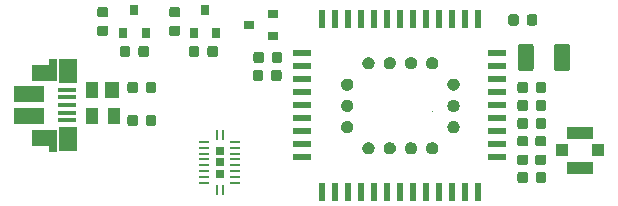
<source format=gbr>
G04 #@! TF.GenerationSoftware,KiCad,Pcbnew,(5.1.5)-3*
G04 #@! TF.CreationDate,2019-12-24T16:56:49-08:00*
G04 #@! TF.ProjectId,NBIoT Wing,4e42496f-5420-4576-996e-672e6b696361,rev?*
G04 #@! TF.SameCoordinates,Original*
G04 #@! TF.FileFunction,Paste,Top*
G04 #@! TF.FilePolarity,Positive*
%FSLAX46Y46*%
G04 Gerber Fmt 4.6, Leading zero omitted, Abs format (unit mm)*
G04 Created by KiCad (PCBNEW (5.1.5)-3) date 2019-12-24 16:56:49*
%MOMM*%
%LPD*%
G04 APERTURE LIST*
%ADD10C,0.000100*%
%ADD11R,2.200000X1.050000*%
%ADD12R,1.000000X1.000000*%
%ADD13C,0.100000*%
%ADD14R,1.200000X1.400000*%
%ADD15R,1.000000X1.400000*%
%ADD16R,2.000000X1.350000*%
%ADD17R,0.700000X1.825000*%
%ADD18R,1.500000X2.000000*%
%ADD19R,1.650000X0.400000*%
%ADD20R,2.500000X1.430000*%
%ADD21R,0.900000X0.800000*%
%ADD22R,0.800000X0.900000*%
%ADD23R,0.240000X0.900000*%
%ADD24R,0.900000X0.240000*%
%ADD25R,0.800000X0.800000*%
%ADD26R,0.500000X1.600000*%
%ADD27R,1.600000X0.500000*%
G04 APERTURE END LIST*
D10*
G36*
X167060000Y-100330000D02*
G01*
X167065000Y-100330000D01*
X167065000Y-100802000D01*
X167074792Y-100802007D01*
X167099347Y-100800720D01*
X167123801Y-100798150D01*
X167148087Y-100794303D01*
X167172139Y-100789191D01*
X167195890Y-100782827D01*
X167219276Y-100775229D01*
X167242231Y-100766417D01*
X167264695Y-100756416D01*
X167286604Y-100745253D01*
X167307898Y-100732959D01*
X167328520Y-100719567D01*
X167348413Y-100705114D01*
X167367523Y-100689640D01*
X167385796Y-100673187D01*
X167403183Y-100655800D01*
X167419636Y-100637527D01*
X167435111Y-100618418D01*
X167449564Y-100598525D01*
X167462956Y-100577903D01*
X167475251Y-100556608D01*
X167486414Y-100534700D01*
X167496415Y-100512237D01*
X167505227Y-100489281D01*
X167512826Y-100465895D01*
X167519190Y-100442144D01*
X167524302Y-100418093D01*
X167528149Y-100393807D01*
X167530719Y-100369352D01*
X167532007Y-100344797D01*
X167532000Y-100330000D01*
X167532000Y-100317643D01*
X167530706Y-100292957D01*
X167528123Y-100268373D01*
X167524256Y-100243958D01*
X167519117Y-100219779D01*
X167512719Y-100195902D01*
X167505080Y-100172392D01*
X167496222Y-100149314D01*
X167486167Y-100126732D01*
X167474945Y-100104706D01*
X167462586Y-100083299D01*
X167449122Y-100062567D01*
X167434593Y-100042568D01*
X167419036Y-100023358D01*
X167402496Y-100004987D01*
X167385017Y-99987508D01*
X167366647Y-99970967D01*
X167347436Y-99955411D01*
X167327438Y-99940881D01*
X167306706Y-99927417D01*
X167285299Y-99915058D01*
X167263273Y-99903835D01*
X167240691Y-99893781D01*
X167217613Y-99884922D01*
X167194104Y-99877283D01*
X167170227Y-99870885D01*
X167146047Y-99865745D01*
X167121632Y-99861878D01*
X167097048Y-99859294D01*
X167072363Y-99858000D01*
X167060000Y-99858000D01*
X167047643Y-99858000D01*
X167022957Y-99859294D01*
X166998373Y-99861877D01*
X166973958Y-99865744D01*
X166949779Y-99870883D01*
X166925902Y-99877281D01*
X166902392Y-99884920D01*
X166879314Y-99893778D01*
X166856732Y-99903833D01*
X166834706Y-99915055D01*
X166813299Y-99927414D01*
X166792567Y-99940878D01*
X166772568Y-99955407D01*
X166753358Y-99970964D01*
X166734987Y-99987504D01*
X166717508Y-100004983D01*
X166700967Y-100023353D01*
X166685411Y-100042564D01*
X166670881Y-100062562D01*
X166657417Y-100083294D01*
X166645058Y-100104701D01*
X166633835Y-100126727D01*
X166623781Y-100149309D01*
X166614922Y-100172387D01*
X166607283Y-100195896D01*
X166600885Y-100219773D01*
X166595745Y-100243953D01*
X166591878Y-100268368D01*
X166589294Y-100292952D01*
X166588000Y-100317637D01*
X166588000Y-100330000D01*
X166588000Y-100342357D01*
X166589294Y-100367043D01*
X166591877Y-100391627D01*
X166595744Y-100416042D01*
X166600883Y-100440221D01*
X166607281Y-100464098D01*
X166614920Y-100487608D01*
X166623778Y-100510686D01*
X166633833Y-100533268D01*
X166645055Y-100555294D01*
X166657414Y-100576701D01*
X166670878Y-100597433D01*
X166685407Y-100617432D01*
X166700964Y-100636642D01*
X166717504Y-100655013D01*
X166734983Y-100672492D01*
X166753353Y-100689033D01*
X166772564Y-100704589D01*
X166792562Y-100719119D01*
X166813294Y-100732583D01*
X166834701Y-100744942D01*
X166856727Y-100756165D01*
X166879309Y-100766219D01*
X166902387Y-100775078D01*
X166925896Y-100782717D01*
X166949773Y-100789115D01*
X166973953Y-100794255D01*
X166998368Y-100798122D01*
X167022952Y-100800706D01*
X167047637Y-100802000D01*
X167060000Y-100802000D01*
X167060000Y-100330000D01*
G37*
X167060000Y-100330000D02*
X167065000Y-100330000D01*
X167065000Y-100802000D01*
X167074792Y-100802007D01*
X167099347Y-100800720D01*
X167123801Y-100798150D01*
X167148087Y-100794303D01*
X167172139Y-100789191D01*
X167195890Y-100782827D01*
X167219276Y-100775229D01*
X167242231Y-100766417D01*
X167264695Y-100756416D01*
X167286604Y-100745253D01*
X167307898Y-100732959D01*
X167328520Y-100719567D01*
X167348413Y-100705114D01*
X167367523Y-100689640D01*
X167385796Y-100673187D01*
X167403183Y-100655800D01*
X167419636Y-100637527D01*
X167435111Y-100618418D01*
X167449564Y-100598525D01*
X167462956Y-100577903D01*
X167475251Y-100556608D01*
X167486414Y-100534700D01*
X167496415Y-100512237D01*
X167505227Y-100489281D01*
X167512826Y-100465895D01*
X167519190Y-100442144D01*
X167524302Y-100418093D01*
X167528149Y-100393807D01*
X167530719Y-100369352D01*
X167532007Y-100344797D01*
X167532000Y-100330000D01*
X167532000Y-100317643D01*
X167530706Y-100292957D01*
X167528123Y-100268373D01*
X167524256Y-100243958D01*
X167519117Y-100219779D01*
X167512719Y-100195902D01*
X167505080Y-100172392D01*
X167496222Y-100149314D01*
X167486167Y-100126732D01*
X167474945Y-100104706D01*
X167462586Y-100083299D01*
X167449122Y-100062567D01*
X167434593Y-100042568D01*
X167419036Y-100023358D01*
X167402496Y-100004987D01*
X167385017Y-99987508D01*
X167366647Y-99970967D01*
X167347436Y-99955411D01*
X167327438Y-99940881D01*
X167306706Y-99927417D01*
X167285299Y-99915058D01*
X167263273Y-99903835D01*
X167240691Y-99893781D01*
X167217613Y-99884922D01*
X167194104Y-99877283D01*
X167170227Y-99870885D01*
X167146047Y-99865745D01*
X167121632Y-99861878D01*
X167097048Y-99859294D01*
X167072363Y-99858000D01*
X167060000Y-99858000D01*
X167047643Y-99858000D01*
X167022957Y-99859294D01*
X166998373Y-99861877D01*
X166973958Y-99865744D01*
X166949779Y-99870883D01*
X166925902Y-99877281D01*
X166902392Y-99884920D01*
X166879314Y-99893778D01*
X166856732Y-99903833D01*
X166834706Y-99915055D01*
X166813299Y-99927414D01*
X166792567Y-99940878D01*
X166772568Y-99955407D01*
X166753358Y-99970964D01*
X166734987Y-99987504D01*
X166717508Y-100004983D01*
X166700967Y-100023353D01*
X166685411Y-100042564D01*
X166670881Y-100062562D01*
X166657417Y-100083294D01*
X166645058Y-100104701D01*
X166633835Y-100126727D01*
X166623781Y-100149309D01*
X166614922Y-100172387D01*
X166607283Y-100195896D01*
X166600885Y-100219773D01*
X166595745Y-100243953D01*
X166591878Y-100268368D01*
X166589294Y-100292952D01*
X166588000Y-100317637D01*
X166588000Y-100330000D01*
X166588000Y-100342357D01*
X166589294Y-100367043D01*
X166591877Y-100391627D01*
X166595744Y-100416042D01*
X166600883Y-100440221D01*
X166607281Y-100464098D01*
X166614920Y-100487608D01*
X166623778Y-100510686D01*
X166633833Y-100533268D01*
X166645055Y-100555294D01*
X166657414Y-100576701D01*
X166670878Y-100597433D01*
X166685407Y-100617432D01*
X166700964Y-100636642D01*
X166717504Y-100655013D01*
X166734983Y-100672492D01*
X166753353Y-100689033D01*
X166772564Y-100704589D01*
X166792562Y-100719119D01*
X166813294Y-100732583D01*
X166834701Y-100744942D01*
X166856727Y-100756165D01*
X166879309Y-100766219D01*
X166902387Y-100775078D01*
X166925896Y-100782717D01*
X166949773Y-100789115D01*
X166973953Y-100794255D01*
X166998368Y-100798122D01*
X167022952Y-100800706D01*
X167047637Y-100802000D01*
X167060000Y-100802000D01*
X167060000Y-100330000D01*
G36*
X158060000Y-100330000D02*
G01*
X158065000Y-100330000D01*
X158065000Y-100802000D01*
X158074792Y-100802007D01*
X158099347Y-100800720D01*
X158123801Y-100798150D01*
X158148087Y-100794303D01*
X158172139Y-100789191D01*
X158195890Y-100782827D01*
X158219276Y-100775229D01*
X158242231Y-100766417D01*
X158264695Y-100756416D01*
X158286604Y-100745253D01*
X158307898Y-100732959D01*
X158328520Y-100719567D01*
X158348413Y-100705114D01*
X158367523Y-100689640D01*
X158385796Y-100673187D01*
X158403183Y-100655800D01*
X158419636Y-100637527D01*
X158435111Y-100618418D01*
X158449564Y-100598525D01*
X158462956Y-100577903D01*
X158475251Y-100556608D01*
X158486414Y-100534700D01*
X158496415Y-100512237D01*
X158505227Y-100489281D01*
X158512826Y-100465895D01*
X158519190Y-100442144D01*
X158524302Y-100418093D01*
X158528149Y-100393807D01*
X158530719Y-100369352D01*
X158532007Y-100344797D01*
X158532000Y-100330000D01*
X158532000Y-100317643D01*
X158530706Y-100292957D01*
X158528123Y-100268373D01*
X158524256Y-100243958D01*
X158519117Y-100219779D01*
X158512719Y-100195902D01*
X158505080Y-100172392D01*
X158496222Y-100149314D01*
X158486167Y-100126732D01*
X158474945Y-100104706D01*
X158462586Y-100083299D01*
X158449122Y-100062567D01*
X158434593Y-100042568D01*
X158419036Y-100023358D01*
X158402496Y-100004987D01*
X158385017Y-99987508D01*
X158366647Y-99970967D01*
X158347436Y-99955411D01*
X158327438Y-99940881D01*
X158306706Y-99927417D01*
X158285299Y-99915058D01*
X158263273Y-99903835D01*
X158240691Y-99893781D01*
X158217613Y-99884922D01*
X158194104Y-99877283D01*
X158170227Y-99870885D01*
X158146047Y-99865745D01*
X158121632Y-99861878D01*
X158097048Y-99859294D01*
X158072363Y-99858000D01*
X158060000Y-99858000D01*
X158047643Y-99858000D01*
X158022957Y-99859294D01*
X157998373Y-99861877D01*
X157973958Y-99865744D01*
X157949779Y-99870883D01*
X157925902Y-99877281D01*
X157902392Y-99884920D01*
X157879314Y-99893778D01*
X157856732Y-99903833D01*
X157834706Y-99915055D01*
X157813299Y-99927414D01*
X157792567Y-99940878D01*
X157772568Y-99955407D01*
X157753358Y-99970964D01*
X157734987Y-99987504D01*
X157717508Y-100004983D01*
X157700967Y-100023353D01*
X157685411Y-100042564D01*
X157670881Y-100062562D01*
X157657417Y-100083294D01*
X157645058Y-100104701D01*
X157633835Y-100126727D01*
X157623781Y-100149309D01*
X157614922Y-100172387D01*
X157607283Y-100195896D01*
X157600885Y-100219773D01*
X157595745Y-100243953D01*
X157591878Y-100268368D01*
X157589294Y-100292952D01*
X157588000Y-100317637D01*
X157588000Y-100330000D01*
X157588000Y-100342357D01*
X157589294Y-100367043D01*
X157591877Y-100391627D01*
X157595744Y-100416042D01*
X157600883Y-100440221D01*
X157607281Y-100464098D01*
X157614920Y-100487608D01*
X157623778Y-100510686D01*
X157633833Y-100533268D01*
X157645055Y-100555294D01*
X157657414Y-100576701D01*
X157670878Y-100597433D01*
X157685407Y-100617432D01*
X157700964Y-100636642D01*
X157717504Y-100655013D01*
X157734983Y-100672492D01*
X157753353Y-100689033D01*
X157772564Y-100704589D01*
X157792562Y-100719119D01*
X157813294Y-100732583D01*
X157834701Y-100744942D01*
X157856727Y-100756165D01*
X157879309Y-100766219D01*
X157902387Y-100775078D01*
X157925896Y-100782717D01*
X157949773Y-100789115D01*
X157973953Y-100794255D01*
X157998368Y-100798122D01*
X158022952Y-100800706D01*
X158047637Y-100802000D01*
X158060000Y-100802000D01*
X158060000Y-100330000D01*
G37*
X158060000Y-100330000D02*
X158065000Y-100330000D01*
X158065000Y-100802000D01*
X158074792Y-100802007D01*
X158099347Y-100800720D01*
X158123801Y-100798150D01*
X158148087Y-100794303D01*
X158172139Y-100789191D01*
X158195890Y-100782827D01*
X158219276Y-100775229D01*
X158242231Y-100766417D01*
X158264695Y-100756416D01*
X158286604Y-100745253D01*
X158307898Y-100732959D01*
X158328520Y-100719567D01*
X158348413Y-100705114D01*
X158367523Y-100689640D01*
X158385796Y-100673187D01*
X158403183Y-100655800D01*
X158419636Y-100637527D01*
X158435111Y-100618418D01*
X158449564Y-100598525D01*
X158462956Y-100577903D01*
X158475251Y-100556608D01*
X158486414Y-100534700D01*
X158496415Y-100512237D01*
X158505227Y-100489281D01*
X158512826Y-100465895D01*
X158519190Y-100442144D01*
X158524302Y-100418093D01*
X158528149Y-100393807D01*
X158530719Y-100369352D01*
X158532007Y-100344797D01*
X158532000Y-100330000D01*
X158532000Y-100317643D01*
X158530706Y-100292957D01*
X158528123Y-100268373D01*
X158524256Y-100243958D01*
X158519117Y-100219779D01*
X158512719Y-100195902D01*
X158505080Y-100172392D01*
X158496222Y-100149314D01*
X158486167Y-100126732D01*
X158474945Y-100104706D01*
X158462586Y-100083299D01*
X158449122Y-100062567D01*
X158434593Y-100042568D01*
X158419036Y-100023358D01*
X158402496Y-100004987D01*
X158385017Y-99987508D01*
X158366647Y-99970967D01*
X158347436Y-99955411D01*
X158327438Y-99940881D01*
X158306706Y-99927417D01*
X158285299Y-99915058D01*
X158263273Y-99903835D01*
X158240691Y-99893781D01*
X158217613Y-99884922D01*
X158194104Y-99877283D01*
X158170227Y-99870885D01*
X158146047Y-99865745D01*
X158121632Y-99861878D01*
X158097048Y-99859294D01*
X158072363Y-99858000D01*
X158060000Y-99858000D01*
X158047643Y-99858000D01*
X158022957Y-99859294D01*
X157998373Y-99861877D01*
X157973958Y-99865744D01*
X157949779Y-99870883D01*
X157925902Y-99877281D01*
X157902392Y-99884920D01*
X157879314Y-99893778D01*
X157856732Y-99903833D01*
X157834706Y-99915055D01*
X157813299Y-99927414D01*
X157792567Y-99940878D01*
X157772568Y-99955407D01*
X157753358Y-99970964D01*
X157734987Y-99987504D01*
X157717508Y-100004983D01*
X157700967Y-100023353D01*
X157685411Y-100042564D01*
X157670881Y-100062562D01*
X157657417Y-100083294D01*
X157645058Y-100104701D01*
X157633835Y-100126727D01*
X157623781Y-100149309D01*
X157614922Y-100172387D01*
X157607283Y-100195896D01*
X157600885Y-100219773D01*
X157595745Y-100243953D01*
X157591878Y-100268368D01*
X157589294Y-100292952D01*
X157588000Y-100317637D01*
X157588000Y-100330000D01*
X157588000Y-100342357D01*
X157589294Y-100367043D01*
X157591877Y-100391627D01*
X157595744Y-100416042D01*
X157600883Y-100440221D01*
X157607281Y-100464098D01*
X157614920Y-100487608D01*
X157623778Y-100510686D01*
X157633833Y-100533268D01*
X157645055Y-100555294D01*
X157657414Y-100576701D01*
X157670878Y-100597433D01*
X157685407Y-100617432D01*
X157700964Y-100636642D01*
X157717504Y-100655013D01*
X157734983Y-100672492D01*
X157753353Y-100689033D01*
X157772564Y-100704589D01*
X157792562Y-100719119D01*
X157813294Y-100732583D01*
X157834701Y-100744942D01*
X157856727Y-100756165D01*
X157879309Y-100766219D01*
X157902387Y-100775078D01*
X157925896Y-100782717D01*
X157949773Y-100789115D01*
X157973953Y-100794255D01*
X157998368Y-100798122D01*
X158022952Y-100800706D01*
X158047637Y-100802000D01*
X158060000Y-100802000D01*
X158060000Y-100330000D01*
G36*
X167060000Y-98530000D02*
G01*
X167065000Y-98530000D01*
X167065000Y-99002000D01*
X167074792Y-99002007D01*
X167099347Y-99000720D01*
X167123801Y-98998150D01*
X167148087Y-98994303D01*
X167172139Y-98989191D01*
X167195890Y-98982827D01*
X167219276Y-98975229D01*
X167242231Y-98966417D01*
X167264695Y-98956416D01*
X167286604Y-98945253D01*
X167307898Y-98932959D01*
X167328520Y-98919567D01*
X167348413Y-98905114D01*
X167367523Y-98889640D01*
X167385796Y-98873187D01*
X167403183Y-98855800D01*
X167419636Y-98837527D01*
X167435111Y-98818418D01*
X167449564Y-98798525D01*
X167462956Y-98777903D01*
X167475251Y-98756608D01*
X167486414Y-98734700D01*
X167496415Y-98712237D01*
X167505227Y-98689281D01*
X167512826Y-98665895D01*
X167519190Y-98642144D01*
X167524302Y-98618093D01*
X167528149Y-98593807D01*
X167530719Y-98569352D01*
X167532007Y-98544797D01*
X167532000Y-98530000D01*
X167532000Y-98517643D01*
X167530706Y-98492957D01*
X167528123Y-98468373D01*
X167524256Y-98443958D01*
X167519117Y-98419779D01*
X167512719Y-98395902D01*
X167505080Y-98372392D01*
X167496222Y-98349314D01*
X167486167Y-98326732D01*
X167474945Y-98304706D01*
X167462586Y-98283299D01*
X167449122Y-98262567D01*
X167434593Y-98242568D01*
X167419036Y-98223358D01*
X167402496Y-98204987D01*
X167385017Y-98187508D01*
X167366647Y-98170967D01*
X167347436Y-98155411D01*
X167327438Y-98140881D01*
X167306706Y-98127417D01*
X167285299Y-98115058D01*
X167263273Y-98103835D01*
X167240691Y-98093781D01*
X167217613Y-98084922D01*
X167194104Y-98077283D01*
X167170227Y-98070885D01*
X167146047Y-98065745D01*
X167121632Y-98061878D01*
X167097048Y-98059294D01*
X167072363Y-98058000D01*
X167060000Y-98058000D01*
X167047643Y-98058000D01*
X167022957Y-98059294D01*
X166998373Y-98061877D01*
X166973958Y-98065744D01*
X166949779Y-98070883D01*
X166925902Y-98077281D01*
X166902392Y-98084920D01*
X166879314Y-98093778D01*
X166856732Y-98103833D01*
X166834706Y-98115055D01*
X166813299Y-98127414D01*
X166792567Y-98140878D01*
X166772568Y-98155407D01*
X166753358Y-98170964D01*
X166734987Y-98187504D01*
X166717508Y-98204983D01*
X166700967Y-98223353D01*
X166685411Y-98242564D01*
X166670881Y-98262562D01*
X166657417Y-98283294D01*
X166645058Y-98304701D01*
X166633835Y-98326727D01*
X166623781Y-98349309D01*
X166614922Y-98372387D01*
X166607283Y-98395896D01*
X166600885Y-98419773D01*
X166595745Y-98443953D01*
X166591878Y-98468368D01*
X166589294Y-98492952D01*
X166588000Y-98517637D01*
X166588000Y-98530000D01*
X166588000Y-98542357D01*
X166589294Y-98567043D01*
X166591877Y-98591627D01*
X166595744Y-98616042D01*
X166600883Y-98640221D01*
X166607281Y-98664098D01*
X166614920Y-98687608D01*
X166623778Y-98710686D01*
X166633833Y-98733268D01*
X166645055Y-98755294D01*
X166657414Y-98776701D01*
X166670878Y-98797433D01*
X166685407Y-98817432D01*
X166700964Y-98836642D01*
X166717504Y-98855013D01*
X166734983Y-98872492D01*
X166753353Y-98889033D01*
X166772564Y-98904589D01*
X166792562Y-98919119D01*
X166813294Y-98932583D01*
X166834701Y-98944942D01*
X166856727Y-98956165D01*
X166879309Y-98966219D01*
X166902387Y-98975078D01*
X166925896Y-98982717D01*
X166949773Y-98989115D01*
X166973953Y-98994255D01*
X166998368Y-98998122D01*
X167022952Y-99000706D01*
X167047637Y-99002000D01*
X167060000Y-99002000D01*
X167060000Y-98530000D01*
G37*
X167060000Y-98530000D02*
X167065000Y-98530000D01*
X167065000Y-99002000D01*
X167074792Y-99002007D01*
X167099347Y-99000720D01*
X167123801Y-98998150D01*
X167148087Y-98994303D01*
X167172139Y-98989191D01*
X167195890Y-98982827D01*
X167219276Y-98975229D01*
X167242231Y-98966417D01*
X167264695Y-98956416D01*
X167286604Y-98945253D01*
X167307898Y-98932959D01*
X167328520Y-98919567D01*
X167348413Y-98905114D01*
X167367523Y-98889640D01*
X167385796Y-98873187D01*
X167403183Y-98855800D01*
X167419636Y-98837527D01*
X167435111Y-98818418D01*
X167449564Y-98798525D01*
X167462956Y-98777903D01*
X167475251Y-98756608D01*
X167486414Y-98734700D01*
X167496415Y-98712237D01*
X167505227Y-98689281D01*
X167512826Y-98665895D01*
X167519190Y-98642144D01*
X167524302Y-98618093D01*
X167528149Y-98593807D01*
X167530719Y-98569352D01*
X167532007Y-98544797D01*
X167532000Y-98530000D01*
X167532000Y-98517643D01*
X167530706Y-98492957D01*
X167528123Y-98468373D01*
X167524256Y-98443958D01*
X167519117Y-98419779D01*
X167512719Y-98395902D01*
X167505080Y-98372392D01*
X167496222Y-98349314D01*
X167486167Y-98326732D01*
X167474945Y-98304706D01*
X167462586Y-98283299D01*
X167449122Y-98262567D01*
X167434593Y-98242568D01*
X167419036Y-98223358D01*
X167402496Y-98204987D01*
X167385017Y-98187508D01*
X167366647Y-98170967D01*
X167347436Y-98155411D01*
X167327438Y-98140881D01*
X167306706Y-98127417D01*
X167285299Y-98115058D01*
X167263273Y-98103835D01*
X167240691Y-98093781D01*
X167217613Y-98084922D01*
X167194104Y-98077283D01*
X167170227Y-98070885D01*
X167146047Y-98065745D01*
X167121632Y-98061878D01*
X167097048Y-98059294D01*
X167072363Y-98058000D01*
X167060000Y-98058000D01*
X167047643Y-98058000D01*
X167022957Y-98059294D01*
X166998373Y-98061877D01*
X166973958Y-98065744D01*
X166949779Y-98070883D01*
X166925902Y-98077281D01*
X166902392Y-98084920D01*
X166879314Y-98093778D01*
X166856732Y-98103833D01*
X166834706Y-98115055D01*
X166813299Y-98127414D01*
X166792567Y-98140878D01*
X166772568Y-98155407D01*
X166753358Y-98170964D01*
X166734987Y-98187504D01*
X166717508Y-98204983D01*
X166700967Y-98223353D01*
X166685411Y-98242564D01*
X166670881Y-98262562D01*
X166657417Y-98283294D01*
X166645058Y-98304701D01*
X166633835Y-98326727D01*
X166623781Y-98349309D01*
X166614922Y-98372387D01*
X166607283Y-98395896D01*
X166600885Y-98419773D01*
X166595745Y-98443953D01*
X166591878Y-98468368D01*
X166589294Y-98492952D01*
X166588000Y-98517637D01*
X166588000Y-98530000D01*
X166588000Y-98542357D01*
X166589294Y-98567043D01*
X166591877Y-98591627D01*
X166595744Y-98616042D01*
X166600883Y-98640221D01*
X166607281Y-98664098D01*
X166614920Y-98687608D01*
X166623778Y-98710686D01*
X166633833Y-98733268D01*
X166645055Y-98755294D01*
X166657414Y-98776701D01*
X166670878Y-98797433D01*
X166685407Y-98817432D01*
X166700964Y-98836642D01*
X166717504Y-98855013D01*
X166734983Y-98872492D01*
X166753353Y-98889033D01*
X166772564Y-98904589D01*
X166792562Y-98919119D01*
X166813294Y-98932583D01*
X166834701Y-98944942D01*
X166856727Y-98956165D01*
X166879309Y-98966219D01*
X166902387Y-98975078D01*
X166925896Y-98982717D01*
X166949773Y-98989115D01*
X166973953Y-98994255D01*
X166998368Y-98998122D01*
X167022952Y-99000706D01*
X167047637Y-99002000D01*
X167060000Y-99002000D01*
X167060000Y-98530000D01*
G36*
X167060000Y-102130000D02*
G01*
X167065000Y-102130000D01*
X167065000Y-102602000D01*
X167074792Y-102602007D01*
X167099347Y-102600720D01*
X167123801Y-102598150D01*
X167148087Y-102594303D01*
X167172139Y-102589191D01*
X167195890Y-102582827D01*
X167219276Y-102575229D01*
X167242231Y-102566417D01*
X167264695Y-102556416D01*
X167286604Y-102545253D01*
X167307898Y-102532959D01*
X167328520Y-102519567D01*
X167348413Y-102505114D01*
X167367523Y-102489640D01*
X167385796Y-102473187D01*
X167403183Y-102455800D01*
X167419636Y-102437527D01*
X167435111Y-102418418D01*
X167449564Y-102398525D01*
X167462956Y-102377903D01*
X167475251Y-102356608D01*
X167486414Y-102334700D01*
X167496415Y-102312237D01*
X167505227Y-102289281D01*
X167512826Y-102265895D01*
X167519190Y-102242144D01*
X167524302Y-102218093D01*
X167528149Y-102193807D01*
X167530719Y-102169352D01*
X167532007Y-102144797D01*
X167532000Y-102130000D01*
X167532000Y-102117643D01*
X167530706Y-102092957D01*
X167528123Y-102068373D01*
X167524256Y-102043958D01*
X167519117Y-102019779D01*
X167512719Y-101995902D01*
X167505080Y-101972392D01*
X167496222Y-101949314D01*
X167486167Y-101926732D01*
X167474945Y-101904706D01*
X167462586Y-101883299D01*
X167449122Y-101862567D01*
X167434593Y-101842568D01*
X167419036Y-101823358D01*
X167402496Y-101804987D01*
X167385017Y-101787508D01*
X167366647Y-101770967D01*
X167347436Y-101755411D01*
X167327438Y-101740881D01*
X167306706Y-101727417D01*
X167285299Y-101715058D01*
X167263273Y-101703835D01*
X167240691Y-101693781D01*
X167217613Y-101684922D01*
X167194104Y-101677283D01*
X167170227Y-101670885D01*
X167146047Y-101665745D01*
X167121632Y-101661878D01*
X167097048Y-101659294D01*
X167072363Y-101658000D01*
X167060000Y-101658000D01*
X167047643Y-101658000D01*
X167022957Y-101659294D01*
X166998373Y-101661877D01*
X166973958Y-101665744D01*
X166949779Y-101670883D01*
X166925902Y-101677281D01*
X166902392Y-101684920D01*
X166879314Y-101693778D01*
X166856732Y-101703833D01*
X166834706Y-101715055D01*
X166813299Y-101727414D01*
X166792567Y-101740878D01*
X166772568Y-101755407D01*
X166753358Y-101770964D01*
X166734987Y-101787504D01*
X166717508Y-101804983D01*
X166700967Y-101823353D01*
X166685411Y-101842564D01*
X166670881Y-101862562D01*
X166657417Y-101883294D01*
X166645058Y-101904701D01*
X166633835Y-101926727D01*
X166623781Y-101949309D01*
X166614922Y-101972387D01*
X166607283Y-101995896D01*
X166600885Y-102019773D01*
X166595745Y-102043953D01*
X166591878Y-102068368D01*
X166589294Y-102092952D01*
X166588000Y-102117637D01*
X166588000Y-102130000D01*
X166588000Y-102142357D01*
X166589294Y-102167043D01*
X166591877Y-102191627D01*
X166595744Y-102216042D01*
X166600883Y-102240221D01*
X166607281Y-102264098D01*
X166614920Y-102287608D01*
X166623778Y-102310686D01*
X166633833Y-102333268D01*
X166645055Y-102355294D01*
X166657414Y-102376701D01*
X166670878Y-102397433D01*
X166685407Y-102417432D01*
X166700964Y-102436642D01*
X166717504Y-102455013D01*
X166734983Y-102472492D01*
X166753353Y-102489033D01*
X166772564Y-102504589D01*
X166792562Y-102519119D01*
X166813294Y-102532583D01*
X166834701Y-102544942D01*
X166856727Y-102556165D01*
X166879309Y-102566219D01*
X166902387Y-102575078D01*
X166925896Y-102582717D01*
X166949773Y-102589115D01*
X166973953Y-102594255D01*
X166998368Y-102598122D01*
X167022952Y-102600706D01*
X167047637Y-102602000D01*
X167060000Y-102602000D01*
X167060000Y-102130000D01*
G37*
X167060000Y-102130000D02*
X167065000Y-102130000D01*
X167065000Y-102602000D01*
X167074792Y-102602007D01*
X167099347Y-102600720D01*
X167123801Y-102598150D01*
X167148087Y-102594303D01*
X167172139Y-102589191D01*
X167195890Y-102582827D01*
X167219276Y-102575229D01*
X167242231Y-102566417D01*
X167264695Y-102556416D01*
X167286604Y-102545253D01*
X167307898Y-102532959D01*
X167328520Y-102519567D01*
X167348413Y-102505114D01*
X167367523Y-102489640D01*
X167385796Y-102473187D01*
X167403183Y-102455800D01*
X167419636Y-102437527D01*
X167435111Y-102418418D01*
X167449564Y-102398525D01*
X167462956Y-102377903D01*
X167475251Y-102356608D01*
X167486414Y-102334700D01*
X167496415Y-102312237D01*
X167505227Y-102289281D01*
X167512826Y-102265895D01*
X167519190Y-102242144D01*
X167524302Y-102218093D01*
X167528149Y-102193807D01*
X167530719Y-102169352D01*
X167532007Y-102144797D01*
X167532000Y-102130000D01*
X167532000Y-102117643D01*
X167530706Y-102092957D01*
X167528123Y-102068373D01*
X167524256Y-102043958D01*
X167519117Y-102019779D01*
X167512719Y-101995902D01*
X167505080Y-101972392D01*
X167496222Y-101949314D01*
X167486167Y-101926732D01*
X167474945Y-101904706D01*
X167462586Y-101883299D01*
X167449122Y-101862567D01*
X167434593Y-101842568D01*
X167419036Y-101823358D01*
X167402496Y-101804987D01*
X167385017Y-101787508D01*
X167366647Y-101770967D01*
X167347436Y-101755411D01*
X167327438Y-101740881D01*
X167306706Y-101727417D01*
X167285299Y-101715058D01*
X167263273Y-101703835D01*
X167240691Y-101693781D01*
X167217613Y-101684922D01*
X167194104Y-101677283D01*
X167170227Y-101670885D01*
X167146047Y-101665745D01*
X167121632Y-101661878D01*
X167097048Y-101659294D01*
X167072363Y-101658000D01*
X167060000Y-101658000D01*
X167047643Y-101658000D01*
X167022957Y-101659294D01*
X166998373Y-101661877D01*
X166973958Y-101665744D01*
X166949779Y-101670883D01*
X166925902Y-101677281D01*
X166902392Y-101684920D01*
X166879314Y-101693778D01*
X166856732Y-101703833D01*
X166834706Y-101715055D01*
X166813299Y-101727414D01*
X166792567Y-101740878D01*
X166772568Y-101755407D01*
X166753358Y-101770964D01*
X166734987Y-101787504D01*
X166717508Y-101804983D01*
X166700967Y-101823353D01*
X166685411Y-101842564D01*
X166670881Y-101862562D01*
X166657417Y-101883294D01*
X166645058Y-101904701D01*
X166633835Y-101926727D01*
X166623781Y-101949309D01*
X166614922Y-101972387D01*
X166607283Y-101995896D01*
X166600885Y-102019773D01*
X166595745Y-102043953D01*
X166591878Y-102068368D01*
X166589294Y-102092952D01*
X166588000Y-102117637D01*
X166588000Y-102130000D01*
X166588000Y-102142357D01*
X166589294Y-102167043D01*
X166591877Y-102191627D01*
X166595744Y-102216042D01*
X166600883Y-102240221D01*
X166607281Y-102264098D01*
X166614920Y-102287608D01*
X166623778Y-102310686D01*
X166633833Y-102333268D01*
X166645055Y-102355294D01*
X166657414Y-102376701D01*
X166670878Y-102397433D01*
X166685407Y-102417432D01*
X166700964Y-102436642D01*
X166717504Y-102455013D01*
X166734983Y-102472492D01*
X166753353Y-102489033D01*
X166772564Y-102504589D01*
X166792562Y-102519119D01*
X166813294Y-102532583D01*
X166834701Y-102544942D01*
X166856727Y-102556165D01*
X166879309Y-102566219D01*
X166902387Y-102575078D01*
X166925896Y-102582717D01*
X166949773Y-102589115D01*
X166973953Y-102594255D01*
X166998368Y-102598122D01*
X167022952Y-102600706D01*
X167047637Y-102602000D01*
X167060000Y-102602000D01*
X167060000Y-102130000D01*
G36*
X158060000Y-102130000D02*
G01*
X158065000Y-102130000D01*
X158065000Y-102602000D01*
X158074792Y-102602007D01*
X158099347Y-102600720D01*
X158123801Y-102598150D01*
X158148087Y-102594303D01*
X158172139Y-102589191D01*
X158195890Y-102582827D01*
X158219276Y-102575229D01*
X158242231Y-102566417D01*
X158264695Y-102556416D01*
X158286604Y-102545253D01*
X158307898Y-102532959D01*
X158328520Y-102519567D01*
X158348413Y-102505114D01*
X158367523Y-102489640D01*
X158385796Y-102473187D01*
X158403183Y-102455800D01*
X158419636Y-102437527D01*
X158435111Y-102418418D01*
X158449564Y-102398525D01*
X158462956Y-102377903D01*
X158475251Y-102356608D01*
X158486414Y-102334700D01*
X158496415Y-102312237D01*
X158505227Y-102289281D01*
X158512826Y-102265895D01*
X158519190Y-102242144D01*
X158524302Y-102218093D01*
X158528149Y-102193807D01*
X158530719Y-102169352D01*
X158532007Y-102144797D01*
X158532000Y-102130000D01*
X158532000Y-102117643D01*
X158530706Y-102092957D01*
X158528123Y-102068373D01*
X158524256Y-102043958D01*
X158519117Y-102019779D01*
X158512719Y-101995902D01*
X158505080Y-101972392D01*
X158496222Y-101949314D01*
X158486167Y-101926732D01*
X158474945Y-101904706D01*
X158462586Y-101883299D01*
X158449122Y-101862567D01*
X158434593Y-101842568D01*
X158419036Y-101823358D01*
X158402496Y-101804987D01*
X158385017Y-101787508D01*
X158366647Y-101770967D01*
X158347436Y-101755411D01*
X158327438Y-101740881D01*
X158306706Y-101727417D01*
X158285299Y-101715058D01*
X158263273Y-101703835D01*
X158240691Y-101693781D01*
X158217613Y-101684922D01*
X158194104Y-101677283D01*
X158170227Y-101670885D01*
X158146047Y-101665745D01*
X158121632Y-101661878D01*
X158097048Y-101659294D01*
X158072363Y-101658000D01*
X158060000Y-101658000D01*
X158047643Y-101658000D01*
X158022957Y-101659294D01*
X157998373Y-101661877D01*
X157973958Y-101665744D01*
X157949779Y-101670883D01*
X157925902Y-101677281D01*
X157902392Y-101684920D01*
X157879314Y-101693778D01*
X157856732Y-101703833D01*
X157834706Y-101715055D01*
X157813299Y-101727414D01*
X157792567Y-101740878D01*
X157772568Y-101755407D01*
X157753358Y-101770964D01*
X157734987Y-101787504D01*
X157717508Y-101804983D01*
X157700967Y-101823353D01*
X157685411Y-101842564D01*
X157670881Y-101862562D01*
X157657417Y-101883294D01*
X157645058Y-101904701D01*
X157633835Y-101926727D01*
X157623781Y-101949309D01*
X157614922Y-101972387D01*
X157607283Y-101995896D01*
X157600885Y-102019773D01*
X157595745Y-102043953D01*
X157591878Y-102068368D01*
X157589294Y-102092952D01*
X157588000Y-102117637D01*
X157588000Y-102130000D01*
X157588000Y-102142357D01*
X157589294Y-102167043D01*
X157591877Y-102191627D01*
X157595744Y-102216042D01*
X157600883Y-102240221D01*
X157607281Y-102264098D01*
X157614920Y-102287608D01*
X157623778Y-102310686D01*
X157633833Y-102333268D01*
X157645055Y-102355294D01*
X157657414Y-102376701D01*
X157670878Y-102397433D01*
X157685407Y-102417432D01*
X157700964Y-102436642D01*
X157717504Y-102455013D01*
X157734983Y-102472492D01*
X157753353Y-102489033D01*
X157772564Y-102504589D01*
X157792562Y-102519119D01*
X157813294Y-102532583D01*
X157834701Y-102544942D01*
X157856727Y-102556165D01*
X157879309Y-102566219D01*
X157902387Y-102575078D01*
X157925896Y-102582717D01*
X157949773Y-102589115D01*
X157973953Y-102594255D01*
X157998368Y-102598122D01*
X158022952Y-102600706D01*
X158047637Y-102602000D01*
X158060000Y-102602000D01*
X158060000Y-102130000D01*
G37*
X158060000Y-102130000D02*
X158065000Y-102130000D01*
X158065000Y-102602000D01*
X158074792Y-102602007D01*
X158099347Y-102600720D01*
X158123801Y-102598150D01*
X158148087Y-102594303D01*
X158172139Y-102589191D01*
X158195890Y-102582827D01*
X158219276Y-102575229D01*
X158242231Y-102566417D01*
X158264695Y-102556416D01*
X158286604Y-102545253D01*
X158307898Y-102532959D01*
X158328520Y-102519567D01*
X158348413Y-102505114D01*
X158367523Y-102489640D01*
X158385796Y-102473187D01*
X158403183Y-102455800D01*
X158419636Y-102437527D01*
X158435111Y-102418418D01*
X158449564Y-102398525D01*
X158462956Y-102377903D01*
X158475251Y-102356608D01*
X158486414Y-102334700D01*
X158496415Y-102312237D01*
X158505227Y-102289281D01*
X158512826Y-102265895D01*
X158519190Y-102242144D01*
X158524302Y-102218093D01*
X158528149Y-102193807D01*
X158530719Y-102169352D01*
X158532007Y-102144797D01*
X158532000Y-102130000D01*
X158532000Y-102117643D01*
X158530706Y-102092957D01*
X158528123Y-102068373D01*
X158524256Y-102043958D01*
X158519117Y-102019779D01*
X158512719Y-101995902D01*
X158505080Y-101972392D01*
X158496222Y-101949314D01*
X158486167Y-101926732D01*
X158474945Y-101904706D01*
X158462586Y-101883299D01*
X158449122Y-101862567D01*
X158434593Y-101842568D01*
X158419036Y-101823358D01*
X158402496Y-101804987D01*
X158385017Y-101787508D01*
X158366647Y-101770967D01*
X158347436Y-101755411D01*
X158327438Y-101740881D01*
X158306706Y-101727417D01*
X158285299Y-101715058D01*
X158263273Y-101703835D01*
X158240691Y-101693781D01*
X158217613Y-101684922D01*
X158194104Y-101677283D01*
X158170227Y-101670885D01*
X158146047Y-101665745D01*
X158121632Y-101661878D01*
X158097048Y-101659294D01*
X158072363Y-101658000D01*
X158060000Y-101658000D01*
X158047643Y-101658000D01*
X158022957Y-101659294D01*
X157998373Y-101661877D01*
X157973958Y-101665744D01*
X157949779Y-101670883D01*
X157925902Y-101677281D01*
X157902392Y-101684920D01*
X157879314Y-101693778D01*
X157856732Y-101703833D01*
X157834706Y-101715055D01*
X157813299Y-101727414D01*
X157792567Y-101740878D01*
X157772568Y-101755407D01*
X157753358Y-101770964D01*
X157734987Y-101787504D01*
X157717508Y-101804983D01*
X157700967Y-101823353D01*
X157685411Y-101842564D01*
X157670881Y-101862562D01*
X157657417Y-101883294D01*
X157645058Y-101904701D01*
X157633835Y-101926727D01*
X157623781Y-101949309D01*
X157614922Y-101972387D01*
X157607283Y-101995896D01*
X157600885Y-102019773D01*
X157595745Y-102043953D01*
X157591878Y-102068368D01*
X157589294Y-102092952D01*
X157588000Y-102117637D01*
X157588000Y-102130000D01*
X157588000Y-102142357D01*
X157589294Y-102167043D01*
X157591877Y-102191627D01*
X157595744Y-102216042D01*
X157600883Y-102240221D01*
X157607281Y-102264098D01*
X157614920Y-102287608D01*
X157623778Y-102310686D01*
X157633833Y-102333268D01*
X157645055Y-102355294D01*
X157657414Y-102376701D01*
X157670878Y-102397433D01*
X157685407Y-102417432D01*
X157700964Y-102436642D01*
X157717504Y-102455013D01*
X157734983Y-102472492D01*
X157753353Y-102489033D01*
X157772564Y-102504589D01*
X157792562Y-102519119D01*
X157813294Y-102532583D01*
X157834701Y-102544942D01*
X157856727Y-102556165D01*
X157879309Y-102566219D01*
X157902387Y-102575078D01*
X157925896Y-102582717D01*
X157949773Y-102589115D01*
X157973953Y-102594255D01*
X157998368Y-102598122D01*
X158022952Y-102600706D01*
X158047637Y-102602000D01*
X158060000Y-102602000D01*
X158060000Y-102130000D01*
G36*
X158060000Y-98530000D02*
G01*
X158065000Y-98530000D01*
X158065000Y-99002000D01*
X158074792Y-99002007D01*
X158099347Y-99000720D01*
X158123801Y-98998150D01*
X158148087Y-98994303D01*
X158172139Y-98989191D01*
X158195890Y-98982827D01*
X158219276Y-98975229D01*
X158242231Y-98966417D01*
X158264695Y-98956416D01*
X158286604Y-98945253D01*
X158307898Y-98932959D01*
X158328520Y-98919567D01*
X158348413Y-98905114D01*
X158367523Y-98889640D01*
X158385796Y-98873187D01*
X158403183Y-98855800D01*
X158419636Y-98837527D01*
X158435111Y-98818418D01*
X158449564Y-98798525D01*
X158462956Y-98777903D01*
X158475251Y-98756608D01*
X158486414Y-98734700D01*
X158496415Y-98712237D01*
X158505227Y-98689281D01*
X158512826Y-98665895D01*
X158519190Y-98642144D01*
X158524302Y-98618093D01*
X158528149Y-98593807D01*
X158530719Y-98569352D01*
X158532007Y-98544797D01*
X158532000Y-98530000D01*
X158532000Y-98517643D01*
X158530706Y-98492957D01*
X158528123Y-98468373D01*
X158524256Y-98443958D01*
X158519117Y-98419779D01*
X158512719Y-98395902D01*
X158505080Y-98372392D01*
X158496222Y-98349314D01*
X158486167Y-98326732D01*
X158474945Y-98304706D01*
X158462586Y-98283299D01*
X158449122Y-98262567D01*
X158434593Y-98242568D01*
X158419036Y-98223358D01*
X158402496Y-98204987D01*
X158385017Y-98187508D01*
X158366647Y-98170967D01*
X158347436Y-98155411D01*
X158327438Y-98140881D01*
X158306706Y-98127417D01*
X158285299Y-98115058D01*
X158263273Y-98103835D01*
X158240691Y-98093781D01*
X158217613Y-98084922D01*
X158194104Y-98077283D01*
X158170227Y-98070885D01*
X158146047Y-98065745D01*
X158121632Y-98061878D01*
X158097048Y-98059294D01*
X158072363Y-98058000D01*
X158060000Y-98058000D01*
X158047643Y-98058000D01*
X158022957Y-98059294D01*
X157998373Y-98061877D01*
X157973958Y-98065744D01*
X157949779Y-98070883D01*
X157925902Y-98077281D01*
X157902392Y-98084920D01*
X157879314Y-98093778D01*
X157856732Y-98103833D01*
X157834706Y-98115055D01*
X157813299Y-98127414D01*
X157792567Y-98140878D01*
X157772568Y-98155407D01*
X157753358Y-98170964D01*
X157734987Y-98187504D01*
X157717508Y-98204983D01*
X157700967Y-98223353D01*
X157685411Y-98242564D01*
X157670881Y-98262562D01*
X157657417Y-98283294D01*
X157645058Y-98304701D01*
X157633835Y-98326727D01*
X157623781Y-98349309D01*
X157614922Y-98372387D01*
X157607283Y-98395896D01*
X157600885Y-98419773D01*
X157595745Y-98443953D01*
X157591878Y-98468368D01*
X157589294Y-98492952D01*
X157588000Y-98517637D01*
X157588000Y-98530000D01*
X157588000Y-98542357D01*
X157589294Y-98567043D01*
X157591877Y-98591627D01*
X157595744Y-98616042D01*
X157600883Y-98640221D01*
X157607281Y-98664098D01*
X157614920Y-98687608D01*
X157623778Y-98710686D01*
X157633833Y-98733268D01*
X157645055Y-98755294D01*
X157657414Y-98776701D01*
X157670878Y-98797433D01*
X157685407Y-98817432D01*
X157700964Y-98836642D01*
X157717504Y-98855013D01*
X157734983Y-98872492D01*
X157753353Y-98889033D01*
X157772564Y-98904589D01*
X157792562Y-98919119D01*
X157813294Y-98932583D01*
X157834701Y-98944942D01*
X157856727Y-98956165D01*
X157879309Y-98966219D01*
X157902387Y-98975078D01*
X157925896Y-98982717D01*
X157949773Y-98989115D01*
X157973953Y-98994255D01*
X157998368Y-98998122D01*
X158022952Y-99000706D01*
X158047637Y-99002000D01*
X158060000Y-99002000D01*
X158060000Y-98530000D01*
G37*
X158060000Y-98530000D02*
X158065000Y-98530000D01*
X158065000Y-99002000D01*
X158074792Y-99002007D01*
X158099347Y-99000720D01*
X158123801Y-98998150D01*
X158148087Y-98994303D01*
X158172139Y-98989191D01*
X158195890Y-98982827D01*
X158219276Y-98975229D01*
X158242231Y-98966417D01*
X158264695Y-98956416D01*
X158286604Y-98945253D01*
X158307898Y-98932959D01*
X158328520Y-98919567D01*
X158348413Y-98905114D01*
X158367523Y-98889640D01*
X158385796Y-98873187D01*
X158403183Y-98855800D01*
X158419636Y-98837527D01*
X158435111Y-98818418D01*
X158449564Y-98798525D01*
X158462956Y-98777903D01*
X158475251Y-98756608D01*
X158486414Y-98734700D01*
X158496415Y-98712237D01*
X158505227Y-98689281D01*
X158512826Y-98665895D01*
X158519190Y-98642144D01*
X158524302Y-98618093D01*
X158528149Y-98593807D01*
X158530719Y-98569352D01*
X158532007Y-98544797D01*
X158532000Y-98530000D01*
X158532000Y-98517643D01*
X158530706Y-98492957D01*
X158528123Y-98468373D01*
X158524256Y-98443958D01*
X158519117Y-98419779D01*
X158512719Y-98395902D01*
X158505080Y-98372392D01*
X158496222Y-98349314D01*
X158486167Y-98326732D01*
X158474945Y-98304706D01*
X158462586Y-98283299D01*
X158449122Y-98262567D01*
X158434593Y-98242568D01*
X158419036Y-98223358D01*
X158402496Y-98204987D01*
X158385017Y-98187508D01*
X158366647Y-98170967D01*
X158347436Y-98155411D01*
X158327438Y-98140881D01*
X158306706Y-98127417D01*
X158285299Y-98115058D01*
X158263273Y-98103835D01*
X158240691Y-98093781D01*
X158217613Y-98084922D01*
X158194104Y-98077283D01*
X158170227Y-98070885D01*
X158146047Y-98065745D01*
X158121632Y-98061878D01*
X158097048Y-98059294D01*
X158072363Y-98058000D01*
X158060000Y-98058000D01*
X158047643Y-98058000D01*
X158022957Y-98059294D01*
X157998373Y-98061877D01*
X157973958Y-98065744D01*
X157949779Y-98070883D01*
X157925902Y-98077281D01*
X157902392Y-98084920D01*
X157879314Y-98093778D01*
X157856732Y-98103833D01*
X157834706Y-98115055D01*
X157813299Y-98127414D01*
X157792567Y-98140878D01*
X157772568Y-98155407D01*
X157753358Y-98170964D01*
X157734987Y-98187504D01*
X157717508Y-98204983D01*
X157700967Y-98223353D01*
X157685411Y-98242564D01*
X157670881Y-98262562D01*
X157657417Y-98283294D01*
X157645058Y-98304701D01*
X157633835Y-98326727D01*
X157623781Y-98349309D01*
X157614922Y-98372387D01*
X157607283Y-98395896D01*
X157600885Y-98419773D01*
X157595745Y-98443953D01*
X157591878Y-98468368D01*
X157589294Y-98492952D01*
X157588000Y-98517637D01*
X157588000Y-98530000D01*
X157588000Y-98542357D01*
X157589294Y-98567043D01*
X157591877Y-98591627D01*
X157595744Y-98616042D01*
X157600883Y-98640221D01*
X157607281Y-98664098D01*
X157614920Y-98687608D01*
X157623778Y-98710686D01*
X157633833Y-98733268D01*
X157645055Y-98755294D01*
X157657414Y-98776701D01*
X157670878Y-98797433D01*
X157685407Y-98817432D01*
X157700964Y-98836642D01*
X157717504Y-98855013D01*
X157734983Y-98872492D01*
X157753353Y-98889033D01*
X157772564Y-98904589D01*
X157792562Y-98919119D01*
X157813294Y-98932583D01*
X157834701Y-98944942D01*
X157856727Y-98956165D01*
X157879309Y-98966219D01*
X157902387Y-98975078D01*
X157925896Y-98982717D01*
X157949773Y-98989115D01*
X157973953Y-98994255D01*
X157998368Y-98998122D01*
X158022952Y-99000706D01*
X158047637Y-99002000D01*
X158060000Y-99002000D01*
X158060000Y-98530000D01*
G36*
X165265000Y-100802000D02*
G01*
X165264935Y-100801935D01*
X165264797Y-100801811D01*
X165264653Y-100801694D01*
X165264503Y-100801585D01*
X165264348Y-100801484D01*
X165264188Y-100801392D01*
X165264023Y-100801308D01*
X165263853Y-100801232D01*
X165263681Y-100801166D01*
X165263505Y-100801109D01*
X165263326Y-100801061D01*
X165263145Y-100801022D01*
X165262962Y-100800994D01*
X165262778Y-100800974D01*
X165262593Y-100800964D01*
X165262407Y-100800964D01*
X165262223Y-100800974D01*
X165262038Y-100800994D01*
X165261856Y-100801022D01*
X165261674Y-100801061D01*
X165261496Y-100801109D01*
X165261319Y-100801166D01*
X165261147Y-100801232D01*
X165260977Y-100801308D01*
X165260812Y-100801392D01*
X165260652Y-100801484D01*
X165260497Y-100801585D01*
X165260347Y-100801694D01*
X165260203Y-100801811D01*
X165260065Y-100801935D01*
X165260000Y-100802000D01*
X165265000Y-100802000D01*
G37*
X165265000Y-100802000D02*
X165264935Y-100801935D01*
X165264797Y-100801811D01*
X165264653Y-100801694D01*
X165264503Y-100801585D01*
X165264348Y-100801484D01*
X165264188Y-100801392D01*
X165264023Y-100801308D01*
X165263853Y-100801232D01*
X165263681Y-100801166D01*
X165263505Y-100801109D01*
X165263326Y-100801061D01*
X165263145Y-100801022D01*
X165262962Y-100800994D01*
X165262778Y-100800974D01*
X165262593Y-100800964D01*
X165262407Y-100800964D01*
X165262223Y-100800974D01*
X165262038Y-100800994D01*
X165261856Y-100801022D01*
X165261674Y-100801061D01*
X165261496Y-100801109D01*
X165261319Y-100801166D01*
X165261147Y-100801232D01*
X165260977Y-100801308D01*
X165260812Y-100801392D01*
X165260652Y-100801484D01*
X165260497Y-100801585D01*
X165260347Y-100801694D01*
X165260203Y-100801811D01*
X165260065Y-100801935D01*
X165260000Y-100802000D01*
X165265000Y-100802000D01*
G36*
X165260000Y-103930000D02*
G01*
X165265000Y-103930000D01*
X165265000Y-104402000D01*
X165274792Y-104402007D01*
X165299347Y-104400720D01*
X165323801Y-104398150D01*
X165348087Y-104394303D01*
X165372139Y-104389191D01*
X165395890Y-104382827D01*
X165419276Y-104375229D01*
X165442231Y-104366417D01*
X165464695Y-104356416D01*
X165486604Y-104345253D01*
X165507898Y-104332959D01*
X165528520Y-104319567D01*
X165548413Y-104305114D01*
X165567523Y-104289640D01*
X165585796Y-104273187D01*
X165603183Y-104255800D01*
X165619636Y-104237527D01*
X165635111Y-104218418D01*
X165649564Y-104198525D01*
X165662956Y-104177903D01*
X165675251Y-104156608D01*
X165686414Y-104134700D01*
X165696415Y-104112237D01*
X165705227Y-104089281D01*
X165712826Y-104065895D01*
X165719190Y-104042144D01*
X165724302Y-104018093D01*
X165728149Y-103993807D01*
X165730719Y-103969352D01*
X165732007Y-103944797D01*
X165732000Y-103930000D01*
X165732000Y-103917643D01*
X165730706Y-103892957D01*
X165728123Y-103868373D01*
X165724256Y-103843958D01*
X165719117Y-103819779D01*
X165712719Y-103795902D01*
X165705080Y-103772392D01*
X165696222Y-103749314D01*
X165686167Y-103726732D01*
X165674945Y-103704706D01*
X165662586Y-103683299D01*
X165649122Y-103662567D01*
X165634593Y-103642568D01*
X165619036Y-103623358D01*
X165602496Y-103604987D01*
X165585017Y-103587508D01*
X165566647Y-103570967D01*
X165547436Y-103555411D01*
X165527438Y-103540881D01*
X165506706Y-103527417D01*
X165485299Y-103515058D01*
X165463273Y-103503835D01*
X165440691Y-103493781D01*
X165417613Y-103484922D01*
X165394104Y-103477283D01*
X165370227Y-103470885D01*
X165346047Y-103465745D01*
X165321632Y-103461878D01*
X165297048Y-103459294D01*
X165272363Y-103458000D01*
X165260000Y-103458000D01*
X165247643Y-103458000D01*
X165222957Y-103459294D01*
X165198373Y-103461877D01*
X165173958Y-103465744D01*
X165149779Y-103470883D01*
X165125902Y-103477281D01*
X165102392Y-103484920D01*
X165079314Y-103493778D01*
X165056732Y-103503833D01*
X165034706Y-103515055D01*
X165013299Y-103527414D01*
X164992567Y-103540878D01*
X164972568Y-103555407D01*
X164953358Y-103570964D01*
X164934987Y-103587504D01*
X164917508Y-103604983D01*
X164900967Y-103623353D01*
X164885411Y-103642564D01*
X164870881Y-103662562D01*
X164857417Y-103683294D01*
X164845058Y-103704701D01*
X164833835Y-103726727D01*
X164823781Y-103749309D01*
X164814922Y-103772387D01*
X164807283Y-103795896D01*
X164800885Y-103819773D01*
X164795745Y-103843953D01*
X164791878Y-103868368D01*
X164789294Y-103892952D01*
X164788000Y-103917637D01*
X164788000Y-103930000D01*
X164788000Y-103942357D01*
X164789294Y-103967043D01*
X164791877Y-103991627D01*
X164795744Y-104016042D01*
X164800883Y-104040221D01*
X164807281Y-104064098D01*
X164814920Y-104087608D01*
X164823778Y-104110686D01*
X164833833Y-104133268D01*
X164845055Y-104155294D01*
X164857414Y-104176701D01*
X164870878Y-104197433D01*
X164885407Y-104217432D01*
X164900964Y-104236642D01*
X164917504Y-104255013D01*
X164934983Y-104272492D01*
X164953353Y-104289033D01*
X164972564Y-104304589D01*
X164992562Y-104319119D01*
X165013294Y-104332583D01*
X165034701Y-104344942D01*
X165056727Y-104356165D01*
X165079309Y-104366219D01*
X165102387Y-104375078D01*
X165125896Y-104382717D01*
X165149773Y-104389115D01*
X165173953Y-104394255D01*
X165198368Y-104398122D01*
X165222952Y-104400706D01*
X165247637Y-104402000D01*
X165260000Y-104402000D01*
X165260000Y-103930000D01*
G37*
X165260000Y-103930000D02*
X165265000Y-103930000D01*
X165265000Y-104402000D01*
X165274792Y-104402007D01*
X165299347Y-104400720D01*
X165323801Y-104398150D01*
X165348087Y-104394303D01*
X165372139Y-104389191D01*
X165395890Y-104382827D01*
X165419276Y-104375229D01*
X165442231Y-104366417D01*
X165464695Y-104356416D01*
X165486604Y-104345253D01*
X165507898Y-104332959D01*
X165528520Y-104319567D01*
X165548413Y-104305114D01*
X165567523Y-104289640D01*
X165585796Y-104273187D01*
X165603183Y-104255800D01*
X165619636Y-104237527D01*
X165635111Y-104218418D01*
X165649564Y-104198525D01*
X165662956Y-104177903D01*
X165675251Y-104156608D01*
X165686414Y-104134700D01*
X165696415Y-104112237D01*
X165705227Y-104089281D01*
X165712826Y-104065895D01*
X165719190Y-104042144D01*
X165724302Y-104018093D01*
X165728149Y-103993807D01*
X165730719Y-103969352D01*
X165732007Y-103944797D01*
X165732000Y-103930000D01*
X165732000Y-103917643D01*
X165730706Y-103892957D01*
X165728123Y-103868373D01*
X165724256Y-103843958D01*
X165719117Y-103819779D01*
X165712719Y-103795902D01*
X165705080Y-103772392D01*
X165696222Y-103749314D01*
X165686167Y-103726732D01*
X165674945Y-103704706D01*
X165662586Y-103683299D01*
X165649122Y-103662567D01*
X165634593Y-103642568D01*
X165619036Y-103623358D01*
X165602496Y-103604987D01*
X165585017Y-103587508D01*
X165566647Y-103570967D01*
X165547436Y-103555411D01*
X165527438Y-103540881D01*
X165506706Y-103527417D01*
X165485299Y-103515058D01*
X165463273Y-103503835D01*
X165440691Y-103493781D01*
X165417613Y-103484922D01*
X165394104Y-103477283D01*
X165370227Y-103470885D01*
X165346047Y-103465745D01*
X165321632Y-103461878D01*
X165297048Y-103459294D01*
X165272363Y-103458000D01*
X165260000Y-103458000D01*
X165247643Y-103458000D01*
X165222957Y-103459294D01*
X165198373Y-103461877D01*
X165173958Y-103465744D01*
X165149779Y-103470883D01*
X165125902Y-103477281D01*
X165102392Y-103484920D01*
X165079314Y-103493778D01*
X165056732Y-103503833D01*
X165034706Y-103515055D01*
X165013299Y-103527414D01*
X164992567Y-103540878D01*
X164972568Y-103555407D01*
X164953358Y-103570964D01*
X164934987Y-103587504D01*
X164917508Y-103604983D01*
X164900967Y-103623353D01*
X164885411Y-103642564D01*
X164870881Y-103662562D01*
X164857417Y-103683294D01*
X164845058Y-103704701D01*
X164833835Y-103726727D01*
X164823781Y-103749309D01*
X164814922Y-103772387D01*
X164807283Y-103795896D01*
X164800885Y-103819773D01*
X164795745Y-103843953D01*
X164791878Y-103868368D01*
X164789294Y-103892952D01*
X164788000Y-103917637D01*
X164788000Y-103930000D01*
X164788000Y-103942357D01*
X164789294Y-103967043D01*
X164791877Y-103991627D01*
X164795744Y-104016042D01*
X164800883Y-104040221D01*
X164807281Y-104064098D01*
X164814920Y-104087608D01*
X164823778Y-104110686D01*
X164833833Y-104133268D01*
X164845055Y-104155294D01*
X164857414Y-104176701D01*
X164870878Y-104197433D01*
X164885407Y-104217432D01*
X164900964Y-104236642D01*
X164917504Y-104255013D01*
X164934983Y-104272492D01*
X164953353Y-104289033D01*
X164972564Y-104304589D01*
X164992562Y-104319119D01*
X165013294Y-104332583D01*
X165034701Y-104344942D01*
X165056727Y-104356165D01*
X165079309Y-104366219D01*
X165102387Y-104375078D01*
X165125896Y-104382717D01*
X165149773Y-104389115D01*
X165173953Y-104394255D01*
X165198368Y-104398122D01*
X165222952Y-104400706D01*
X165247637Y-104402000D01*
X165260000Y-104402000D01*
X165260000Y-103930000D01*
G36*
X159860000Y-103930000D02*
G01*
X159865000Y-103930000D01*
X159865000Y-104402000D01*
X159874792Y-104402007D01*
X159899347Y-104400720D01*
X159923801Y-104398150D01*
X159948087Y-104394303D01*
X159972139Y-104389191D01*
X159995890Y-104382827D01*
X160019276Y-104375229D01*
X160042231Y-104366417D01*
X160064695Y-104356416D01*
X160086604Y-104345253D01*
X160107898Y-104332959D01*
X160128520Y-104319567D01*
X160148413Y-104305114D01*
X160167523Y-104289640D01*
X160185796Y-104273187D01*
X160203183Y-104255800D01*
X160219636Y-104237527D01*
X160235111Y-104218418D01*
X160249564Y-104198525D01*
X160262956Y-104177903D01*
X160275251Y-104156608D01*
X160286414Y-104134700D01*
X160296415Y-104112237D01*
X160305227Y-104089281D01*
X160312826Y-104065895D01*
X160319190Y-104042144D01*
X160324302Y-104018093D01*
X160328149Y-103993807D01*
X160330719Y-103969352D01*
X160332007Y-103944797D01*
X160332000Y-103930000D01*
X160332000Y-103917643D01*
X160330706Y-103892957D01*
X160328123Y-103868373D01*
X160324256Y-103843958D01*
X160319117Y-103819779D01*
X160312719Y-103795902D01*
X160305080Y-103772392D01*
X160296222Y-103749314D01*
X160286167Y-103726732D01*
X160274945Y-103704706D01*
X160262586Y-103683299D01*
X160249122Y-103662567D01*
X160234593Y-103642568D01*
X160219036Y-103623358D01*
X160202496Y-103604987D01*
X160185017Y-103587508D01*
X160166647Y-103570967D01*
X160147436Y-103555411D01*
X160127438Y-103540881D01*
X160106706Y-103527417D01*
X160085299Y-103515058D01*
X160063273Y-103503835D01*
X160040691Y-103493781D01*
X160017613Y-103484922D01*
X159994104Y-103477283D01*
X159970227Y-103470885D01*
X159946047Y-103465745D01*
X159921632Y-103461878D01*
X159897048Y-103459294D01*
X159872363Y-103458000D01*
X159860000Y-103458000D01*
X159847643Y-103458000D01*
X159822957Y-103459294D01*
X159798373Y-103461877D01*
X159773958Y-103465744D01*
X159749779Y-103470883D01*
X159725902Y-103477281D01*
X159702392Y-103484920D01*
X159679314Y-103493778D01*
X159656732Y-103503833D01*
X159634706Y-103515055D01*
X159613299Y-103527414D01*
X159592567Y-103540878D01*
X159572568Y-103555407D01*
X159553358Y-103570964D01*
X159534987Y-103587504D01*
X159517508Y-103604983D01*
X159500967Y-103623353D01*
X159485411Y-103642564D01*
X159470881Y-103662562D01*
X159457417Y-103683294D01*
X159445058Y-103704701D01*
X159433835Y-103726727D01*
X159423781Y-103749309D01*
X159414922Y-103772387D01*
X159407283Y-103795896D01*
X159400885Y-103819773D01*
X159395745Y-103843953D01*
X159391878Y-103868368D01*
X159389294Y-103892952D01*
X159388000Y-103917637D01*
X159388000Y-103930000D01*
X159388000Y-103942357D01*
X159389294Y-103967043D01*
X159391877Y-103991627D01*
X159395744Y-104016042D01*
X159400883Y-104040221D01*
X159407281Y-104064098D01*
X159414920Y-104087608D01*
X159423778Y-104110686D01*
X159433833Y-104133268D01*
X159445055Y-104155294D01*
X159457414Y-104176701D01*
X159470878Y-104197433D01*
X159485407Y-104217432D01*
X159500964Y-104236642D01*
X159517504Y-104255013D01*
X159534983Y-104272492D01*
X159553353Y-104289033D01*
X159572564Y-104304589D01*
X159592562Y-104319119D01*
X159613294Y-104332583D01*
X159634701Y-104344942D01*
X159656727Y-104356165D01*
X159679309Y-104366219D01*
X159702387Y-104375078D01*
X159725896Y-104382717D01*
X159749773Y-104389115D01*
X159773953Y-104394255D01*
X159798368Y-104398122D01*
X159822952Y-104400706D01*
X159847637Y-104402000D01*
X159860000Y-104402000D01*
X159860000Y-103930000D01*
G37*
X159860000Y-103930000D02*
X159865000Y-103930000D01*
X159865000Y-104402000D01*
X159874792Y-104402007D01*
X159899347Y-104400720D01*
X159923801Y-104398150D01*
X159948087Y-104394303D01*
X159972139Y-104389191D01*
X159995890Y-104382827D01*
X160019276Y-104375229D01*
X160042231Y-104366417D01*
X160064695Y-104356416D01*
X160086604Y-104345253D01*
X160107898Y-104332959D01*
X160128520Y-104319567D01*
X160148413Y-104305114D01*
X160167523Y-104289640D01*
X160185796Y-104273187D01*
X160203183Y-104255800D01*
X160219636Y-104237527D01*
X160235111Y-104218418D01*
X160249564Y-104198525D01*
X160262956Y-104177903D01*
X160275251Y-104156608D01*
X160286414Y-104134700D01*
X160296415Y-104112237D01*
X160305227Y-104089281D01*
X160312826Y-104065895D01*
X160319190Y-104042144D01*
X160324302Y-104018093D01*
X160328149Y-103993807D01*
X160330719Y-103969352D01*
X160332007Y-103944797D01*
X160332000Y-103930000D01*
X160332000Y-103917643D01*
X160330706Y-103892957D01*
X160328123Y-103868373D01*
X160324256Y-103843958D01*
X160319117Y-103819779D01*
X160312719Y-103795902D01*
X160305080Y-103772392D01*
X160296222Y-103749314D01*
X160286167Y-103726732D01*
X160274945Y-103704706D01*
X160262586Y-103683299D01*
X160249122Y-103662567D01*
X160234593Y-103642568D01*
X160219036Y-103623358D01*
X160202496Y-103604987D01*
X160185017Y-103587508D01*
X160166647Y-103570967D01*
X160147436Y-103555411D01*
X160127438Y-103540881D01*
X160106706Y-103527417D01*
X160085299Y-103515058D01*
X160063273Y-103503835D01*
X160040691Y-103493781D01*
X160017613Y-103484922D01*
X159994104Y-103477283D01*
X159970227Y-103470885D01*
X159946047Y-103465745D01*
X159921632Y-103461878D01*
X159897048Y-103459294D01*
X159872363Y-103458000D01*
X159860000Y-103458000D01*
X159847643Y-103458000D01*
X159822957Y-103459294D01*
X159798373Y-103461877D01*
X159773958Y-103465744D01*
X159749779Y-103470883D01*
X159725902Y-103477281D01*
X159702392Y-103484920D01*
X159679314Y-103493778D01*
X159656732Y-103503833D01*
X159634706Y-103515055D01*
X159613299Y-103527414D01*
X159592567Y-103540878D01*
X159572568Y-103555407D01*
X159553358Y-103570964D01*
X159534987Y-103587504D01*
X159517508Y-103604983D01*
X159500967Y-103623353D01*
X159485411Y-103642564D01*
X159470881Y-103662562D01*
X159457417Y-103683294D01*
X159445058Y-103704701D01*
X159433835Y-103726727D01*
X159423781Y-103749309D01*
X159414922Y-103772387D01*
X159407283Y-103795896D01*
X159400885Y-103819773D01*
X159395745Y-103843953D01*
X159391878Y-103868368D01*
X159389294Y-103892952D01*
X159388000Y-103917637D01*
X159388000Y-103930000D01*
X159388000Y-103942357D01*
X159389294Y-103967043D01*
X159391877Y-103991627D01*
X159395744Y-104016042D01*
X159400883Y-104040221D01*
X159407281Y-104064098D01*
X159414920Y-104087608D01*
X159423778Y-104110686D01*
X159433833Y-104133268D01*
X159445055Y-104155294D01*
X159457414Y-104176701D01*
X159470878Y-104197433D01*
X159485407Y-104217432D01*
X159500964Y-104236642D01*
X159517504Y-104255013D01*
X159534983Y-104272492D01*
X159553353Y-104289033D01*
X159572564Y-104304589D01*
X159592562Y-104319119D01*
X159613294Y-104332583D01*
X159634701Y-104344942D01*
X159656727Y-104356165D01*
X159679309Y-104366219D01*
X159702387Y-104375078D01*
X159725896Y-104382717D01*
X159749773Y-104389115D01*
X159773953Y-104394255D01*
X159798368Y-104398122D01*
X159822952Y-104400706D01*
X159847637Y-104402000D01*
X159860000Y-104402000D01*
X159860000Y-103930000D01*
G36*
X165260000Y-96730000D02*
G01*
X165265000Y-96730000D01*
X165265000Y-97202000D01*
X165274792Y-97202007D01*
X165299347Y-97200720D01*
X165323801Y-97198150D01*
X165348087Y-97194303D01*
X165372139Y-97189191D01*
X165395890Y-97182827D01*
X165419276Y-97175229D01*
X165442231Y-97166417D01*
X165464695Y-97156416D01*
X165486604Y-97145253D01*
X165507898Y-97132959D01*
X165528520Y-97119567D01*
X165548413Y-97105114D01*
X165567523Y-97089640D01*
X165585796Y-97073187D01*
X165603183Y-97055800D01*
X165619636Y-97037527D01*
X165635111Y-97018418D01*
X165649564Y-96998525D01*
X165662956Y-96977903D01*
X165675251Y-96956608D01*
X165686414Y-96934700D01*
X165696415Y-96912237D01*
X165705227Y-96889281D01*
X165712826Y-96865895D01*
X165719190Y-96842144D01*
X165724302Y-96818093D01*
X165728149Y-96793807D01*
X165730719Y-96769352D01*
X165732007Y-96744797D01*
X165732000Y-96730000D01*
X165732000Y-96717643D01*
X165730706Y-96692957D01*
X165728123Y-96668373D01*
X165724256Y-96643958D01*
X165719117Y-96619779D01*
X165712719Y-96595902D01*
X165705080Y-96572392D01*
X165696222Y-96549314D01*
X165686167Y-96526732D01*
X165674945Y-96504706D01*
X165662586Y-96483299D01*
X165649122Y-96462567D01*
X165634593Y-96442568D01*
X165619036Y-96423358D01*
X165602496Y-96404987D01*
X165585017Y-96387508D01*
X165566647Y-96370967D01*
X165547436Y-96355411D01*
X165527438Y-96340881D01*
X165506706Y-96327417D01*
X165485299Y-96315058D01*
X165463273Y-96303835D01*
X165440691Y-96293781D01*
X165417613Y-96284922D01*
X165394104Y-96277283D01*
X165370227Y-96270885D01*
X165346047Y-96265745D01*
X165321632Y-96261878D01*
X165297048Y-96259294D01*
X165272363Y-96258000D01*
X165260000Y-96258000D01*
X165247643Y-96258000D01*
X165222957Y-96259294D01*
X165198373Y-96261877D01*
X165173958Y-96265744D01*
X165149779Y-96270883D01*
X165125902Y-96277281D01*
X165102392Y-96284920D01*
X165079314Y-96293778D01*
X165056732Y-96303833D01*
X165034706Y-96315055D01*
X165013299Y-96327414D01*
X164992567Y-96340878D01*
X164972568Y-96355407D01*
X164953358Y-96370964D01*
X164934987Y-96387504D01*
X164917508Y-96404983D01*
X164900967Y-96423353D01*
X164885411Y-96442564D01*
X164870881Y-96462562D01*
X164857417Y-96483294D01*
X164845058Y-96504701D01*
X164833835Y-96526727D01*
X164823781Y-96549309D01*
X164814922Y-96572387D01*
X164807283Y-96595896D01*
X164800885Y-96619773D01*
X164795745Y-96643953D01*
X164791878Y-96668368D01*
X164789294Y-96692952D01*
X164788000Y-96717637D01*
X164788000Y-96730000D01*
X164788000Y-96742357D01*
X164789294Y-96767043D01*
X164791877Y-96791627D01*
X164795744Y-96816042D01*
X164800883Y-96840221D01*
X164807281Y-96864098D01*
X164814920Y-96887608D01*
X164823778Y-96910686D01*
X164833833Y-96933268D01*
X164845055Y-96955294D01*
X164857414Y-96976701D01*
X164870878Y-96997433D01*
X164885407Y-97017432D01*
X164900964Y-97036642D01*
X164917504Y-97055013D01*
X164934983Y-97072492D01*
X164953353Y-97089033D01*
X164972564Y-97104589D01*
X164992562Y-97119119D01*
X165013294Y-97132583D01*
X165034701Y-97144942D01*
X165056727Y-97156165D01*
X165079309Y-97166219D01*
X165102387Y-97175078D01*
X165125896Y-97182717D01*
X165149773Y-97189115D01*
X165173953Y-97194255D01*
X165198368Y-97198122D01*
X165222952Y-97200706D01*
X165247637Y-97202000D01*
X165260000Y-97202000D01*
X165260000Y-96730000D01*
G37*
X165260000Y-96730000D02*
X165265000Y-96730000D01*
X165265000Y-97202000D01*
X165274792Y-97202007D01*
X165299347Y-97200720D01*
X165323801Y-97198150D01*
X165348087Y-97194303D01*
X165372139Y-97189191D01*
X165395890Y-97182827D01*
X165419276Y-97175229D01*
X165442231Y-97166417D01*
X165464695Y-97156416D01*
X165486604Y-97145253D01*
X165507898Y-97132959D01*
X165528520Y-97119567D01*
X165548413Y-97105114D01*
X165567523Y-97089640D01*
X165585796Y-97073187D01*
X165603183Y-97055800D01*
X165619636Y-97037527D01*
X165635111Y-97018418D01*
X165649564Y-96998525D01*
X165662956Y-96977903D01*
X165675251Y-96956608D01*
X165686414Y-96934700D01*
X165696415Y-96912237D01*
X165705227Y-96889281D01*
X165712826Y-96865895D01*
X165719190Y-96842144D01*
X165724302Y-96818093D01*
X165728149Y-96793807D01*
X165730719Y-96769352D01*
X165732007Y-96744797D01*
X165732000Y-96730000D01*
X165732000Y-96717643D01*
X165730706Y-96692957D01*
X165728123Y-96668373D01*
X165724256Y-96643958D01*
X165719117Y-96619779D01*
X165712719Y-96595902D01*
X165705080Y-96572392D01*
X165696222Y-96549314D01*
X165686167Y-96526732D01*
X165674945Y-96504706D01*
X165662586Y-96483299D01*
X165649122Y-96462567D01*
X165634593Y-96442568D01*
X165619036Y-96423358D01*
X165602496Y-96404987D01*
X165585017Y-96387508D01*
X165566647Y-96370967D01*
X165547436Y-96355411D01*
X165527438Y-96340881D01*
X165506706Y-96327417D01*
X165485299Y-96315058D01*
X165463273Y-96303835D01*
X165440691Y-96293781D01*
X165417613Y-96284922D01*
X165394104Y-96277283D01*
X165370227Y-96270885D01*
X165346047Y-96265745D01*
X165321632Y-96261878D01*
X165297048Y-96259294D01*
X165272363Y-96258000D01*
X165260000Y-96258000D01*
X165247643Y-96258000D01*
X165222957Y-96259294D01*
X165198373Y-96261877D01*
X165173958Y-96265744D01*
X165149779Y-96270883D01*
X165125902Y-96277281D01*
X165102392Y-96284920D01*
X165079314Y-96293778D01*
X165056732Y-96303833D01*
X165034706Y-96315055D01*
X165013299Y-96327414D01*
X164992567Y-96340878D01*
X164972568Y-96355407D01*
X164953358Y-96370964D01*
X164934987Y-96387504D01*
X164917508Y-96404983D01*
X164900967Y-96423353D01*
X164885411Y-96442564D01*
X164870881Y-96462562D01*
X164857417Y-96483294D01*
X164845058Y-96504701D01*
X164833835Y-96526727D01*
X164823781Y-96549309D01*
X164814922Y-96572387D01*
X164807283Y-96595896D01*
X164800885Y-96619773D01*
X164795745Y-96643953D01*
X164791878Y-96668368D01*
X164789294Y-96692952D01*
X164788000Y-96717637D01*
X164788000Y-96730000D01*
X164788000Y-96742357D01*
X164789294Y-96767043D01*
X164791877Y-96791627D01*
X164795744Y-96816042D01*
X164800883Y-96840221D01*
X164807281Y-96864098D01*
X164814920Y-96887608D01*
X164823778Y-96910686D01*
X164833833Y-96933268D01*
X164845055Y-96955294D01*
X164857414Y-96976701D01*
X164870878Y-96997433D01*
X164885407Y-97017432D01*
X164900964Y-97036642D01*
X164917504Y-97055013D01*
X164934983Y-97072492D01*
X164953353Y-97089033D01*
X164972564Y-97104589D01*
X164992562Y-97119119D01*
X165013294Y-97132583D01*
X165034701Y-97144942D01*
X165056727Y-97156165D01*
X165079309Y-97166219D01*
X165102387Y-97175078D01*
X165125896Y-97182717D01*
X165149773Y-97189115D01*
X165173953Y-97194255D01*
X165198368Y-97198122D01*
X165222952Y-97200706D01*
X165247637Y-97202000D01*
X165260000Y-97202000D01*
X165260000Y-96730000D01*
G36*
X159860000Y-96730000D02*
G01*
X159865000Y-96730000D01*
X159865000Y-97202000D01*
X159874792Y-97202007D01*
X159899347Y-97200720D01*
X159923801Y-97198150D01*
X159948087Y-97194303D01*
X159972139Y-97189191D01*
X159995890Y-97182827D01*
X160019276Y-97175229D01*
X160042231Y-97166417D01*
X160064695Y-97156416D01*
X160086604Y-97145253D01*
X160107898Y-97132959D01*
X160128520Y-97119567D01*
X160148413Y-97105114D01*
X160167523Y-97089640D01*
X160185796Y-97073187D01*
X160203183Y-97055800D01*
X160219636Y-97037527D01*
X160235111Y-97018418D01*
X160249564Y-96998525D01*
X160262956Y-96977903D01*
X160275251Y-96956608D01*
X160286414Y-96934700D01*
X160296415Y-96912237D01*
X160305227Y-96889281D01*
X160312826Y-96865895D01*
X160319190Y-96842144D01*
X160324302Y-96818093D01*
X160328149Y-96793807D01*
X160330719Y-96769352D01*
X160332007Y-96744797D01*
X160332000Y-96730000D01*
X160332000Y-96717643D01*
X160330706Y-96692957D01*
X160328123Y-96668373D01*
X160324256Y-96643958D01*
X160319117Y-96619779D01*
X160312719Y-96595902D01*
X160305080Y-96572392D01*
X160296222Y-96549314D01*
X160286167Y-96526732D01*
X160274945Y-96504706D01*
X160262586Y-96483299D01*
X160249122Y-96462567D01*
X160234593Y-96442568D01*
X160219036Y-96423358D01*
X160202496Y-96404987D01*
X160185017Y-96387508D01*
X160166647Y-96370967D01*
X160147436Y-96355411D01*
X160127438Y-96340881D01*
X160106706Y-96327417D01*
X160085299Y-96315058D01*
X160063273Y-96303835D01*
X160040691Y-96293781D01*
X160017613Y-96284922D01*
X159994104Y-96277283D01*
X159970227Y-96270885D01*
X159946047Y-96265745D01*
X159921632Y-96261878D01*
X159897048Y-96259294D01*
X159872363Y-96258000D01*
X159860000Y-96258000D01*
X159847643Y-96258000D01*
X159822957Y-96259294D01*
X159798373Y-96261877D01*
X159773958Y-96265744D01*
X159749779Y-96270883D01*
X159725902Y-96277281D01*
X159702392Y-96284920D01*
X159679314Y-96293778D01*
X159656732Y-96303833D01*
X159634706Y-96315055D01*
X159613299Y-96327414D01*
X159592567Y-96340878D01*
X159572568Y-96355407D01*
X159553358Y-96370964D01*
X159534987Y-96387504D01*
X159517508Y-96404983D01*
X159500967Y-96423353D01*
X159485411Y-96442564D01*
X159470881Y-96462562D01*
X159457417Y-96483294D01*
X159445058Y-96504701D01*
X159433835Y-96526727D01*
X159423781Y-96549309D01*
X159414922Y-96572387D01*
X159407283Y-96595896D01*
X159400885Y-96619773D01*
X159395745Y-96643953D01*
X159391878Y-96668368D01*
X159389294Y-96692952D01*
X159388000Y-96717637D01*
X159388000Y-96730000D01*
X159388000Y-96742357D01*
X159389294Y-96767043D01*
X159391877Y-96791627D01*
X159395744Y-96816042D01*
X159400883Y-96840221D01*
X159407281Y-96864098D01*
X159414920Y-96887608D01*
X159423778Y-96910686D01*
X159433833Y-96933268D01*
X159445055Y-96955294D01*
X159457414Y-96976701D01*
X159470878Y-96997433D01*
X159485407Y-97017432D01*
X159500964Y-97036642D01*
X159517504Y-97055013D01*
X159534983Y-97072492D01*
X159553353Y-97089033D01*
X159572564Y-97104589D01*
X159592562Y-97119119D01*
X159613294Y-97132583D01*
X159634701Y-97144942D01*
X159656727Y-97156165D01*
X159679309Y-97166219D01*
X159702387Y-97175078D01*
X159725896Y-97182717D01*
X159749773Y-97189115D01*
X159773953Y-97194255D01*
X159798368Y-97198122D01*
X159822952Y-97200706D01*
X159847637Y-97202000D01*
X159860000Y-97202000D01*
X159860000Y-96730000D01*
G37*
X159860000Y-96730000D02*
X159865000Y-96730000D01*
X159865000Y-97202000D01*
X159874792Y-97202007D01*
X159899347Y-97200720D01*
X159923801Y-97198150D01*
X159948087Y-97194303D01*
X159972139Y-97189191D01*
X159995890Y-97182827D01*
X160019276Y-97175229D01*
X160042231Y-97166417D01*
X160064695Y-97156416D01*
X160086604Y-97145253D01*
X160107898Y-97132959D01*
X160128520Y-97119567D01*
X160148413Y-97105114D01*
X160167523Y-97089640D01*
X160185796Y-97073187D01*
X160203183Y-97055800D01*
X160219636Y-97037527D01*
X160235111Y-97018418D01*
X160249564Y-96998525D01*
X160262956Y-96977903D01*
X160275251Y-96956608D01*
X160286414Y-96934700D01*
X160296415Y-96912237D01*
X160305227Y-96889281D01*
X160312826Y-96865895D01*
X160319190Y-96842144D01*
X160324302Y-96818093D01*
X160328149Y-96793807D01*
X160330719Y-96769352D01*
X160332007Y-96744797D01*
X160332000Y-96730000D01*
X160332000Y-96717643D01*
X160330706Y-96692957D01*
X160328123Y-96668373D01*
X160324256Y-96643958D01*
X160319117Y-96619779D01*
X160312719Y-96595902D01*
X160305080Y-96572392D01*
X160296222Y-96549314D01*
X160286167Y-96526732D01*
X160274945Y-96504706D01*
X160262586Y-96483299D01*
X160249122Y-96462567D01*
X160234593Y-96442568D01*
X160219036Y-96423358D01*
X160202496Y-96404987D01*
X160185017Y-96387508D01*
X160166647Y-96370967D01*
X160147436Y-96355411D01*
X160127438Y-96340881D01*
X160106706Y-96327417D01*
X160085299Y-96315058D01*
X160063273Y-96303835D01*
X160040691Y-96293781D01*
X160017613Y-96284922D01*
X159994104Y-96277283D01*
X159970227Y-96270885D01*
X159946047Y-96265745D01*
X159921632Y-96261878D01*
X159897048Y-96259294D01*
X159872363Y-96258000D01*
X159860000Y-96258000D01*
X159847643Y-96258000D01*
X159822957Y-96259294D01*
X159798373Y-96261877D01*
X159773958Y-96265744D01*
X159749779Y-96270883D01*
X159725902Y-96277281D01*
X159702392Y-96284920D01*
X159679314Y-96293778D01*
X159656732Y-96303833D01*
X159634706Y-96315055D01*
X159613299Y-96327414D01*
X159592567Y-96340878D01*
X159572568Y-96355407D01*
X159553358Y-96370964D01*
X159534987Y-96387504D01*
X159517508Y-96404983D01*
X159500967Y-96423353D01*
X159485411Y-96442564D01*
X159470881Y-96462562D01*
X159457417Y-96483294D01*
X159445058Y-96504701D01*
X159433835Y-96526727D01*
X159423781Y-96549309D01*
X159414922Y-96572387D01*
X159407283Y-96595896D01*
X159400885Y-96619773D01*
X159395745Y-96643953D01*
X159391878Y-96668368D01*
X159389294Y-96692952D01*
X159388000Y-96717637D01*
X159388000Y-96730000D01*
X159388000Y-96742357D01*
X159389294Y-96767043D01*
X159391877Y-96791627D01*
X159395744Y-96816042D01*
X159400883Y-96840221D01*
X159407281Y-96864098D01*
X159414920Y-96887608D01*
X159423778Y-96910686D01*
X159433833Y-96933268D01*
X159445055Y-96955294D01*
X159457414Y-96976701D01*
X159470878Y-96997433D01*
X159485407Y-97017432D01*
X159500964Y-97036642D01*
X159517504Y-97055013D01*
X159534983Y-97072492D01*
X159553353Y-97089033D01*
X159572564Y-97104589D01*
X159592562Y-97119119D01*
X159613294Y-97132583D01*
X159634701Y-97144942D01*
X159656727Y-97156165D01*
X159679309Y-97166219D01*
X159702387Y-97175078D01*
X159725896Y-97182717D01*
X159749773Y-97189115D01*
X159773953Y-97194255D01*
X159798368Y-97198122D01*
X159822952Y-97200706D01*
X159847637Y-97202000D01*
X159860000Y-97202000D01*
X159860000Y-96730000D01*
G36*
X163460000Y-103930000D02*
G01*
X163465000Y-103930000D01*
X163465000Y-104402000D01*
X163474792Y-104402007D01*
X163499347Y-104400720D01*
X163523801Y-104398150D01*
X163548087Y-104394303D01*
X163572139Y-104389191D01*
X163595890Y-104382827D01*
X163619276Y-104375229D01*
X163642231Y-104366417D01*
X163664695Y-104356416D01*
X163686604Y-104345253D01*
X163707898Y-104332959D01*
X163728520Y-104319567D01*
X163748413Y-104305114D01*
X163767523Y-104289640D01*
X163785796Y-104273187D01*
X163803183Y-104255800D01*
X163819636Y-104237527D01*
X163835111Y-104218418D01*
X163849564Y-104198525D01*
X163862956Y-104177903D01*
X163875251Y-104156608D01*
X163886414Y-104134700D01*
X163896415Y-104112237D01*
X163905227Y-104089281D01*
X163912826Y-104065895D01*
X163919190Y-104042144D01*
X163924302Y-104018093D01*
X163928149Y-103993807D01*
X163930719Y-103969352D01*
X163932007Y-103944797D01*
X163932000Y-103930000D01*
X163932000Y-103917643D01*
X163930706Y-103892957D01*
X163928123Y-103868373D01*
X163924256Y-103843958D01*
X163919117Y-103819779D01*
X163912719Y-103795902D01*
X163905080Y-103772392D01*
X163896222Y-103749314D01*
X163886167Y-103726732D01*
X163874945Y-103704706D01*
X163862586Y-103683299D01*
X163849122Y-103662567D01*
X163834593Y-103642568D01*
X163819036Y-103623358D01*
X163802496Y-103604987D01*
X163785017Y-103587508D01*
X163766647Y-103570967D01*
X163747436Y-103555411D01*
X163727438Y-103540881D01*
X163706706Y-103527417D01*
X163685299Y-103515058D01*
X163663273Y-103503835D01*
X163640691Y-103493781D01*
X163617613Y-103484922D01*
X163594104Y-103477283D01*
X163570227Y-103470885D01*
X163546047Y-103465745D01*
X163521632Y-103461878D01*
X163497048Y-103459294D01*
X163472363Y-103458000D01*
X163460000Y-103458000D01*
X163447643Y-103458000D01*
X163422957Y-103459294D01*
X163398373Y-103461877D01*
X163373958Y-103465744D01*
X163349779Y-103470883D01*
X163325902Y-103477281D01*
X163302392Y-103484920D01*
X163279314Y-103493778D01*
X163256732Y-103503833D01*
X163234706Y-103515055D01*
X163213299Y-103527414D01*
X163192567Y-103540878D01*
X163172568Y-103555407D01*
X163153358Y-103570964D01*
X163134987Y-103587504D01*
X163117508Y-103604983D01*
X163100967Y-103623353D01*
X163085411Y-103642564D01*
X163070881Y-103662562D01*
X163057417Y-103683294D01*
X163045058Y-103704701D01*
X163033835Y-103726727D01*
X163023781Y-103749309D01*
X163014922Y-103772387D01*
X163007283Y-103795896D01*
X163000885Y-103819773D01*
X162995745Y-103843953D01*
X162991878Y-103868368D01*
X162989294Y-103892952D01*
X162988000Y-103917637D01*
X162988000Y-103930000D01*
X162988000Y-103942357D01*
X162989294Y-103967043D01*
X162991877Y-103991627D01*
X162995744Y-104016042D01*
X163000883Y-104040221D01*
X163007281Y-104064098D01*
X163014920Y-104087608D01*
X163023778Y-104110686D01*
X163033833Y-104133268D01*
X163045055Y-104155294D01*
X163057414Y-104176701D01*
X163070878Y-104197433D01*
X163085407Y-104217432D01*
X163100964Y-104236642D01*
X163117504Y-104255013D01*
X163134983Y-104272492D01*
X163153353Y-104289033D01*
X163172564Y-104304589D01*
X163192562Y-104319119D01*
X163213294Y-104332583D01*
X163234701Y-104344942D01*
X163256727Y-104356165D01*
X163279309Y-104366219D01*
X163302387Y-104375078D01*
X163325896Y-104382717D01*
X163349773Y-104389115D01*
X163373953Y-104394255D01*
X163398368Y-104398122D01*
X163422952Y-104400706D01*
X163447637Y-104402000D01*
X163460000Y-104402000D01*
X163460000Y-103930000D01*
G37*
X163460000Y-103930000D02*
X163465000Y-103930000D01*
X163465000Y-104402000D01*
X163474792Y-104402007D01*
X163499347Y-104400720D01*
X163523801Y-104398150D01*
X163548087Y-104394303D01*
X163572139Y-104389191D01*
X163595890Y-104382827D01*
X163619276Y-104375229D01*
X163642231Y-104366417D01*
X163664695Y-104356416D01*
X163686604Y-104345253D01*
X163707898Y-104332959D01*
X163728520Y-104319567D01*
X163748413Y-104305114D01*
X163767523Y-104289640D01*
X163785796Y-104273187D01*
X163803183Y-104255800D01*
X163819636Y-104237527D01*
X163835111Y-104218418D01*
X163849564Y-104198525D01*
X163862956Y-104177903D01*
X163875251Y-104156608D01*
X163886414Y-104134700D01*
X163896415Y-104112237D01*
X163905227Y-104089281D01*
X163912826Y-104065895D01*
X163919190Y-104042144D01*
X163924302Y-104018093D01*
X163928149Y-103993807D01*
X163930719Y-103969352D01*
X163932007Y-103944797D01*
X163932000Y-103930000D01*
X163932000Y-103917643D01*
X163930706Y-103892957D01*
X163928123Y-103868373D01*
X163924256Y-103843958D01*
X163919117Y-103819779D01*
X163912719Y-103795902D01*
X163905080Y-103772392D01*
X163896222Y-103749314D01*
X163886167Y-103726732D01*
X163874945Y-103704706D01*
X163862586Y-103683299D01*
X163849122Y-103662567D01*
X163834593Y-103642568D01*
X163819036Y-103623358D01*
X163802496Y-103604987D01*
X163785017Y-103587508D01*
X163766647Y-103570967D01*
X163747436Y-103555411D01*
X163727438Y-103540881D01*
X163706706Y-103527417D01*
X163685299Y-103515058D01*
X163663273Y-103503835D01*
X163640691Y-103493781D01*
X163617613Y-103484922D01*
X163594104Y-103477283D01*
X163570227Y-103470885D01*
X163546047Y-103465745D01*
X163521632Y-103461878D01*
X163497048Y-103459294D01*
X163472363Y-103458000D01*
X163460000Y-103458000D01*
X163447643Y-103458000D01*
X163422957Y-103459294D01*
X163398373Y-103461877D01*
X163373958Y-103465744D01*
X163349779Y-103470883D01*
X163325902Y-103477281D01*
X163302392Y-103484920D01*
X163279314Y-103493778D01*
X163256732Y-103503833D01*
X163234706Y-103515055D01*
X163213299Y-103527414D01*
X163192567Y-103540878D01*
X163172568Y-103555407D01*
X163153358Y-103570964D01*
X163134987Y-103587504D01*
X163117508Y-103604983D01*
X163100967Y-103623353D01*
X163085411Y-103642564D01*
X163070881Y-103662562D01*
X163057417Y-103683294D01*
X163045058Y-103704701D01*
X163033835Y-103726727D01*
X163023781Y-103749309D01*
X163014922Y-103772387D01*
X163007283Y-103795896D01*
X163000885Y-103819773D01*
X162995745Y-103843953D01*
X162991878Y-103868368D01*
X162989294Y-103892952D01*
X162988000Y-103917637D01*
X162988000Y-103930000D01*
X162988000Y-103942357D01*
X162989294Y-103967043D01*
X162991877Y-103991627D01*
X162995744Y-104016042D01*
X163000883Y-104040221D01*
X163007281Y-104064098D01*
X163014920Y-104087608D01*
X163023778Y-104110686D01*
X163033833Y-104133268D01*
X163045055Y-104155294D01*
X163057414Y-104176701D01*
X163070878Y-104197433D01*
X163085407Y-104217432D01*
X163100964Y-104236642D01*
X163117504Y-104255013D01*
X163134983Y-104272492D01*
X163153353Y-104289033D01*
X163172564Y-104304589D01*
X163192562Y-104319119D01*
X163213294Y-104332583D01*
X163234701Y-104344942D01*
X163256727Y-104356165D01*
X163279309Y-104366219D01*
X163302387Y-104375078D01*
X163325896Y-104382717D01*
X163349773Y-104389115D01*
X163373953Y-104394255D01*
X163398368Y-104398122D01*
X163422952Y-104400706D01*
X163447637Y-104402000D01*
X163460000Y-104402000D01*
X163460000Y-103930000D01*
G36*
X161660000Y-103930000D02*
G01*
X161665000Y-103930000D01*
X161665000Y-104402000D01*
X161674792Y-104402007D01*
X161699347Y-104400720D01*
X161723801Y-104398150D01*
X161748087Y-104394303D01*
X161772139Y-104389191D01*
X161795890Y-104382827D01*
X161819276Y-104375229D01*
X161842231Y-104366417D01*
X161864695Y-104356416D01*
X161886604Y-104345253D01*
X161907898Y-104332959D01*
X161928520Y-104319567D01*
X161948413Y-104305114D01*
X161967523Y-104289640D01*
X161985796Y-104273187D01*
X162003183Y-104255800D01*
X162019636Y-104237527D01*
X162035111Y-104218418D01*
X162049564Y-104198525D01*
X162062956Y-104177903D01*
X162075251Y-104156608D01*
X162086414Y-104134700D01*
X162096415Y-104112237D01*
X162105227Y-104089281D01*
X162112826Y-104065895D01*
X162119190Y-104042144D01*
X162124302Y-104018093D01*
X162128149Y-103993807D01*
X162130719Y-103969352D01*
X162132007Y-103944797D01*
X162132000Y-103930000D01*
X162132000Y-103917643D01*
X162130706Y-103892957D01*
X162128123Y-103868373D01*
X162124256Y-103843958D01*
X162119117Y-103819779D01*
X162112719Y-103795902D01*
X162105080Y-103772392D01*
X162096222Y-103749314D01*
X162086167Y-103726732D01*
X162074945Y-103704706D01*
X162062586Y-103683299D01*
X162049122Y-103662567D01*
X162034593Y-103642568D01*
X162019036Y-103623358D01*
X162002496Y-103604987D01*
X161985017Y-103587508D01*
X161966647Y-103570967D01*
X161947436Y-103555411D01*
X161927438Y-103540881D01*
X161906706Y-103527417D01*
X161885299Y-103515058D01*
X161863273Y-103503835D01*
X161840691Y-103493781D01*
X161817613Y-103484922D01*
X161794104Y-103477283D01*
X161770227Y-103470885D01*
X161746047Y-103465745D01*
X161721632Y-103461878D01*
X161697048Y-103459294D01*
X161672363Y-103458000D01*
X161660000Y-103458000D01*
X161647643Y-103458000D01*
X161622957Y-103459294D01*
X161598373Y-103461877D01*
X161573958Y-103465744D01*
X161549779Y-103470883D01*
X161525902Y-103477281D01*
X161502392Y-103484920D01*
X161479314Y-103493778D01*
X161456732Y-103503833D01*
X161434706Y-103515055D01*
X161413299Y-103527414D01*
X161392567Y-103540878D01*
X161372568Y-103555407D01*
X161353358Y-103570964D01*
X161334987Y-103587504D01*
X161317508Y-103604983D01*
X161300967Y-103623353D01*
X161285411Y-103642564D01*
X161270881Y-103662562D01*
X161257417Y-103683294D01*
X161245058Y-103704701D01*
X161233835Y-103726727D01*
X161223781Y-103749309D01*
X161214922Y-103772387D01*
X161207283Y-103795896D01*
X161200885Y-103819773D01*
X161195745Y-103843953D01*
X161191878Y-103868368D01*
X161189294Y-103892952D01*
X161188000Y-103917637D01*
X161188000Y-103930000D01*
X161188000Y-103942357D01*
X161189294Y-103967043D01*
X161191877Y-103991627D01*
X161195744Y-104016042D01*
X161200883Y-104040221D01*
X161207281Y-104064098D01*
X161214920Y-104087608D01*
X161223778Y-104110686D01*
X161233833Y-104133268D01*
X161245055Y-104155294D01*
X161257414Y-104176701D01*
X161270878Y-104197433D01*
X161285407Y-104217432D01*
X161300964Y-104236642D01*
X161317504Y-104255013D01*
X161334983Y-104272492D01*
X161353353Y-104289033D01*
X161372564Y-104304589D01*
X161392562Y-104319119D01*
X161413294Y-104332583D01*
X161434701Y-104344942D01*
X161456727Y-104356165D01*
X161479309Y-104366219D01*
X161502387Y-104375078D01*
X161525896Y-104382717D01*
X161549773Y-104389115D01*
X161573953Y-104394255D01*
X161598368Y-104398122D01*
X161622952Y-104400706D01*
X161647637Y-104402000D01*
X161660000Y-104402000D01*
X161660000Y-103930000D01*
G37*
X161660000Y-103930000D02*
X161665000Y-103930000D01*
X161665000Y-104402000D01*
X161674792Y-104402007D01*
X161699347Y-104400720D01*
X161723801Y-104398150D01*
X161748087Y-104394303D01*
X161772139Y-104389191D01*
X161795890Y-104382827D01*
X161819276Y-104375229D01*
X161842231Y-104366417D01*
X161864695Y-104356416D01*
X161886604Y-104345253D01*
X161907898Y-104332959D01*
X161928520Y-104319567D01*
X161948413Y-104305114D01*
X161967523Y-104289640D01*
X161985796Y-104273187D01*
X162003183Y-104255800D01*
X162019636Y-104237527D01*
X162035111Y-104218418D01*
X162049564Y-104198525D01*
X162062956Y-104177903D01*
X162075251Y-104156608D01*
X162086414Y-104134700D01*
X162096415Y-104112237D01*
X162105227Y-104089281D01*
X162112826Y-104065895D01*
X162119190Y-104042144D01*
X162124302Y-104018093D01*
X162128149Y-103993807D01*
X162130719Y-103969352D01*
X162132007Y-103944797D01*
X162132000Y-103930000D01*
X162132000Y-103917643D01*
X162130706Y-103892957D01*
X162128123Y-103868373D01*
X162124256Y-103843958D01*
X162119117Y-103819779D01*
X162112719Y-103795902D01*
X162105080Y-103772392D01*
X162096222Y-103749314D01*
X162086167Y-103726732D01*
X162074945Y-103704706D01*
X162062586Y-103683299D01*
X162049122Y-103662567D01*
X162034593Y-103642568D01*
X162019036Y-103623358D01*
X162002496Y-103604987D01*
X161985017Y-103587508D01*
X161966647Y-103570967D01*
X161947436Y-103555411D01*
X161927438Y-103540881D01*
X161906706Y-103527417D01*
X161885299Y-103515058D01*
X161863273Y-103503835D01*
X161840691Y-103493781D01*
X161817613Y-103484922D01*
X161794104Y-103477283D01*
X161770227Y-103470885D01*
X161746047Y-103465745D01*
X161721632Y-103461878D01*
X161697048Y-103459294D01*
X161672363Y-103458000D01*
X161660000Y-103458000D01*
X161647643Y-103458000D01*
X161622957Y-103459294D01*
X161598373Y-103461877D01*
X161573958Y-103465744D01*
X161549779Y-103470883D01*
X161525902Y-103477281D01*
X161502392Y-103484920D01*
X161479314Y-103493778D01*
X161456732Y-103503833D01*
X161434706Y-103515055D01*
X161413299Y-103527414D01*
X161392567Y-103540878D01*
X161372568Y-103555407D01*
X161353358Y-103570964D01*
X161334987Y-103587504D01*
X161317508Y-103604983D01*
X161300967Y-103623353D01*
X161285411Y-103642564D01*
X161270881Y-103662562D01*
X161257417Y-103683294D01*
X161245058Y-103704701D01*
X161233835Y-103726727D01*
X161223781Y-103749309D01*
X161214922Y-103772387D01*
X161207283Y-103795896D01*
X161200885Y-103819773D01*
X161195745Y-103843953D01*
X161191878Y-103868368D01*
X161189294Y-103892952D01*
X161188000Y-103917637D01*
X161188000Y-103930000D01*
X161188000Y-103942357D01*
X161189294Y-103967043D01*
X161191877Y-103991627D01*
X161195744Y-104016042D01*
X161200883Y-104040221D01*
X161207281Y-104064098D01*
X161214920Y-104087608D01*
X161223778Y-104110686D01*
X161233833Y-104133268D01*
X161245055Y-104155294D01*
X161257414Y-104176701D01*
X161270878Y-104197433D01*
X161285407Y-104217432D01*
X161300964Y-104236642D01*
X161317504Y-104255013D01*
X161334983Y-104272492D01*
X161353353Y-104289033D01*
X161372564Y-104304589D01*
X161392562Y-104319119D01*
X161413294Y-104332583D01*
X161434701Y-104344942D01*
X161456727Y-104356165D01*
X161479309Y-104366219D01*
X161502387Y-104375078D01*
X161525896Y-104382717D01*
X161549773Y-104389115D01*
X161573953Y-104394255D01*
X161598368Y-104398122D01*
X161622952Y-104400706D01*
X161647637Y-104402000D01*
X161660000Y-104402000D01*
X161660000Y-103930000D01*
G36*
X163460000Y-96730000D02*
G01*
X163465000Y-96730000D01*
X163465000Y-97202000D01*
X163474792Y-97202007D01*
X163499347Y-97200720D01*
X163523801Y-97198150D01*
X163548087Y-97194303D01*
X163572139Y-97189191D01*
X163595890Y-97182827D01*
X163619276Y-97175229D01*
X163642231Y-97166417D01*
X163664695Y-97156416D01*
X163686604Y-97145253D01*
X163707898Y-97132959D01*
X163728520Y-97119567D01*
X163748413Y-97105114D01*
X163767523Y-97089640D01*
X163785796Y-97073187D01*
X163803183Y-97055800D01*
X163819636Y-97037527D01*
X163835111Y-97018418D01*
X163849564Y-96998525D01*
X163862956Y-96977903D01*
X163875251Y-96956608D01*
X163886414Y-96934700D01*
X163896415Y-96912237D01*
X163905227Y-96889281D01*
X163912826Y-96865895D01*
X163919190Y-96842144D01*
X163924302Y-96818093D01*
X163928149Y-96793807D01*
X163930719Y-96769352D01*
X163932007Y-96744797D01*
X163932000Y-96730000D01*
X163932000Y-96717643D01*
X163930706Y-96692957D01*
X163928123Y-96668373D01*
X163924256Y-96643958D01*
X163919117Y-96619779D01*
X163912719Y-96595902D01*
X163905080Y-96572392D01*
X163896222Y-96549314D01*
X163886167Y-96526732D01*
X163874945Y-96504706D01*
X163862586Y-96483299D01*
X163849122Y-96462567D01*
X163834593Y-96442568D01*
X163819036Y-96423358D01*
X163802496Y-96404987D01*
X163785017Y-96387508D01*
X163766647Y-96370967D01*
X163747436Y-96355411D01*
X163727438Y-96340881D01*
X163706706Y-96327417D01*
X163685299Y-96315058D01*
X163663273Y-96303835D01*
X163640691Y-96293781D01*
X163617613Y-96284922D01*
X163594104Y-96277283D01*
X163570227Y-96270885D01*
X163546047Y-96265745D01*
X163521632Y-96261878D01*
X163497048Y-96259294D01*
X163472363Y-96258000D01*
X163460000Y-96258000D01*
X163447643Y-96258000D01*
X163422957Y-96259294D01*
X163398373Y-96261877D01*
X163373958Y-96265744D01*
X163349779Y-96270883D01*
X163325902Y-96277281D01*
X163302392Y-96284920D01*
X163279314Y-96293778D01*
X163256732Y-96303833D01*
X163234706Y-96315055D01*
X163213299Y-96327414D01*
X163192567Y-96340878D01*
X163172568Y-96355407D01*
X163153358Y-96370964D01*
X163134987Y-96387504D01*
X163117508Y-96404983D01*
X163100967Y-96423353D01*
X163085411Y-96442564D01*
X163070881Y-96462562D01*
X163057417Y-96483294D01*
X163045058Y-96504701D01*
X163033835Y-96526727D01*
X163023781Y-96549309D01*
X163014922Y-96572387D01*
X163007283Y-96595896D01*
X163000885Y-96619773D01*
X162995745Y-96643953D01*
X162991878Y-96668368D01*
X162989294Y-96692952D01*
X162988000Y-96717637D01*
X162988000Y-96730000D01*
X162988000Y-96742357D01*
X162989294Y-96767043D01*
X162991877Y-96791627D01*
X162995744Y-96816042D01*
X163000883Y-96840221D01*
X163007281Y-96864098D01*
X163014920Y-96887608D01*
X163023778Y-96910686D01*
X163033833Y-96933268D01*
X163045055Y-96955294D01*
X163057414Y-96976701D01*
X163070878Y-96997433D01*
X163085407Y-97017432D01*
X163100964Y-97036642D01*
X163117504Y-97055013D01*
X163134983Y-97072492D01*
X163153353Y-97089033D01*
X163172564Y-97104589D01*
X163192562Y-97119119D01*
X163213294Y-97132583D01*
X163234701Y-97144942D01*
X163256727Y-97156165D01*
X163279309Y-97166219D01*
X163302387Y-97175078D01*
X163325896Y-97182717D01*
X163349773Y-97189115D01*
X163373953Y-97194255D01*
X163398368Y-97198122D01*
X163422952Y-97200706D01*
X163447637Y-97202000D01*
X163460000Y-97202000D01*
X163460000Y-96730000D01*
G37*
X163460000Y-96730000D02*
X163465000Y-96730000D01*
X163465000Y-97202000D01*
X163474792Y-97202007D01*
X163499347Y-97200720D01*
X163523801Y-97198150D01*
X163548087Y-97194303D01*
X163572139Y-97189191D01*
X163595890Y-97182827D01*
X163619276Y-97175229D01*
X163642231Y-97166417D01*
X163664695Y-97156416D01*
X163686604Y-97145253D01*
X163707898Y-97132959D01*
X163728520Y-97119567D01*
X163748413Y-97105114D01*
X163767523Y-97089640D01*
X163785796Y-97073187D01*
X163803183Y-97055800D01*
X163819636Y-97037527D01*
X163835111Y-97018418D01*
X163849564Y-96998525D01*
X163862956Y-96977903D01*
X163875251Y-96956608D01*
X163886414Y-96934700D01*
X163896415Y-96912237D01*
X163905227Y-96889281D01*
X163912826Y-96865895D01*
X163919190Y-96842144D01*
X163924302Y-96818093D01*
X163928149Y-96793807D01*
X163930719Y-96769352D01*
X163932007Y-96744797D01*
X163932000Y-96730000D01*
X163932000Y-96717643D01*
X163930706Y-96692957D01*
X163928123Y-96668373D01*
X163924256Y-96643958D01*
X163919117Y-96619779D01*
X163912719Y-96595902D01*
X163905080Y-96572392D01*
X163896222Y-96549314D01*
X163886167Y-96526732D01*
X163874945Y-96504706D01*
X163862586Y-96483299D01*
X163849122Y-96462567D01*
X163834593Y-96442568D01*
X163819036Y-96423358D01*
X163802496Y-96404987D01*
X163785017Y-96387508D01*
X163766647Y-96370967D01*
X163747436Y-96355411D01*
X163727438Y-96340881D01*
X163706706Y-96327417D01*
X163685299Y-96315058D01*
X163663273Y-96303835D01*
X163640691Y-96293781D01*
X163617613Y-96284922D01*
X163594104Y-96277283D01*
X163570227Y-96270885D01*
X163546047Y-96265745D01*
X163521632Y-96261878D01*
X163497048Y-96259294D01*
X163472363Y-96258000D01*
X163460000Y-96258000D01*
X163447643Y-96258000D01*
X163422957Y-96259294D01*
X163398373Y-96261877D01*
X163373958Y-96265744D01*
X163349779Y-96270883D01*
X163325902Y-96277281D01*
X163302392Y-96284920D01*
X163279314Y-96293778D01*
X163256732Y-96303833D01*
X163234706Y-96315055D01*
X163213299Y-96327414D01*
X163192567Y-96340878D01*
X163172568Y-96355407D01*
X163153358Y-96370964D01*
X163134987Y-96387504D01*
X163117508Y-96404983D01*
X163100967Y-96423353D01*
X163085411Y-96442564D01*
X163070881Y-96462562D01*
X163057417Y-96483294D01*
X163045058Y-96504701D01*
X163033835Y-96526727D01*
X163023781Y-96549309D01*
X163014922Y-96572387D01*
X163007283Y-96595896D01*
X163000885Y-96619773D01*
X162995745Y-96643953D01*
X162991878Y-96668368D01*
X162989294Y-96692952D01*
X162988000Y-96717637D01*
X162988000Y-96730000D01*
X162988000Y-96742357D01*
X162989294Y-96767043D01*
X162991877Y-96791627D01*
X162995744Y-96816042D01*
X163000883Y-96840221D01*
X163007281Y-96864098D01*
X163014920Y-96887608D01*
X163023778Y-96910686D01*
X163033833Y-96933268D01*
X163045055Y-96955294D01*
X163057414Y-96976701D01*
X163070878Y-96997433D01*
X163085407Y-97017432D01*
X163100964Y-97036642D01*
X163117504Y-97055013D01*
X163134983Y-97072492D01*
X163153353Y-97089033D01*
X163172564Y-97104589D01*
X163192562Y-97119119D01*
X163213294Y-97132583D01*
X163234701Y-97144942D01*
X163256727Y-97156165D01*
X163279309Y-97166219D01*
X163302387Y-97175078D01*
X163325896Y-97182717D01*
X163349773Y-97189115D01*
X163373953Y-97194255D01*
X163398368Y-97198122D01*
X163422952Y-97200706D01*
X163447637Y-97202000D01*
X163460000Y-97202000D01*
X163460000Y-96730000D01*
G36*
X161660000Y-96730000D02*
G01*
X161665000Y-96730000D01*
X161665000Y-97202000D01*
X161674792Y-97202007D01*
X161699347Y-97200720D01*
X161723801Y-97198150D01*
X161748087Y-97194303D01*
X161772139Y-97189191D01*
X161795890Y-97182827D01*
X161819276Y-97175229D01*
X161842231Y-97166417D01*
X161864695Y-97156416D01*
X161886604Y-97145253D01*
X161907898Y-97132959D01*
X161928520Y-97119567D01*
X161948413Y-97105114D01*
X161967523Y-97089640D01*
X161985796Y-97073187D01*
X162003183Y-97055800D01*
X162019636Y-97037527D01*
X162035111Y-97018418D01*
X162049564Y-96998525D01*
X162062956Y-96977903D01*
X162075251Y-96956608D01*
X162086414Y-96934700D01*
X162096415Y-96912237D01*
X162105227Y-96889281D01*
X162112826Y-96865895D01*
X162119190Y-96842144D01*
X162124302Y-96818093D01*
X162128149Y-96793807D01*
X162130719Y-96769352D01*
X162132007Y-96744797D01*
X162132000Y-96730000D01*
X162132000Y-96717643D01*
X162130706Y-96692957D01*
X162128123Y-96668373D01*
X162124256Y-96643958D01*
X162119117Y-96619779D01*
X162112719Y-96595902D01*
X162105080Y-96572392D01*
X162096222Y-96549314D01*
X162086167Y-96526732D01*
X162074945Y-96504706D01*
X162062586Y-96483299D01*
X162049122Y-96462567D01*
X162034593Y-96442568D01*
X162019036Y-96423358D01*
X162002496Y-96404987D01*
X161985017Y-96387508D01*
X161966647Y-96370967D01*
X161947436Y-96355411D01*
X161927438Y-96340881D01*
X161906706Y-96327417D01*
X161885299Y-96315058D01*
X161863273Y-96303835D01*
X161840691Y-96293781D01*
X161817613Y-96284922D01*
X161794104Y-96277283D01*
X161770227Y-96270885D01*
X161746047Y-96265745D01*
X161721632Y-96261878D01*
X161697048Y-96259294D01*
X161672363Y-96258000D01*
X161660000Y-96258000D01*
X161647643Y-96258000D01*
X161622957Y-96259294D01*
X161598373Y-96261877D01*
X161573958Y-96265744D01*
X161549779Y-96270883D01*
X161525902Y-96277281D01*
X161502392Y-96284920D01*
X161479314Y-96293778D01*
X161456732Y-96303833D01*
X161434706Y-96315055D01*
X161413299Y-96327414D01*
X161392567Y-96340878D01*
X161372568Y-96355407D01*
X161353358Y-96370964D01*
X161334987Y-96387504D01*
X161317508Y-96404983D01*
X161300967Y-96423353D01*
X161285411Y-96442564D01*
X161270881Y-96462562D01*
X161257417Y-96483294D01*
X161245058Y-96504701D01*
X161233835Y-96526727D01*
X161223781Y-96549309D01*
X161214922Y-96572387D01*
X161207283Y-96595896D01*
X161200885Y-96619773D01*
X161195745Y-96643953D01*
X161191878Y-96668368D01*
X161189294Y-96692952D01*
X161188000Y-96717637D01*
X161188000Y-96730000D01*
X161188000Y-96742357D01*
X161189294Y-96767043D01*
X161191877Y-96791627D01*
X161195744Y-96816042D01*
X161200883Y-96840221D01*
X161207281Y-96864098D01*
X161214920Y-96887608D01*
X161223778Y-96910686D01*
X161233833Y-96933268D01*
X161245055Y-96955294D01*
X161257414Y-96976701D01*
X161270878Y-96997433D01*
X161285407Y-97017432D01*
X161300964Y-97036642D01*
X161317504Y-97055013D01*
X161334983Y-97072492D01*
X161353353Y-97089033D01*
X161372564Y-97104589D01*
X161392562Y-97119119D01*
X161413294Y-97132583D01*
X161434701Y-97144942D01*
X161456727Y-97156165D01*
X161479309Y-97166219D01*
X161502387Y-97175078D01*
X161525896Y-97182717D01*
X161549773Y-97189115D01*
X161573953Y-97194255D01*
X161598368Y-97198122D01*
X161622952Y-97200706D01*
X161647637Y-97202000D01*
X161660000Y-97202000D01*
X161660000Y-96730000D01*
G37*
X161660000Y-96730000D02*
X161665000Y-96730000D01*
X161665000Y-97202000D01*
X161674792Y-97202007D01*
X161699347Y-97200720D01*
X161723801Y-97198150D01*
X161748087Y-97194303D01*
X161772139Y-97189191D01*
X161795890Y-97182827D01*
X161819276Y-97175229D01*
X161842231Y-97166417D01*
X161864695Y-97156416D01*
X161886604Y-97145253D01*
X161907898Y-97132959D01*
X161928520Y-97119567D01*
X161948413Y-97105114D01*
X161967523Y-97089640D01*
X161985796Y-97073187D01*
X162003183Y-97055800D01*
X162019636Y-97037527D01*
X162035111Y-97018418D01*
X162049564Y-96998525D01*
X162062956Y-96977903D01*
X162075251Y-96956608D01*
X162086414Y-96934700D01*
X162096415Y-96912237D01*
X162105227Y-96889281D01*
X162112826Y-96865895D01*
X162119190Y-96842144D01*
X162124302Y-96818093D01*
X162128149Y-96793807D01*
X162130719Y-96769352D01*
X162132007Y-96744797D01*
X162132000Y-96730000D01*
X162132000Y-96717643D01*
X162130706Y-96692957D01*
X162128123Y-96668373D01*
X162124256Y-96643958D01*
X162119117Y-96619779D01*
X162112719Y-96595902D01*
X162105080Y-96572392D01*
X162096222Y-96549314D01*
X162086167Y-96526732D01*
X162074945Y-96504706D01*
X162062586Y-96483299D01*
X162049122Y-96462567D01*
X162034593Y-96442568D01*
X162019036Y-96423358D01*
X162002496Y-96404987D01*
X161985017Y-96387508D01*
X161966647Y-96370967D01*
X161947436Y-96355411D01*
X161927438Y-96340881D01*
X161906706Y-96327417D01*
X161885299Y-96315058D01*
X161863273Y-96303835D01*
X161840691Y-96293781D01*
X161817613Y-96284922D01*
X161794104Y-96277283D01*
X161770227Y-96270885D01*
X161746047Y-96265745D01*
X161721632Y-96261878D01*
X161697048Y-96259294D01*
X161672363Y-96258000D01*
X161660000Y-96258000D01*
X161647643Y-96258000D01*
X161622957Y-96259294D01*
X161598373Y-96261877D01*
X161573958Y-96265744D01*
X161549779Y-96270883D01*
X161525902Y-96277281D01*
X161502392Y-96284920D01*
X161479314Y-96293778D01*
X161456732Y-96303833D01*
X161434706Y-96315055D01*
X161413299Y-96327414D01*
X161392567Y-96340878D01*
X161372568Y-96355407D01*
X161353358Y-96370964D01*
X161334987Y-96387504D01*
X161317508Y-96404983D01*
X161300967Y-96423353D01*
X161285411Y-96442564D01*
X161270881Y-96462562D01*
X161257417Y-96483294D01*
X161245058Y-96504701D01*
X161233835Y-96526727D01*
X161223781Y-96549309D01*
X161214922Y-96572387D01*
X161207283Y-96595896D01*
X161200885Y-96619773D01*
X161195745Y-96643953D01*
X161191878Y-96668368D01*
X161189294Y-96692952D01*
X161188000Y-96717637D01*
X161188000Y-96730000D01*
X161188000Y-96742357D01*
X161189294Y-96767043D01*
X161191877Y-96791627D01*
X161195744Y-96816042D01*
X161200883Y-96840221D01*
X161207281Y-96864098D01*
X161214920Y-96887608D01*
X161223778Y-96910686D01*
X161233833Y-96933268D01*
X161245055Y-96955294D01*
X161257414Y-96976701D01*
X161270878Y-96997433D01*
X161285407Y-97017432D01*
X161300964Y-97036642D01*
X161317504Y-97055013D01*
X161334983Y-97072492D01*
X161353353Y-97089033D01*
X161372564Y-97104589D01*
X161392562Y-97119119D01*
X161413294Y-97132583D01*
X161434701Y-97144942D01*
X161456727Y-97156165D01*
X161479309Y-97166219D01*
X161502387Y-97175078D01*
X161525896Y-97182717D01*
X161549773Y-97189115D01*
X161573953Y-97194255D01*
X161598368Y-97198122D01*
X161622952Y-97200706D01*
X161647637Y-97202000D01*
X161660000Y-97202000D01*
X161660000Y-96730000D01*
D11*
X177800000Y-102665000D03*
X177800000Y-105615000D03*
D12*
X179300000Y-104140000D03*
X176300000Y-104140000D03*
D13*
G36*
X173651505Y-95092204D02*
G01*
X173675773Y-95095804D01*
X173699572Y-95101765D01*
X173722671Y-95110030D01*
X173744850Y-95120520D01*
X173765893Y-95133132D01*
X173785599Y-95147747D01*
X173803777Y-95164223D01*
X173820253Y-95182401D01*
X173834868Y-95202107D01*
X173847480Y-95223150D01*
X173857970Y-95245329D01*
X173866235Y-95268428D01*
X173872196Y-95292227D01*
X173875796Y-95316495D01*
X173877000Y-95340999D01*
X173877000Y-97191001D01*
X173875796Y-97215505D01*
X173872196Y-97239773D01*
X173866235Y-97263572D01*
X173857970Y-97286671D01*
X173847480Y-97308850D01*
X173834868Y-97329893D01*
X173820253Y-97349599D01*
X173803777Y-97367777D01*
X173785599Y-97384253D01*
X173765893Y-97398868D01*
X173744850Y-97411480D01*
X173722671Y-97421970D01*
X173699572Y-97430235D01*
X173675773Y-97436196D01*
X173651505Y-97439796D01*
X173627001Y-97441000D01*
X172801999Y-97441000D01*
X172777495Y-97439796D01*
X172753227Y-97436196D01*
X172729428Y-97430235D01*
X172706329Y-97421970D01*
X172684150Y-97411480D01*
X172663107Y-97398868D01*
X172643401Y-97384253D01*
X172625223Y-97367777D01*
X172608747Y-97349599D01*
X172594132Y-97329893D01*
X172581520Y-97308850D01*
X172571030Y-97286671D01*
X172562765Y-97263572D01*
X172556804Y-97239773D01*
X172553204Y-97215505D01*
X172552000Y-97191001D01*
X172552000Y-95340999D01*
X172553204Y-95316495D01*
X172556804Y-95292227D01*
X172562765Y-95268428D01*
X172571030Y-95245329D01*
X172581520Y-95223150D01*
X172594132Y-95202107D01*
X172608747Y-95182401D01*
X172625223Y-95164223D01*
X172643401Y-95147747D01*
X172663107Y-95133132D01*
X172684150Y-95120520D01*
X172706329Y-95110030D01*
X172729428Y-95101765D01*
X172753227Y-95095804D01*
X172777495Y-95092204D01*
X172801999Y-95091000D01*
X173627001Y-95091000D01*
X173651505Y-95092204D01*
G37*
G36*
X176726505Y-95092204D02*
G01*
X176750773Y-95095804D01*
X176774572Y-95101765D01*
X176797671Y-95110030D01*
X176819850Y-95120520D01*
X176840893Y-95133132D01*
X176860599Y-95147747D01*
X176878777Y-95164223D01*
X176895253Y-95182401D01*
X176909868Y-95202107D01*
X176922480Y-95223150D01*
X176932970Y-95245329D01*
X176941235Y-95268428D01*
X176947196Y-95292227D01*
X176950796Y-95316495D01*
X176952000Y-95340999D01*
X176952000Y-97191001D01*
X176950796Y-97215505D01*
X176947196Y-97239773D01*
X176941235Y-97263572D01*
X176932970Y-97286671D01*
X176922480Y-97308850D01*
X176909868Y-97329893D01*
X176895253Y-97349599D01*
X176878777Y-97367777D01*
X176860599Y-97384253D01*
X176840893Y-97398868D01*
X176819850Y-97411480D01*
X176797671Y-97421970D01*
X176774572Y-97430235D01*
X176750773Y-97436196D01*
X176726505Y-97439796D01*
X176702001Y-97441000D01*
X175876999Y-97441000D01*
X175852495Y-97439796D01*
X175828227Y-97436196D01*
X175804428Y-97430235D01*
X175781329Y-97421970D01*
X175759150Y-97411480D01*
X175738107Y-97398868D01*
X175718401Y-97384253D01*
X175700223Y-97367777D01*
X175683747Y-97349599D01*
X175669132Y-97329893D01*
X175656520Y-97308850D01*
X175646030Y-97286671D01*
X175637765Y-97263572D01*
X175631804Y-97239773D01*
X175628204Y-97215505D01*
X175627000Y-97191001D01*
X175627000Y-95340999D01*
X175628204Y-95316495D01*
X175631804Y-95292227D01*
X175637765Y-95268428D01*
X175646030Y-95245329D01*
X175656520Y-95223150D01*
X175669132Y-95202107D01*
X175683747Y-95182401D01*
X175700223Y-95164223D01*
X175718401Y-95147747D01*
X175738107Y-95133132D01*
X175759150Y-95120520D01*
X175781329Y-95110030D01*
X175804428Y-95101765D01*
X175828227Y-95095804D01*
X175852495Y-95092204D01*
X175876999Y-95091000D01*
X176702001Y-95091000D01*
X176726505Y-95092204D01*
G37*
G36*
X174763691Y-101380053D02*
G01*
X174784926Y-101383203D01*
X174805750Y-101388419D01*
X174825962Y-101395651D01*
X174845368Y-101404830D01*
X174863781Y-101415866D01*
X174881024Y-101428654D01*
X174896930Y-101443070D01*
X174911346Y-101458976D01*
X174924134Y-101476219D01*
X174935170Y-101494632D01*
X174944349Y-101514038D01*
X174951581Y-101534250D01*
X174956797Y-101555074D01*
X174959947Y-101576309D01*
X174961000Y-101597750D01*
X174961000Y-102110250D01*
X174959947Y-102131691D01*
X174956797Y-102152926D01*
X174951581Y-102173750D01*
X174944349Y-102193962D01*
X174935170Y-102213368D01*
X174924134Y-102231781D01*
X174911346Y-102249024D01*
X174896930Y-102264930D01*
X174881024Y-102279346D01*
X174863781Y-102292134D01*
X174845368Y-102303170D01*
X174825962Y-102312349D01*
X174805750Y-102319581D01*
X174784926Y-102324797D01*
X174763691Y-102327947D01*
X174742250Y-102329000D01*
X174304750Y-102329000D01*
X174283309Y-102327947D01*
X174262074Y-102324797D01*
X174241250Y-102319581D01*
X174221038Y-102312349D01*
X174201632Y-102303170D01*
X174183219Y-102292134D01*
X174165976Y-102279346D01*
X174150070Y-102264930D01*
X174135654Y-102249024D01*
X174122866Y-102231781D01*
X174111830Y-102213368D01*
X174102651Y-102193962D01*
X174095419Y-102173750D01*
X174090203Y-102152926D01*
X174087053Y-102131691D01*
X174086000Y-102110250D01*
X174086000Y-101597750D01*
X174087053Y-101576309D01*
X174090203Y-101555074D01*
X174095419Y-101534250D01*
X174102651Y-101514038D01*
X174111830Y-101494632D01*
X174122866Y-101476219D01*
X174135654Y-101458976D01*
X174150070Y-101443070D01*
X174165976Y-101428654D01*
X174183219Y-101415866D01*
X174201632Y-101404830D01*
X174221038Y-101395651D01*
X174241250Y-101388419D01*
X174262074Y-101383203D01*
X174283309Y-101380053D01*
X174304750Y-101379000D01*
X174742250Y-101379000D01*
X174763691Y-101380053D01*
G37*
G36*
X173188691Y-101380053D02*
G01*
X173209926Y-101383203D01*
X173230750Y-101388419D01*
X173250962Y-101395651D01*
X173270368Y-101404830D01*
X173288781Y-101415866D01*
X173306024Y-101428654D01*
X173321930Y-101443070D01*
X173336346Y-101458976D01*
X173349134Y-101476219D01*
X173360170Y-101494632D01*
X173369349Y-101514038D01*
X173376581Y-101534250D01*
X173381797Y-101555074D01*
X173384947Y-101576309D01*
X173386000Y-101597750D01*
X173386000Y-102110250D01*
X173384947Y-102131691D01*
X173381797Y-102152926D01*
X173376581Y-102173750D01*
X173369349Y-102193962D01*
X173360170Y-102213368D01*
X173349134Y-102231781D01*
X173336346Y-102249024D01*
X173321930Y-102264930D01*
X173306024Y-102279346D01*
X173288781Y-102292134D01*
X173270368Y-102303170D01*
X173250962Y-102312349D01*
X173230750Y-102319581D01*
X173209926Y-102324797D01*
X173188691Y-102327947D01*
X173167250Y-102329000D01*
X172729750Y-102329000D01*
X172708309Y-102327947D01*
X172687074Y-102324797D01*
X172666250Y-102319581D01*
X172646038Y-102312349D01*
X172626632Y-102303170D01*
X172608219Y-102292134D01*
X172590976Y-102279346D01*
X172575070Y-102264930D01*
X172560654Y-102249024D01*
X172547866Y-102231781D01*
X172536830Y-102213368D01*
X172527651Y-102193962D01*
X172520419Y-102173750D01*
X172515203Y-102152926D01*
X172512053Y-102131691D01*
X172511000Y-102110250D01*
X172511000Y-101597750D01*
X172512053Y-101576309D01*
X172515203Y-101555074D01*
X172520419Y-101534250D01*
X172527651Y-101514038D01*
X172536830Y-101494632D01*
X172547866Y-101476219D01*
X172560654Y-101458976D01*
X172575070Y-101443070D01*
X172590976Y-101428654D01*
X172608219Y-101415866D01*
X172626632Y-101404830D01*
X172646038Y-101395651D01*
X172666250Y-101388419D01*
X172687074Y-101383203D01*
X172708309Y-101380053D01*
X172729750Y-101379000D01*
X173167250Y-101379000D01*
X173188691Y-101380053D01*
G37*
G36*
X173188691Y-98332053D02*
G01*
X173209926Y-98335203D01*
X173230750Y-98340419D01*
X173250962Y-98347651D01*
X173270368Y-98356830D01*
X173288781Y-98367866D01*
X173306024Y-98380654D01*
X173321930Y-98395070D01*
X173336346Y-98410976D01*
X173349134Y-98428219D01*
X173360170Y-98446632D01*
X173369349Y-98466038D01*
X173376581Y-98486250D01*
X173381797Y-98507074D01*
X173384947Y-98528309D01*
X173386000Y-98549750D01*
X173386000Y-99062250D01*
X173384947Y-99083691D01*
X173381797Y-99104926D01*
X173376581Y-99125750D01*
X173369349Y-99145962D01*
X173360170Y-99165368D01*
X173349134Y-99183781D01*
X173336346Y-99201024D01*
X173321930Y-99216930D01*
X173306024Y-99231346D01*
X173288781Y-99244134D01*
X173270368Y-99255170D01*
X173250962Y-99264349D01*
X173230750Y-99271581D01*
X173209926Y-99276797D01*
X173188691Y-99279947D01*
X173167250Y-99281000D01*
X172729750Y-99281000D01*
X172708309Y-99279947D01*
X172687074Y-99276797D01*
X172666250Y-99271581D01*
X172646038Y-99264349D01*
X172626632Y-99255170D01*
X172608219Y-99244134D01*
X172590976Y-99231346D01*
X172575070Y-99216930D01*
X172560654Y-99201024D01*
X172547866Y-99183781D01*
X172536830Y-99165368D01*
X172527651Y-99145962D01*
X172520419Y-99125750D01*
X172515203Y-99104926D01*
X172512053Y-99083691D01*
X172511000Y-99062250D01*
X172511000Y-98549750D01*
X172512053Y-98528309D01*
X172515203Y-98507074D01*
X172520419Y-98486250D01*
X172527651Y-98466038D01*
X172536830Y-98446632D01*
X172547866Y-98428219D01*
X172560654Y-98410976D01*
X172575070Y-98395070D01*
X172590976Y-98380654D01*
X172608219Y-98367866D01*
X172626632Y-98356830D01*
X172646038Y-98347651D01*
X172666250Y-98340419D01*
X172687074Y-98335203D01*
X172708309Y-98332053D01*
X172729750Y-98331000D01*
X173167250Y-98331000D01*
X173188691Y-98332053D01*
G37*
G36*
X174763691Y-98332053D02*
G01*
X174784926Y-98335203D01*
X174805750Y-98340419D01*
X174825962Y-98347651D01*
X174845368Y-98356830D01*
X174863781Y-98367866D01*
X174881024Y-98380654D01*
X174896930Y-98395070D01*
X174911346Y-98410976D01*
X174924134Y-98428219D01*
X174935170Y-98446632D01*
X174944349Y-98466038D01*
X174951581Y-98486250D01*
X174956797Y-98507074D01*
X174959947Y-98528309D01*
X174961000Y-98549750D01*
X174961000Y-99062250D01*
X174959947Y-99083691D01*
X174956797Y-99104926D01*
X174951581Y-99125750D01*
X174944349Y-99145962D01*
X174935170Y-99165368D01*
X174924134Y-99183781D01*
X174911346Y-99201024D01*
X174896930Y-99216930D01*
X174881024Y-99231346D01*
X174863781Y-99244134D01*
X174845368Y-99255170D01*
X174825962Y-99264349D01*
X174805750Y-99271581D01*
X174784926Y-99276797D01*
X174763691Y-99279947D01*
X174742250Y-99281000D01*
X174304750Y-99281000D01*
X174283309Y-99279947D01*
X174262074Y-99276797D01*
X174241250Y-99271581D01*
X174221038Y-99264349D01*
X174201632Y-99255170D01*
X174183219Y-99244134D01*
X174165976Y-99231346D01*
X174150070Y-99216930D01*
X174135654Y-99201024D01*
X174122866Y-99183781D01*
X174111830Y-99165368D01*
X174102651Y-99145962D01*
X174095419Y-99125750D01*
X174090203Y-99104926D01*
X174087053Y-99083691D01*
X174086000Y-99062250D01*
X174086000Y-98549750D01*
X174087053Y-98528309D01*
X174090203Y-98507074D01*
X174095419Y-98486250D01*
X174102651Y-98466038D01*
X174111830Y-98446632D01*
X174122866Y-98428219D01*
X174135654Y-98410976D01*
X174150070Y-98395070D01*
X174165976Y-98380654D01*
X174183219Y-98367866D01*
X174201632Y-98356830D01*
X174221038Y-98347651D01*
X174241250Y-98340419D01*
X174262074Y-98335203D01*
X174283309Y-98332053D01*
X174304750Y-98331000D01*
X174742250Y-98331000D01*
X174763691Y-98332053D01*
G37*
G36*
X174763691Y-99856053D02*
G01*
X174784926Y-99859203D01*
X174805750Y-99864419D01*
X174825962Y-99871651D01*
X174845368Y-99880830D01*
X174863781Y-99891866D01*
X174881024Y-99904654D01*
X174896930Y-99919070D01*
X174911346Y-99934976D01*
X174924134Y-99952219D01*
X174935170Y-99970632D01*
X174944349Y-99990038D01*
X174951581Y-100010250D01*
X174956797Y-100031074D01*
X174959947Y-100052309D01*
X174961000Y-100073750D01*
X174961000Y-100586250D01*
X174959947Y-100607691D01*
X174956797Y-100628926D01*
X174951581Y-100649750D01*
X174944349Y-100669962D01*
X174935170Y-100689368D01*
X174924134Y-100707781D01*
X174911346Y-100725024D01*
X174896930Y-100740930D01*
X174881024Y-100755346D01*
X174863781Y-100768134D01*
X174845368Y-100779170D01*
X174825962Y-100788349D01*
X174805750Y-100795581D01*
X174784926Y-100800797D01*
X174763691Y-100803947D01*
X174742250Y-100805000D01*
X174304750Y-100805000D01*
X174283309Y-100803947D01*
X174262074Y-100800797D01*
X174241250Y-100795581D01*
X174221038Y-100788349D01*
X174201632Y-100779170D01*
X174183219Y-100768134D01*
X174165976Y-100755346D01*
X174150070Y-100740930D01*
X174135654Y-100725024D01*
X174122866Y-100707781D01*
X174111830Y-100689368D01*
X174102651Y-100669962D01*
X174095419Y-100649750D01*
X174090203Y-100628926D01*
X174087053Y-100607691D01*
X174086000Y-100586250D01*
X174086000Y-100073750D01*
X174087053Y-100052309D01*
X174090203Y-100031074D01*
X174095419Y-100010250D01*
X174102651Y-99990038D01*
X174111830Y-99970632D01*
X174122866Y-99952219D01*
X174135654Y-99934976D01*
X174150070Y-99919070D01*
X174165976Y-99904654D01*
X174183219Y-99891866D01*
X174201632Y-99880830D01*
X174221038Y-99871651D01*
X174241250Y-99864419D01*
X174262074Y-99859203D01*
X174283309Y-99856053D01*
X174304750Y-99855000D01*
X174742250Y-99855000D01*
X174763691Y-99856053D01*
G37*
G36*
X173188691Y-99856053D02*
G01*
X173209926Y-99859203D01*
X173230750Y-99864419D01*
X173250962Y-99871651D01*
X173270368Y-99880830D01*
X173288781Y-99891866D01*
X173306024Y-99904654D01*
X173321930Y-99919070D01*
X173336346Y-99934976D01*
X173349134Y-99952219D01*
X173360170Y-99970632D01*
X173369349Y-99990038D01*
X173376581Y-100010250D01*
X173381797Y-100031074D01*
X173384947Y-100052309D01*
X173386000Y-100073750D01*
X173386000Y-100586250D01*
X173384947Y-100607691D01*
X173381797Y-100628926D01*
X173376581Y-100649750D01*
X173369349Y-100669962D01*
X173360170Y-100689368D01*
X173349134Y-100707781D01*
X173336346Y-100725024D01*
X173321930Y-100740930D01*
X173306024Y-100755346D01*
X173288781Y-100768134D01*
X173270368Y-100779170D01*
X173250962Y-100788349D01*
X173230750Y-100795581D01*
X173209926Y-100800797D01*
X173188691Y-100803947D01*
X173167250Y-100805000D01*
X172729750Y-100805000D01*
X172708309Y-100803947D01*
X172687074Y-100800797D01*
X172666250Y-100795581D01*
X172646038Y-100788349D01*
X172626632Y-100779170D01*
X172608219Y-100768134D01*
X172590976Y-100755346D01*
X172575070Y-100740930D01*
X172560654Y-100725024D01*
X172547866Y-100707781D01*
X172536830Y-100689368D01*
X172527651Y-100669962D01*
X172520419Y-100649750D01*
X172515203Y-100628926D01*
X172512053Y-100607691D01*
X172511000Y-100586250D01*
X172511000Y-100073750D01*
X172512053Y-100052309D01*
X172515203Y-100031074D01*
X172520419Y-100010250D01*
X172527651Y-99990038D01*
X172536830Y-99970632D01*
X172547866Y-99952219D01*
X172560654Y-99934976D01*
X172575070Y-99919070D01*
X172590976Y-99904654D01*
X172608219Y-99891866D01*
X172626632Y-99880830D01*
X172646038Y-99871651D01*
X172666250Y-99864419D01*
X172687074Y-99859203D01*
X172708309Y-99856053D01*
X172729750Y-99855000D01*
X173167250Y-99855000D01*
X173188691Y-99856053D01*
G37*
D14*
X138176000Y-99060000D03*
D15*
X136456000Y-99060000D03*
X136456000Y-101260000D03*
X138356000Y-101260000D03*
D13*
G36*
X150836691Y-95792053D02*
G01*
X150857926Y-95795203D01*
X150878750Y-95800419D01*
X150898962Y-95807651D01*
X150918368Y-95816830D01*
X150936781Y-95827866D01*
X150954024Y-95840654D01*
X150969930Y-95855070D01*
X150984346Y-95870976D01*
X150997134Y-95888219D01*
X151008170Y-95906632D01*
X151017349Y-95926038D01*
X151024581Y-95946250D01*
X151029797Y-95967074D01*
X151032947Y-95988309D01*
X151034000Y-96009750D01*
X151034000Y-96522250D01*
X151032947Y-96543691D01*
X151029797Y-96564926D01*
X151024581Y-96585750D01*
X151017349Y-96605962D01*
X151008170Y-96625368D01*
X150997134Y-96643781D01*
X150984346Y-96661024D01*
X150969930Y-96676930D01*
X150954024Y-96691346D01*
X150936781Y-96704134D01*
X150918368Y-96715170D01*
X150898962Y-96724349D01*
X150878750Y-96731581D01*
X150857926Y-96736797D01*
X150836691Y-96739947D01*
X150815250Y-96741000D01*
X150377750Y-96741000D01*
X150356309Y-96739947D01*
X150335074Y-96736797D01*
X150314250Y-96731581D01*
X150294038Y-96724349D01*
X150274632Y-96715170D01*
X150256219Y-96704134D01*
X150238976Y-96691346D01*
X150223070Y-96676930D01*
X150208654Y-96661024D01*
X150195866Y-96643781D01*
X150184830Y-96625368D01*
X150175651Y-96605962D01*
X150168419Y-96585750D01*
X150163203Y-96564926D01*
X150160053Y-96543691D01*
X150159000Y-96522250D01*
X150159000Y-96009750D01*
X150160053Y-95988309D01*
X150163203Y-95967074D01*
X150168419Y-95946250D01*
X150175651Y-95926038D01*
X150184830Y-95906632D01*
X150195866Y-95888219D01*
X150208654Y-95870976D01*
X150223070Y-95855070D01*
X150238976Y-95840654D01*
X150256219Y-95827866D01*
X150274632Y-95816830D01*
X150294038Y-95807651D01*
X150314250Y-95800419D01*
X150335074Y-95795203D01*
X150356309Y-95792053D01*
X150377750Y-95791000D01*
X150815250Y-95791000D01*
X150836691Y-95792053D01*
G37*
G36*
X152411691Y-95792053D02*
G01*
X152432926Y-95795203D01*
X152453750Y-95800419D01*
X152473962Y-95807651D01*
X152493368Y-95816830D01*
X152511781Y-95827866D01*
X152529024Y-95840654D01*
X152544930Y-95855070D01*
X152559346Y-95870976D01*
X152572134Y-95888219D01*
X152583170Y-95906632D01*
X152592349Y-95926038D01*
X152599581Y-95946250D01*
X152604797Y-95967074D01*
X152607947Y-95988309D01*
X152609000Y-96009750D01*
X152609000Y-96522250D01*
X152607947Y-96543691D01*
X152604797Y-96564926D01*
X152599581Y-96585750D01*
X152592349Y-96605962D01*
X152583170Y-96625368D01*
X152572134Y-96643781D01*
X152559346Y-96661024D01*
X152544930Y-96676930D01*
X152529024Y-96691346D01*
X152511781Y-96704134D01*
X152493368Y-96715170D01*
X152473962Y-96724349D01*
X152453750Y-96731581D01*
X152432926Y-96736797D01*
X152411691Y-96739947D01*
X152390250Y-96741000D01*
X151952750Y-96741000D01*
X151931309Y-96739947D01*
X151910074Y-96736797D01*
X151889250Y-96731581D01*
X151869038Y-96724349D01*
X151849632Y-96715170D01*
X151831219Y-96704134D01*
X151813976Y-96691346D01*
X151798070Y-96676930D01*
X151783654Y-96661024D01*
X151770866Y-96643781D01*
X151759830Y-96625368D01*
X151750651Y-96605962D01*
X151743419Y-96585750D01*
X151738203Y-96564926D01*
X151735053Y-96543691D01*
X151734000Y-96522250D01*
X151734000Y-96009750D01*
X151735053Y-95988309D01*
X151738203Y-95967074D01*
X151743419Y-95946250D01*
X151750651Y-95926038D01*
X151759830Y-95906632D01*
X151770866Y-95888219D01*
X151783654Y-95870976D01*
X151798070Y-95855070D01*
X151813976Y-95840654D01*
X151831219Y-95827866D01*
X151849632Y-95816830D01*
X151869038Y-95807651D01*
X151889250Y-95800419D01*
X151910074Y-95795203D01*
X151931309Y-95792053D01*
X151952750Y-95791000D01*
X152390250Y-95791000D01*
X152411691Y-95792053D01*
G37*
D16*
X132403000Y-103055000D03*
X132403000Y-97575000D03*
D17*
X133153000Y-97355000D03*
X133153000Y-103305000D03*
D18*
X134453000Y-97455000D03*
X134473000Y-103205000D03*
D19*
X134353000Y-99005000D03*
X134353000Y-99655000D03*
X134353000Y-100305000D03*
X134353000Y-100955000D03*
X134353000Y-101605000D03*
D20*
X131203000Y-99345000D03*
X131203000Y-101265000D03*
D21*
X151812500Y-94485500D03*
X151812500Y-92585500D03*
X149812500Y-93535500D03*
D22*
X145100000Y-94218000D03*
X147000000Y-94218000D03*
X146050000Y-92218000D03*
X140081000Y-92218000D03*
X141031000Y-94218000D03*
X139131000Y-94218000D03*
D13*
G36*
X174001691Y-92617053D02*
G01*
X174022926Y-92620203D01*
X174043750Y-92625419D01*
X174063962Y-92632651D01*
X174083368Y-92641830D01*
X174101781Y-92652866D01*
X174119024Y-92665654D01*
X174134930Y-92680070D01*
X174149346Y-92695976D01*
X174162134Y-92713219D01*
X174173170Y-92731632D01*
X174182349Y-92751038D01*
X174189581Y-92771250D01*
X174194797Y-92792074D01*
X174197947Y-92813309D01*
X174199000Y-92834750D01*
X174199000Y-93347250D01*
X174197947Y-93368691D01*
X174194797Y-93389926D01*
X174189581Y-93410750D01*
X174182349Y-93430962D01*
X174173170Y-93450368D01*
X174162134Y-93468781D01*
X174149346Y-93486024D01*
X174134930Y-93501930D01*
X174119024Y-93516346D01*
X174101781Y-93529134D01*
X174083368Y-93540170D01*
X174063962Y-93549349D01*
X174043750Y-93556581D01*
X174022926Y-93561797D01*
X174001691Y-93564947D01*
X173980250Y-93566000D01*
X173542750Y-93566000D01*
X173521309Y-93564947D01*
X173500074Y-93561797D01*
X173479250Y-93556581D01*
X173459038Y-93549349D01*
X173439632Y-93540170D01*
X173421219Y-93529134D01*
X173403976Y-93516346D01*
X173388070Y-93501930D01*
X173373654Y-93486024D01*
X173360866Y-93468781D01*
X173349830Y-93450368D01*
X173340651Y-93430962D01*
X173333419Y-93410750D01*
X173328203Y-93389926D01*
X173325053Y-93368691D01*
X173324000Y-93347250D01*
X173324000Y-92834750D01*
X173325053Y-92813309D01*
X173328203Y-92792074D01*
X173333419Y-92771250D01*
X173340651Y-92751038D01*
X173349830Y-92731632D01*
X173360866Y-92713219D01*
X173373654Y-92695976D01*
X173388070Y-92680070D01*
X173403976Y-92665654D01*
X173421219Y-92652866D01*
X173439632Y-92641830D01*
X173459038Y-92632651D01*
X173479250Y-92625419D01*
X173500074Y-92620203D01*
X173521309Y-92617053D01*
X173542750Y-92616000D01*
X173980250Y-92616000D01*
X174001691Y-92617053D01*
G37*
G36*
X172426691Y-92617053D02*
G01*
X172447926Y-92620203D01*
X172468750Y-92625419D01*
X172488962Y-92632651D01*
X172508368Y-92641830D01*
X172526781Y-92652866D01*
X172544024Y-92665654D01*
X172559930Y-92680070D01*
X172574346Y-92695976D01*
X172587134Y-92713219D01*
X172598170Y-92731632D01*
X172607349Y-92751038D01*
X172614581Y-92771250D01*
X172619797Y-92792074D01*
X172622947Y-92813309D01*
X172624000Y-92834750D01*
X172624000Y-93347250D01*
X172622947Y-93368691D01*
X172619797Y-93389926D01*
X172614581Y-93410750D01*
X172607349Y-93430962D01*
X172598170Y-93450368D01*
X172587134Y-93468781D01*
X172574346Y-93486024D01*
X172559930Y-93501930D01*
X172544024Y-93516346D01*
X172526781Y-93529134D01*
X172508368Y-93540170D01*
X172488962Y-93549349D01*
X172468750Y-93556581D01*
X172447926Y-93561797D01*
X172426691Y-93564947D01*
X172405250Y-93566000D01*
X171967750Y-93566000D01*
X171946309Y-93564947D01*
X171925074Y-93561797D01*
X171904250Y-93556581D01*
X171884038Y-93549349D01*
X171864632Y-93540170D01*
X171846219Y-93529134D01*
X171828976Y-93516346D01*
X171813070Y-93501930D01*
X171798654Y-93486024D01*
X171785866Y-93468781D01*
X171774830Y-93450368D01*
X171765651Y-93430962D01*
X171758419Y-93410750D01*
X171753203Y-93389926D01*
X171750053Y-93368691D01*
X171749000Y-93347250D01*
X171749000Y-92834750D01*
X171750053Y-92813309D01*
X171753203Y-92792074D01*
X171758419Y-92771250D01*
X171765651Y-92751038D01*
X171774830Y-92731632D01*
X171785866Y-92713219D01*
X171798654Y-92695976D01*
X171813070Y-92680070D01*
X171828976Y-92665654D01*
X171846219Y-92652866D01*
X171864632Y-92641830D01*
X171884038Y-92632651D01*
X171904250Y-92625419D01*
X171925074Y-92620203D01*
X171946309Y-92617053D01*
X171967750Y-92616000D01*
X172405250Y-92616000D01*
X172426691Y-92617053D01*
G37*
G36*
X140168691Y-98332053D02*
G01*
X140189926Y-98335203D01*
X140210750Y-98340419D01*
X140230962Y-98347651D01*
X140250368Y-98356830D01*
X140268781Y-98367866D01*
X140286024Y-98380654D01*
X140301930Y-98395070D01*
X140316346Y-98410976D01*
X140329134Y-98428219D01*
X140340170Y-98446632D01*
X140349349Y-98466038D01*
X140356581Y-98486250D01*
X140361797Y-98507074D01*
X140364947Y-98528309D01*
X140366000Y-98549750D01*
X140366000Y-99062250D01*
X140364947Y-99083691D01*
X140361797Y-99104926D01*
X140356581Y-99125750D01*
X140349349Y-99145962D01*
X140340170Y-99165368D01*
X140329134Y-99183781D01*
X140316346Y-99201024D01*
X140301930Y-99216930D01*
X140286024Y-99231346D01*
X140268781Y-99244134D01*
X140250368Y-99255170D01*
X140230962Y-99264349D01*
X140210750Y-99271581D01*
X140189926Y-99276797D01*
X140168691Y-99279947D01*
X140147250Y-99281000D01*
X139709750Y-99281000D01*
X139688309Y-99279947D01*
X139667074Y-99276797D01*
X139646250Y-99271581D01*
X139626038Y-99264349D01*
X139606632Y-99255170D01*
X139588219Y-99244134D01*
X139570976Y-99231346D01*
X139555070Y-99216930D01*
X139540654Y-99201024D01*
X139527866Y-99183781D01*
X139516830Y-99165368D01*
X139507651Y-99145962D01*
X139500419Y-99125750D01*
X139495203Y-99104926D01*
X139492053Y-99083691D01*
X139491000Y-99062250D01*
X139491000Y-98549750D01*
X139492053Y-98528309D01*
X139495203Y-98507074D01*
X139500419Y-98486250D01*
X139507651Y-98466038D01*
X139516830Y-98446632D01*
X139527866Y-98428219D01*
X139540654Y-98410976D01*
X139555070Y-98395070D01*
X139570976Y-98380654D01*
X139588219Y-98367866D01*
X139606632Y-98356830D01*
X139626038Y-98347651D01*
X139646250Y-98340419D01*
X139667074Y-98335203D01*
X139688309Y-98332053D01*
X139709750Y-98331000D01*
X140147250Y-98331000D01*
X140168691Y-98332053D01*
G37*
G36*
X141743691Y-98332053D02*
G01*
X141764926Y-98335203D01*
X141785750Y-98340419D01*
X141805962Y-98347651D01*
X141825368Y-98356830D01*
X141843781Y-98367866D01*
X141861024Y-98380654D01*
X141876930Y-98395070D01*
X141891346Y-98410976D01*
X141904134Y-98428219D01*
X141915170Y-98446632D01*
X141924349Y-98466038D01*
X141931581Y-98486250D01*
X141936797Y-98507074D01*
X141939947Y-98528309D01*
X141941000Y-98549750D01*
X141941000Y-99062250D01*
X141939947Y-99083691D01*
X141936797Y-99104926D01*
X141931581Y-99125750D01*
X141924349Y-99145962D01*
X141915170Y-99165368D01*
X141904134Y-99183781D01*
X141891346Y-99201024D01*
X141876930Y-99216930D01*
X141861024Y-99231346D01*
X141843781Y-99244134D01*
X141825368Y-99255170D01*
X141805962Y-99264349D01*
X141785750Y-99271581D01*
X141764926Y-99276797D01*
X141743691Y-99279947D01*
X141722250Y-99281000D01*
X141284750Y-99281000D01*
X141263309Y-99279947D01*
X141242074Y-99276797D01*
X141221250Y-99271581D01*
X141201038Y-99264349D01*
X141181632Y-99255170D01*
X141163219Y-99244134D01*
X141145976Y-99231346D01*
X141130070Y-99216930D01*
X141115654Y-99201024D01*
X141102866Y-99183781D01*
X141091830Y-99165368D01*
X141082651Y-99145962D01*
X141075419Y-99125750D01*
X141070203Y-99104926D01*
X141067053Y-99083691D01*
X141066000Y-99062250D01*
X141066000Y-98549750D01*
X141067053Y-98528309D01*
X141070203Y-98507074D01*
X141075419Y-98486250D01*
X141082651Y-98466038D01*
X141091830Y-98446632D01*
X141102866Y-98428219D01*
X141115654Y-98410976D01*
X141130070Y-98395070D01*
X141145976Y-98380654D01*
X141163219Y-98367866D01*
X141181632Y-98356830D01*
X141201038Y-98347651D01*
X141221250Y-98340419D01*
X141242074Y-98335203D01*
X141263309Y-98332053D01*
X141284750Y-98331000D01*
X141722250Y-98331000D01*
X141743691Y-98332053D01*
G37*
G36*
X141743691Y-101126053D02*
G01*
X141764926Y-101129203D01*
X141785750Y-101134419D01*
X141805962Y-101141651D01*
X141825368Y-101150830D01*
X141843781Y-101161866D01*
X141861024Y-101174654D01*
X141876930Y-101189070D01*
X141891346Y-101204976D01*
X141904134Y-101222219D01*
X141915170Y-101240632D01*
X141924349Y-101260038D01*
X141931581Y-101280250D01*
X141936797Y-101301074D01*
X141939947Y-101322309D01*
X141941000Y-101343750D01*
X141941000Y-101856250D01*
X141939947Y-101877691D01*
X141936797Y-101898926D01*
X141931581Y-101919750D01*
X141924349Y-101939962D01*
X141915170Y-101959368D01*
X141904134Y-101977781D01*
X141891346Y-101995024D01*
X141876930Y-102010930D01*
X141861024Y-102025346D01*
X141843781Y-102038134D01*
X141825368Y-102049170D01*
X141805962Y-102058349D01*
X141785750Y-102065581D01*
X141764926Y-102070797D01*
X141743691Y-102073947D01*
X141722250Y-102075000D01*
X141284750Y-102075000D01*
X141263309Y-102073947D01*
X141242074Y-102070797D01*
X141221250Y-102065581D01*
X141201038Y-102058349D01*
X141181632Y-102049170D01*
X141163219Y-102038134D01*
X141145976Y-102025346D01*
X141130070Y-102010930D01*
X141115654Y-101995024D01*
X141102866Y-101977781D01*
X141091830Y-101959368D01*
X141082651Y-101939962D01*
X141075419Y-101919750D01*
X141070203Y-101898926D01*
X141067053Y-101877691D01*
X141066000Y-101856250D01*
X141066000Y-101343750D01*
X141067053Y-101322309D01*
X141070203Y-101301074D01*
X141075419Y-101280250D01*
X141082651Y-101260038D01*
X141091830Y-101240632D01*
X141102866Y-101222219D01*
X141115654Y-101204976D01*
X141130070Y-101189070D01*
X141145976Y-101174654D01*
X141163219Y-101161866D01*
X141181632Y-101150830D01*
X141201038Y-101141651D01*
X141221250Y-101134419D01*
X141242074Y-101129203D01*
X141263309Y-101126053D01*
X141284750Y-101125000D01*
X141722250Y-101125000D01*
X141743691Y-101126053D01*
G37*
G36*
X140168691Y-101126053D02*
G01*
X140189926Y-101129203D01*
X140210750Y-101134419D01*
X140230962Y-101141651D01*
X140250368Y-101150830D01*
X140268781Y-101161866D01*
X140286024Y-101174654D01*
X140301930Y-101189070D01*
X140316346Y-101204976D01*
X140329134Y-101222219D01*
X140340170Y-101240632D01*
X140349349Y-101260038D01*
X140356581Y-101280250D01*
X140361797Y-101301074D01*
X140364947Y-101322309D01*
X140366000Y-101343750D01*
X140366000Y-101856250D01*
X140364947Y-101877691D01*
X140361797Y-101898926D01*
X140356581Y-101919750D01*
X140349349Y-101939962D01*
X140340170Y-101959368D01*
X140329134Y-101977781D01*
X140316346Y-101995024D01*
X140301930Y-102010930D01*
X140286024Y-102025346D01*
X140268781Y-102038134D01*
X140250368Y-102049170D01*
X140230962Y-102058349D01*
X140210750Y-102065581D01*
X140189926Y-102070797D01*
X140168691Y-102073947D01*
X140147250Y-102075000D01*
X139709750Y-102075000D01*
X139688309Y-102073947D01*
X139667074Y-102070797D01*
X139646250Y-102065581D01*
X139626038Y-102058349D01*
X139606632Y-102049170D01*
X139588219Y-102038134D01*
X139570976Y-102025346D01*
X139555070Y-102010930D01*
X139540654Y-101995024D01*
X139527866Y-101977781D01*
X139516830Y-101959368D01*
X139507651Y-101939962D01*
X139500419Y-101919750D01*
X139495203Y-101898926D01*
X139492053Y-101877691D01*
X139491000Y-101856250D01*
X139491000Y-101343750D01*
X139492053Y-101322309D01*
X139495203Y-101301074D01*
X139500419Y-101280250D01*
X139507651Y-101260038D01*
X139516830Y-101240632D01*
X139527866Y-101222219D01*
X139540654Y-101204976D01*
X139555070Y-101189070D01*
X139570976Y-101174654D01*
X139588219Y-101161866D01*
X139606632Y-101150830D01*
X139626038Y-101141651D01*
X139646250Y-101134419D01*
X139667074Y-101129203D01*
X139688309Y-101126053D01*
X139709750Y-101125000D01*
X140147250Y-101125000D01*
X140168691Y-101126053D01*
G37*
G36*
X150773191Y-97316053D02*
G01*
X150794426Y-97319203D01*
X150815250Y-97324419D01*
X150835462Y-97331651D01*
X150854868Y-97340830D01*
X150873281Y-97351866D01*
X150890524Y-97364654D01*
X150906430Y-97379070D01*
X150920846Y-97394976D01*
X150933634Y-97412219D01*
X150944670Y-97430632D01*
X150953849Y-97450038D01*
X150961081Y-97470250D01*
X150966297Y-97491074D01*
X150969447Y-97512309D01*
X150970500Y-97533750D01*
X150970500Y-98046250D01*
X150969447Y-98067691D01*
X150966297Y-98088926D01*
X150961081Y-98109750D01*
X150953849Y-98129962D01*
X150944670Y-98149368D01*
X150933634Y-98167781D01*
X150920846Y-98185024D01*
X150906430Y-98200930D01*
X150890524Y-98215346D01*
X150873281Y-98228134D01*
X150854868Y-98239170D01*
X150835462Y-98248349D01*
X150815250Y-98255581D01*
X150794426Y-98260797D01*
X150773191Y-98263947D01*
X150751750Y-98265000D01*
X150314250Y-98265000D01*
X150292809Y-98263947D01*
X150271574Y-98260797D01*
X150250750Y-98255581D01*
X150230538Y-98248349D01*
X150211132Y-98239170D01*
X150192719Y-98228134D01*
X150175476Y-98215346D01*
X150159570Y-98200930D01*
X150145154Y-98185024D01*
X150132366Y-98167781D01*
X150121330Y-98149368D01*
X150112151Y-98129962D01*
X150104919Y-98109750D01*
X150099703Y-98088926D01*
X150096553Y-98067691D01*
X150095500Y-98046250D01*
X150095500Y-97533750D01*
X150096553Y-97512309D01*
X150099703Y-97491074D01*
X150104919Y-97470250D01*
X150112151Y-97450038D01*
X150121330Y-97430632D01*
X150132366Y-97412219D01*
X150145154Y-97394976D01*
X150159570Y-97379070D01*
X150175476Y-97364654D01*
X150192719Y-97351866D01*
X150211132Y-97340830D01*
X150230538Y-97331651D01*
X150250750Y-97324419D01*
X150271574Y-97319203D01*
X150292809Y-97316053D01*
X150314250Y-97315000D01*
X150751750Y-97315000D01*
X150773191Y-97316053D01*
G37*
G36*
X152348191Y-97316053D02*
G01*
X152369426Y-97319203D01*
X152390250Y-97324419D01*
X152410462Y-97331651D01*
X152429868Y-97340830D01*
X152448281Y-97351866D01*
X152465524Y-97364654D01*
X152481430Y-97379070D01*
X152495846Y-97394976D01*
X152508634Y-97412219D01*
X152519670Y-97430632D01*
X152528849Y-97450038D01*
X152536081Y-97470250D01*
X152541297Y-97491074D01*
X152544447Y-97512309D01*
X152545500Y-97533750D01*
X152545500Y-98046250D01*
X152544447Y-98067691D01*
X152541297Y-98088926D01*
X152536081Y-98109750D01*
X152528849Y-98129962D01*
X152519670Y-98149368D01*
X152508634Y-98167781D01*
X152495846Y-98185024D01*
X152481430Y-98200930D01*
X152465524Y-98215346D01*
X152448281Y-98228134D01*
X152429868Y-98239170D01*
X152410462Y-98248349D01*
X152390250Y-98255581D01*
X152369426Y-98260797D01*
X152348191Y-98263947D01*
X152326750Y-98265000D01*
X151889250Y-98265000D01*
X151867809Y-98263947D01*
X151846574Y-98260797D01*
X151825750Y-98255581D01*
X151805538Y-98248349D01*
X151786132Y-98239170D01*
X151767719Y-98228134D01*
X151750476Y-98215346D01*
X151734570Y-98200930D01*
X151720154Y-98185024D01*
X151707366Y-98167781D01*
X151696330Y-98149368D01*
X151687151Y-98129962D01*
X151679919Y-98109750D01*
X151674703Y-98088926D01*
X151671553Y-98067691D01*
X151670500Y-98046250D01*
X151670500Y-97533750D01*
X151671553Y-97512309D01*
X151674703Y-97491074D01*
X151679919Y-97470250D01*
X151687151Y-97450038D01*
X151696330Y-97430632D01*
X151707366Y-97412219D01*
X151720154Y-97394976D01*
X151734570Y-97379070D01*
X151750476Y-97364654D01*
X151767719Y-97351866D01*
X151786132Y-97340830D01*
X151805538Y-97331651D01*
X151825750Y-97324419D01*
X151846574Y-97319203D01*
X151867809Y-97316053D01*
X151889250Y-97315000D01*
X152326750Y-97315000D01*
X152348191Y-97316053D01*
G37*
G36*
X145375691Y-95284053D02*
G01*
X145396926Y-95287203D01*
X145417750Y-95292419D01*
X145437962Y-95299651D01*
X145457368Y-95308830D01*
X145475781Y-95319866D01*
X145493024Y-95332654D01*
X145508930Y-95347070D01*
X145523346Y-95362976D01*
X145536134Y-95380219D01*
X145547170Y-95398632D01*
X145556349Y-95418038D01*
X145563581Y-95438250D01*
X145568797Y-95459074D01*
X145571947Y-95480309D01*
X145573000Y-95501750D01*
X145573000Y-96014250D01*
X145571947Y-96035691D01*
X145568797Y-96056926D01*
X145563581Y-96077750D01*
X145556349Y-96097962D01*
X145547170Y-96117368D01*
X145536134Y-96135781D01*
X145523346Y-96153024D01*
X145508930Y-96168930D01*
X145493024Y-96183346D01*
X145475781Y-96196134D01*
X145457368Y-96207170D01*
X145437962Y-96216349D01*
X145417750Y-96223581D01*
X145396926Y-96228797D01*
X145375691Y-96231947D01*
X145354250Y-96233000D01*
X144916750Y-96233000D01*
X144895309Y-96231947D01*
X144874074Y-96228797D01*
X144853250Y-96223581D01*
X144833038Y-96216349D01*
X144813632Y-96207170D01*
X144795219Y-96196134D01*
X144777976Y-96183346D01*
X144762070Y-96168930D01*
X144747654Y-96153024D01*
X144734866Y-96135781D01*
X144723830Y-96117368D01*
X144714651Y-96097962D01*
X144707419Y-96077750D01*
X144702203Y-96056926D01*
X144699053Y-96035691D01*
X144698000Y-96014250D01*
X144698000Y-95501750D01*
X144699053Y-95480309D01*
X144702203Y-95459074D01*
X144707419Y-95438250D01*
X144714651Y-95418038D01*
X144723830Y-95398632D01*
X144734866Y-95380219D01*
X144747654Y-95362976D01*
X144762070Y-95347070D01*
X144777976Y-95332654D01*
X144795219Y-95319866D01*
X144813632Y-95308830D01*
X144833038Y-95299651D01*
X144853250Y-95292419D01*
X144874074Y-95287203D01*
X144895309Y-95284053D01*
X144916750Y-95283000D01*
X145354250Y-95283000D01*
X145375691Y-95284053D01*
G37*
G36*
X146950691Y-95284053D02*
G01*
X146971926Y-95287203D01*
X146992750Y-95292419D01*
X147012962Y-95299651D01*
X147032368Y-95308830D01*
X147050781Y-95319866D01*
X147068024Y-95332654D01*
X147083930Y-95347070D01*
X147098346Y-95362976D01*
X147111134Y-95380219D01*
X147122170Y-95398632D01*
X147131349Y-95418038D01*
X147138581Y-95438250D01*
X147143797Y-95459074D01*
X147146947Y-95480309D01*
X147148000Y-95501750D01*
X147148000Y-96014250D01*
X147146947Y-96035691D01*
X147143797Y-96056926D01*
X147138581Y-96077750D01*
X147131349Y-96097962D01*
X147122170Y-96117368D01*
X147111134Y-96135781D01*
X147098346Y-96153024D01*
X147083930Y-96168930D01*
X147068024Y-96183346D01*
X147050781Y-96196134D01*
X147032368Y-96207170D01*
X147012962Y-96216349D01*
X146992750Y-96223581D01*
X146971926Y-96228797D01*
X146950691Y-96231947D01*
X146929250Y-96233000D01*
X146491750Y-96233000D01*
X146470309Y-96231947D01*
X146449074Y-96228797D01*
X146428250Y-96223581D01*
X146408038Y-96216349D01*
X146388632Y-96207170D01*
X146370219Y-96196134D01*
X146352976Y-96183346D01*
X146337070Y-96168930D01*
X146322654Y-96153024D01*
X146309866Y-96135781D01*
X146298830Y-96117368D01*
X146289651Y-96097962D01*
X146282419Y-96077750D01*
X146277203Y-96056926D01*
X146274053Y-96035691D01*
X146273000Y-96014250D01*
X146273000Y-95501750D01*
X146274053Y-95480309D01*
X146277203Y-95459074D01*
X146282419Y-95438250D01*
X146289651Y-95418038D01*
X146298830Y-95398632D01*
X146309866Y-95380219D01*
X146322654Y-95362976D01*
X146337070Y-95347070D01*
X146352976Y-95332654D01*
X146370219Y-95319866D01*
X146388632Y-95308830D01*
X146408038Y-95299651D01*
X146428250Y-95292419D01*
X146449074Y-95287203D01*
X146470309Y-95284053D01*
X146491750Y-95283000D01*
X146929250Y-95283000D01*
X146950691Y-95284053D01*
G37*
G36*
X141108691Y-95284053D02*
G01*
X141129926Y-95287203D01*
X141150750Y-95292419D01*
X141170962Y-95299651D01*
X141190368Y-95308830D01*
X141208781Y-95319866D01*
X141226024Y-95332654D01*
X141241930Y-95347070D01*
X141256346Y-95362976D01*
X141269134Y-95380219D01*
X141280170Y-95398632D01*
X141289349Y-95418038D01*
X141296581Y-95438250D01*
X141301797Y-95459074D01*
X141304947Y-95480309D01*
X141306000Y-95501750D01*
X141306000Y-96014250D01*
X141304947Y-96035691D01*
X141301797Y-96056926D01*
X141296581Y-96077750D01*
X141289349Y-96097962D01*
X141280170Y-96117368D01*
X141269134Y-96135781D01*
X141256346Y-96153024D01*
X141241930Y-96168930D01*
X141226024Y-96183346D01*
X141208781Y-96196134D01*
X141190368Y-96207170D01*
X141170962Y-96216349D01*
X141150750Y-96223581D01*
X141129926Y-96228797D01*
X141108691Y-96231947D01*
X141087250Y-96233000D01*
X140649750Y-96233000D01*
X140628309Y-96231947D01*
X140607074Y-96228797D01*
X140586250Y-96223581D01*
X140566038Y-96216349D01*
X140546632Y-96207170D01*
X140528219Y-96196134D01*
X140510976Y-96183346D01*
X140495070Y-96168930D01*
X140480654Y-96153024D01*
X140467866Y-96135781D01*
X140456830Y-96117368D01*
X140447651Y-96097962D01*
X140440419Y-96077750D01*
X140435203Y-96056926D01*
X140432053Y-96035691D01*
X140431000Y-96014250D01*
X140431000Y-95501750D01*
X140432053Y-95480309D01*
X140435203Y-95459074D01*
X140440419Y-95438250D01*
X140447651Y-95418038D01*
X140456830Y-95398632D01*
X140467866Y-95380219D01*
X140480654Y-95362976D01*
X140495070Y-95347070D01*
X140510976Y-95332654D01*
X140528219Y-95319866D01*
X140546632Y-95308830D01*
X140566038Y-95299651D01*
X140586250Y-95292419D01*
X140607074Y-95287203D01*
X140628309Y-95284053D01*
X140649750Y-95283000D01*
X141087250Y-95283000D01*
X141108691Y-95284053D01*
G37*
G36*
X139533691Y-95284053D02*
G01*
X139554926Y-95287203D01*
X139575750Y-95292419D01*
X139595962Y-95299651D01*
X139615368Y-95308830D01*
X139633781Y-95319866D01*
X139651024Y-95332654D01*
X139666930Y-95347070D01*
X139681346Y-95362976D01*
X139694134Y-95380219D01*
X139705170Y-95398632D01*
X139714349Y-95418038D01*
X139721581Y-95438250D01*
X139726797Y-95459074D01*
X139729947Y-95480309D01*
X139731000Y-95501750D01*
X139731000Y-96014250D01*
X139729947Y-96035691D01*
X139726797Y-96056926D01*
X139721581Y-96077750D01*
X139714349Y-96097962D01*
X139705170Y-96117368D01*
X139694134Y-96135781D01*
X139681346Y-96153024D01*
X139666930Y-96168930D01*
X139651024Y-96183346D01*
X139633781Y-96196134D01*
X139615368Y-96207170D01*
X139595962Y-96216349D01*
X139575750Y-96223581D01*
X139554926Y-96228797D01*
X139533691Y-96231947D01*
X139512250Y-96233000D01*
X139074750Y-96233000D01*
X139053309Y-96231947D01*
X139032074Y-96228797D01*
X139011250Y-96223581D01*
X138991038Y-96216349D01*
X138971632Y-96207170D01*
X138953219Y-96196134D01*
X138935976Y-96183346D01*
X138920070Y-96168930D01*
X138905654Y-96153024D01*
X138892866Y-96135781D01*
X138881830Y-96117368D01*
X138872651Y-96097962D01*
X138865419Y-96077750D01*
X138860203Y-96056926D01*
X138857053Y-96035691D01*
X138856000Y-96014250D01*
X138856000Y-95501750D01*
X138857053Y-95480309D01*
X138860203Y-95459074D01*
X138865419Y-95438250D01*
X138872651Y-95418038D01*
X138881830Y-95398632D01*
X138892866Y-95380219D01*
X138905654Y-95362976D01*
X138920070Y-95347070D01*
X138935976Y-95332654D01*
X138953219Y-95319866D01*
X138971632Y-95308830D01*
X138991038Y-95299651D01*
X139011250Y-95292419D01*
X139032074Y-95287203D01*
X139053309Y-95284053D01*
X139074750Y-95283000D01*
X139512250Y-95283000D01*
X139533691Y-95284053D01*
G37*
G36*
X143787691Y-93569053D02*
G01*
X143808926Y-93572203D01*
X143829750Y-93577419D01*
X143849962Y-93584651D01*
X143869368Y-93593830D01*
X143887781Y-93604866D01*
X143905024Y-93617654D01*
X143920930Y-93632070D01*
X143935346Y-93647976D01*
X143948134Y-93665219D01*
X143959170Y-93683632D01*
X143968349Y-93703038D01*
X143975581Y-93723250D01*
X143980797Y-93744074D01*
X143983947Y-93765309D01*
X143985000Y-93786750D01*
X143985000Y-94224250D01*
X143983947Y-94245691D01*
X143980797Y-94266926D01*
X143975581Y-94287750D01*
X143968349Y-94307962D01*
X143959170Y-94327368D01*
X143948134Y-94345781D01*
X143935346Y-94363024D01*
X143920930Y-94378930D01*
X143905024Y-94393346D01*
X143887781Y-94406134D01*
X143869368Y-94417170D01*
X143849962Y-94426349D01*
X143829750Y-94433581D01*
X143808926Y-94438797D01*
X143787691Y-94441947D01*
X143766250Y-94443000D01*
X143253750Y-94443000D01*
X143232309Y-94441947D01*
X143211074Y-94438797D01*
X143190250Y-94433581D01*
X143170038Y-94426349D01*
X143150632Y-94417170D01*
X143132219Y-94406134D01*
X143114976Y-94393346D01*
X143099070Y-94378930D01*
X143084654Y-94363024D01*
X143071866Y-94345781D01*
X143060830Y-94327368D01*
X143051651Y-94307962D01*
X143044419Y-94287750D01*
X143039203Y-94266926D01*
X143036053Y-94245691D01*
X143035000Y-94224250D01*
X143035000Y-93786750D01*
X143036053Y-93765309D01*
X143039203Y-93744074D01*
X143044419Y-93723250D01*
X143051651Y-93703038D01*
X143060830Y-93683632D01*
X143071866Y-93665219D01*
X143084654Y-93647976D01*
X143099070Y-93632070D01*
X143114976Y-93617654D01*
X143132219Y-93604866D01*
X143150632Y-93593830D01*
X143170038Y-93584651D01*
X143190250Y-93577419D01*
X143211074Y-93572203D01*
X143232309Y-93569053D01*
X143253750Y-93568000D01*
X143766250Y-93568000D01*
X143787691Y-93569053D01*
G37*
G36*
X143787691Y-91994053D02*
G01*
X143808926Y-91997203D01*
X143829750Y-92002419D01*
X143849962Y-92009651D01*
X143869368Y-92018830D01*
X143887781Y-92029866D01*
X143905024Y-92042654D01*
X143920930Y-92057070D01*
X143935346Y-92072976D01*
X143948134Y-92090219D01*
X143959170Y-92108632D01*
X143968349Y-92128038D01*
X143975581Y-92148250D01*
X143980797Y-92169074D01*
X143983947Y-92190309D01*
X143985000Y-92211750D01*
X143985000Y-92649250D01*
X143983947Y-92670691D01*
X143980797Y-92691926D01*
X143975581Y-92712750D01*
X143968349Y-92732962D01*
X143959170Y-92752368D01*
X143948134Y-92770781D01*
X143935346Y-92788024D01*
X143920930Y-92803930D01*
X143905024Y-92818346D01*
X143887781Y-92831134D01*
X143869368Y-92842170D01*
X143849962Y-92851349D01*
X143829750Y-92858581D01*
X143808926Y-92863797D01*
X143787691Y-92866947D01*
X143766250Y-92868000D01*
X143253750Y-92868000D01*
X143232309Y-92866947D01*
X143211074Y-92863797D01*
X143190250Y-92858581D01*
X143170038Y-92851349D01*
X143150632Y-92842170D01*
X143132219Y-92831134D01*
X143114976Y-92818346D01*
X143099070Y-92803930D01*
X143084654Y-92788024D01*
X143071866Y-92770781D01*
X143060830Y-92752368D01*
X143051651Y-92732962D01*
X143044419Y-92712750D01*
X143039203Y-92691926D01*
X143036053Y-92670691D01*
X143035000Y-92649250D01*
X143035000Y-92211750D01*
X143036053Y-92190309D01*
X143039203Y-92169074D01*
X143044419Y-92148250D01*
X143051651Y-92128038D01*
X143060830Y-92108632D01*
X143071866Y-92090219D01*
X143084654Y-92072976D01*
X143099070Y-92057070D01*
X143114976Y-92042654D01*
X143132219Y-92029866D01*
X143150632Y-92018830D01*
X143170038Y-92009651D01*
X143190250Y-92002419D01*
X143211074Y-91997203D01*
X143232309Y-91994053D01*
X143253750Y-91993000D01*
X143766250Y-91993000D01*
X143787691Y-91994053D01*
G37*
G36*
X137691691Y-93569053D02*
G01*
X137712926Y-93572203D01*
X137733750Y-93577419D01*
X137753962Y-93584651D01*
X137773368Y-93593830D01*
X137791781Y-93604866D01*
X137809024Y-93617654D01*
X137824930Y-93632070D01*
X137839346Y-93647976D01*
X137852134Y-93665219D01*
X137863170Y-93683632D01*
X137872349Y-93703038D01*
X137879581Y-93723250D01*
X137884797Y-93744074D01*
X137887947Y-93765309D01*
X137889000Y-93786750D01*
X137889000Y-94224250D01*
X137887947Y-94245691D01*
X137884797Y-94266926D01*
X137879581Y-94287750D01*
X137872349Y-94307962D01*
X137863170Y-94327368D01*
X137852134Y-94345781D01*
X137839346Y-94363024D01*
X137824930Y-94378930D01*
X137809024Y-94393346D01*
X137791781Y-94406134D01*
X137773368Y-94417170D01*
X137753962Y-94426349D01*
X137733750Y-94433581D01*
X137712926Y-94438797D01*
X137691691Y-94441947D01*
X137670250Y-94443000D01*
X137157750Y-94443000D01*
X137136309Y-94441947D01*
X137115074Y-94438797D01*
X137094250Y-94433581D01*
X137074038Y-94426349D01*
X137054632Y-94417170D01*
X137036219Y-94406134D01*
X137018976Y-94393346D01*
X137003070Y-94378930D01*
X136988654Y-94363024D01*
X136975866Y-94345781D01*
X136964830Y-94327368D01*
X136955651Y-94307962D01*
X136948419Y-94287750D01*
X136943203Y-94266926D01*
X136940053Y-94245691D01*
X136939000Y-94224250D01*
X136939000Y-93786750D01*
X136940053Y-93765309D01*
X136943203Y-93744074D01*
X136948419Y-93723250D01*
X136955651Y-93703038D01*
X136964830Y-93683632D01*
X136975866Y-93665219D01*
X136988654Y-93647976D01*
X137003070Y-93632070D01*
X137018976Y-93617654D01*
X137036219Y-93604866D01*
X137054632Y-93593830D01*
X137074038Y-93584651D01*
X137094250Y-93577419D01*
X137115074Y-93572203D01*
X137136309Y-93569053D01*
X137157750Y-93568000D01*
X137670250Y-93568000D01*
X137691691Y-93569053D01*
G37*
G36*
X137691691Y-91994053D02*
G01*
X137712926Y-91997203D01*
X137733750Y-92002419D01*
X137753962Y-92009651D01*
X137773368Y-92018830D01*
X137791781Y-92029866D01*
X137809024Y-92042654D01*
X137824930Y-92057070D01*
X137839346Y-92072976D01*
X137852134Y-92090219D01*
X137863170Y-92108632D01*
X137872349Y-92128038D01*
X137879581Y-92148250D01*
X137884797Y-92169074D01*
X137887947Y-92190309D01*
X137889000Y-92211750D01*
X137889000Y-92649250D01*
X137887947Y-92670691D01*
X137884797Y-92691926D01*
X137879581Y-92712750D01*
X137872349Y-92732962D01*
X137863170Y-92752368D01*
X137852134Y-92770781D01*
X137839346Y-92788024D01*
X137824930Y-92803930D01*
X137809024Y-92818346D01*
X137791781Y-92831134D01*
X137773368Y-92842170D01*
X137753962Y-92851349D01*
X137733750Y-92858581D01*
X137712926Y-92863797D01*
X137691691Y-92866947D01*
X137670250Y-92868000D01*
X137157750Y-92868000D01*
X137136309Y-92866947D01*
X137115074Y-92863797D01*
X137094250Y-92858581D01*
X137074038Y-92851349D01*
X137054632Y-92842170D01*
X137036219Y-92831134D01*
X137018976Y-92818346D01*
X137003070Y-92803930D01*
X136988654Y-92788024D01*
X136975866Y-92770781D01*
X136964830Y-92752368D01*
X136955651Y-92732962D01*
X136948419Y-92712750D01*
X136943203Y-92691926D01*
X136940053Y-92670691D01*
X136939000Y-92649250D01*
X136939000Y-92211750D01*
X136940053Y-92190309D01*
X136943203Y-92169074D01*
X136948419Y-92148250D01*
X136955651Y-92128038D01*
X136964830Y-92108632D01*
X136975866Y-92090219D01*
X136988654Y-92072976D01*
X137003070Y-92057070D01*
X137018976Y-92042654D01*
X137036219Y-92029866D01*
X137054632Y-92018830D01*
X137074038Y-92009651D01*
X137094250Y-92002419D01*
X137115074Y-91997203D01*
X137136309Y-91994053D01*
X137157750Y-91993000D01*
X137670250Y-91993000D01*
X137691691Y-91994053D01*
G37*
D23*
X147570000Y-107456000D03*
X147070000Y-107456000D03*
X147570000Y-102856000D03*
X147070000Y-102856000D03*
D24*
X148620000Y-106906000D03*
X148620000Y-106406000D03*
X148620000Y-105906000D03*
X148620000Y-105406000D03*
X148620000Y-104906000D03*
X148620000Y-104406000D03*
X148620000Y-103906000D03*
X148620000Y-103406000D03*
X146020000Y-106906000D03*
X146020000Y-106406000D03*
X146020000Y-105906000D03*
X146020000Y-105406000D03*
X146020000Y-104906000D03*
X146020000Y-104406000D03*
X146020000Y-103906000D03*
X146020000Y-103406000D03*
D25*
X147320000Y-105156000D03*
X147320000Y-104206000D03*
X147320000Y-106106000D03*
D26*
X169160000Y-93030000D03*
X168060000Y-93030000D03*
X166960000Y-93030000D03*
X165860000Y-93030000D03*
X164760000Y-93030000D03*
X163660000Y-93030000D03*
X162560000Y-93030000D03*
X161460000Y-93030000D03*
X160360000Y-93030000D03*
X159260000Y-93030000D03*
X158160000Y-93030000D03*
X157060000Y-93030000D03*
X155960000Y-93030000D03*
D27*
X154310000Y-95930000D03*
X154310000Y-97030000D03*
X154310000Y-98130000D03*
X154310000Y-99230000D03*
X154310000Y-100330000D03*
X154310000Y-101430000D03*
X154310000Y-102530000D03*
X154310000Y-103630000D03*
X154310000Y-104730000D03*
D26*
X155960000Y-107630000D03*
X157060000Y-107630000D03*
X158160000Y-107630000D03*
X159260000Y-107630000D03*
X161460000Y-107630000D03*
X162560000Y-107630000D03*
X163660000Y-107630000D03*
X164760000Y-107630000D03*
X165860000Y-107630000D03*
X166960000Y-107630000D03*
X168060000Y-107630000D03*
X169160000Y-107630000D03*
D27*
X170810000Y-104730000D03*
X170810000Y-103630000D03*
X170810000Y-102530000D03*
X170810000Y-101430000D03*
X170810000Y-100330000D03*
X170810000Y-99230000D03*
X170810000Y-98130000D03*
X170810000Y-97030000D03*
X170810000Y-95930000D03*
D26*
X160360000Y-107630000D03*
D13*
G36*
X173251691Y-102916053D02*
G01*
X173272926Y-102919203D01*
X173293750Y-102924419D01*
X173313962Y-102931651D01*
X173333368Y-102940830D01*
X173351781Y-102951866D01*
X173369024Y-102964654D01*
X173384930Y-102979070D01*
X173399346Y-102994976D01*
X173412134Y-103012219D01*
X173423170Y-103030632D01*
X173432349Y-103050038D01*
X173439581Y-103070250D01*
X173444797Y-103091074D01*
X173447947Y-103112309D01*
X173449000Y-103133750D01*
X173449000Y-103571250D01*
X173447947Y-103592691D01*
X173444797Y-103613926D01*
X173439581Y-103634750D01*
X173432349Y-103654962D01*
X173423170Y-103674368D01*
X173412134Y-103692781D01*
X173399346Y-103710024D01*
X173384930Y-103725930D01*
X173369024Y-103740346D01*
X173351781Y-103753134D01*
X173333368Y-103764170D01*
X173313962Y-103773349D01*
X173293750Y-103780581D01*
X173272926Y-103785797D01*
X173251691Y-103788947D01*
X173230250Y-103790000D01*
X172717750Y-103790000D01*
X172696309Y-103788947D01*
X172675074Y-103785797D01*
X172654250Y-103780581D01*
X172634038Y-103773349D01*
X172614632Y-103764170D01*
X172596219Y-103753134D01*
X172578976Y-103740346D01*
X172563070Y-103725930D01*
X172548654Y-103710024D01*
X172535866Y-103692781D01*
X172524830Y-103674368D01*
X172515651Y-103654962D01*
X172508419Y-103634750D01*
X172503203Y-103613926D01*
X172500053Y-103592691D01*
X172499000Y-103571250D01*
X172499000Y-103133750D01*
X172500053Y-103112309D01*
X172503203Y-103091074D01*
X172508419Y-103070250D01*
X172515651Y-103050038D01*
X172524830Y-103030632D01*
X172535866Y-103012219D01*
X172548654Y-102994976D01*
X172563070Y-102979070D01*
X172578976Y-102964654D01*
X172596219Y-102951866D01*
X172614632Y-102940830D01*
X172634038Y-102931651D01*
X172654250Y-102924419D01*
X172675074Y-102919203D01*
X172696309Y-102916053D01*
X172717750Y-102915000D01*
X173230250Y-102915000D01*
X173251691Y-102916053D01*
G37*
G36*
X173251691Y-104491053D02*
G01*
X173272926Y-104494203D01*
X173293750Y-104499419D01*
X173313962Y-104506651D01*
X173333368Y-104515830D01*
X173351781Y-104526866D01*
X173369024Y-104539654D01*
X173384930Y-104554070D01*
X173399346Y-104569976D01*
X173412134Y-104587219D01*
X173423170Y-104605632D01*
X173432349Y-104625038D01*
X173439581Y-104645250D01*
X173444797Y-104666074D01*
X173447947Y-104687309D01*
X173449000Y-104708750D01*
X173449000Y-105146250D01*
X173447947Y-105167691D01*
X173444797Y-105188926D01*
X173439581Y-105209750D01*
X173432349Y-105229962D01*
X173423170Y-105249368D01*
X173412134Y-105267781D01*
X173399346Y-105285024D01*
X173384930Y-105300930D01*
X173369024Y-105315346D01*
X173351781Y-105328134D01*
X173333368Y-105339170D01*
X173313962Y-105348349D01*
X173293750Y-105355581D01*
X173272926Y-105360797D01*
X173251691Y-105363947D01*
X173230250Y-105365000D01*
X172717750Y-105365000D01*
X172696309Y-105363947D01*
X172675074Y-105360797D01*
X172654250Y-105355581D01*
X172634038Y-105348349D01*
X172614632Y-105339170D01*
X172596219Y-105328134D01*
X172578976Y-105315346D01*
X172563070Y-105300930D01*
X172548654Y-105285024D01*
X172535866Y-105267781D01*
X172524830Y-105249368D01*
X172515651Y-105229962D01*
X172508419Y-105209750D01*
X172503203Y-105188926D01*
X172500053Y-105167691D01*
X172499000Y-105146250D01*
X172499000Y-104708750D01*
X172500053Y-104687309D01*
X172503203Y-104666074D01*
X172508419Y-104645250D01*
X172515651Y-104625038D01*
X172524830Y-104605632D01*
X172535866Y-104587219D01*
X172548654Y-104569976D01*
X172563070Y-104554070D01*
X172578976Y-104539654D01*
X172596219Y-104526866D01*
X172614632Y-104515830D01*
X172634038Y-104506651D01*
X172654250Y-104499419D01*
X172675074Y-104494203D01*
X172696309Y-104491053D01*
X172717750Y-104490000D01*
X173230250Y-104490000D01*
X173251691Y-104491053D01*
G37*
G36*
X174775691Y-104491053D02*
G01*
X174796926Y-104494203D01*
X174817750Y-104499419D01*
X174837962Y-104506651D01*
X174857368Y-104515830D01*
X174875781Y-104526866D01*
X174893024Y-104539654D01*
X174908930Y-104554070D01*
X174923346Y-104569976D01*
X174936134Y-104587219D01*
X174947170Y-104605632D01*
X174956349Y-104625038D01*
X174963581Y-104645250D01*
X174968797Y-104666074D01*
X174971947Y-104687309D01*
X174973000Y-104708750D01*
X174973000Y-105146250D01*
X174971947Y-105167691D01*
X174968797Y-105188926D01*
X174963581Y-105209750D01*
X174956349Y-105229962D01*
X174947170Y-105249368D01*
X174936134Y-105267781D01*
X174923346Y-105285024D01*
X174908930Y-105300930D01*
X174893024Y-105315346D01*
X174875781Y-105328134D01*
X174857368Y-105339170D01*
X174837962Y-105348349D01*
X174817750Y-105355581D01*
X174796926Y-105360797D01*
X174775691Y-105363947D01*
X174754250Y-105365000D01*
X174241750Y-105365000D01*
X174220309Y-105363947D01*
X174199074Y-105360797D01*
X174178250Y-105355581D01*
X174158038Y-105348349D01*
X174138632Y-105339170D01*
X174120219Y-105328134D01*
X174102976Y-105315346D01*
X174087070Y-105300930D01*
X174072654Y-105285024D01*
X174059866Y-105267781D01*
X174048830Y-105249368D01*
X174039651Y-105229962D01*
X174032419Y-105209750D01*
X174027203Y-105188926D01*
X174024053Y-105167691D01*
X174023000Y-105146250D01*
X174023000Y-104708750D01*
X174024053Y-104687309D01*
X174027203Y-104666074D01*
X174032419Y-104645250D01*
X174039651Y-104625038D01*
X174048830Y-104605632D01*
X174059866Y-104587219D01*
X174072654Y-104569976D01*
X174087070Y-104554070D01*
X174102976Y-104539654D01*
X174120219Y-104526866D01*
X174138632Y-104515830D01*
X174158038Y-104506651D01*
X174178250Y-104499419D01*
X174199074Y-104494203D01*
X174220309Y-104491053D01*
X174241750Y-104490000D01*
X174754250Y-104490000D01*
X174775691Y-104491053D01*
G37*
G36*
X174775691Y-102916053D02*
G01*
X174796926Y-102919203D01*
X174817750Y-102924419D01*
X174837962Y-102931651D01*
X174857368Y-102940830D01*
X174875781Y-102951866D01*
X174893024Y-102964654D01*
X174908930Y-102979070D01*
X174923346Y-102994976D01*
X174936134Y-103012219D01*
X174947170Y-103030632D01*
X174956349Y-103050038D01*
X174963581Y-103070250D01*
X174968797Y-103091074D01*
X174971947Y-103112309D01*
X174973000Y-103133750D01*
X174973000Y-103571250D01*
X174971947Y-103592691D01*
X174968797Y-103613926D01*
X174963581Y-103634750D01*
X174956349Y-103654962D01*
X174947170Y-103674368D01*
X174936134Y-103692781D01*
X174923346Y-103710024D01*
X174908930Y-103725930D01*
X174893024Y-103740346D01*
X174875781Y-103753134D01*
X174857368Y-103764170D01*
X174837962Y-103773349D01*
X174817750Y-103780581D01*
X174796926Y-103785797D01*
X174775691Y-103788947D01*
X174754250Y-103790000D01*
X174241750Y-103790000D01*
X174220309Y-103788947D01*
X174199074Y-103785797D01*
X174178250Y-103780581D01*
X174158038Y-103773349D01*
X174138632Y-103764170D01*
X174120219Y-103753134D01*
X174102976Y-103740346D01*
X174087070Y-103725930D01*
X174072654Y-103710024D01*
X174059866Y-103692781D01*
X174048830Y-103674368D01*
X174039651Y-103654962D01*
X174032419Y-103634750D01*
X174027203Y-103613926D01*
X174024053Y-103592691D01*
X174023000Y-103571250D01*
X174023000Y-103133750D01*
X174024053Y-103112309D01*
X174027203Y-103091074D01*
X174032419Y-103070250D01*
X174039651Y-103050038D01*
X174048830Y-103030632D01*
X174059866Y-103012219D01*
X174072654Y-102994976D01*
X174087070Y-102979070D01*
X174102976Y-102964654D01*
X174120219Y-102951866D01*
X174138632Y-102940830D01*
X174158038Y-102931651D01*
X174178250Y-102924419D01*
X174199074Y-102919203D01*
X174220309Y-102916053D01*
X174241750Y-102915000D01*
X174754250Y-102915000D01*
X174775691Y-102916053D01*
G37*
G36*
X174763691Y-105952053D02*
G01*
X174784926Y-105955203D01*
X174805750Y-105960419D01*
X174825962Y-105967651D01*
X174845368Y-105976830D01*
X174863781Y-105987866D01*
X174881024Y-106000654D01*
X174896930Y-106015070D01*
X174911346Y-106030976D01*
X174924134Y-106048219D01*
X174935170Y-106066632D01*
X174944349Y-106086038D01*
X174951581Y-106106250D01*
X174956797Y-106127074D01*
X174959947Y-106148309D01*
X174961000Y-106169750D01*
X174961000Y-106682250D01*
X174959947Y-106703691D01*
X174956797Y-106724926D01*
X174951581Y-106745750D01*
X174944349Y-106765962D01*
X174935170Y-106785368D01*
X174924134Y-106803781D01*
X174911346Y-106821024D01*
X174896930Y-106836930D01*
X174881024Y-106851346D01*
X174863781Y-106864134D01*
X174845368Y-106875170D01*
X174825962Y-106884349D01*
X174805750Y-106891581D01*
X174784926Y-106896797D01*
X174763691Y-106899947D01*
X174742250Y-106901000D01*
X174304750Y-106901000D01*
X174283309Y-106899947D01*
X174262074Y-106896797D01*
X174241250Y-106891581D01*
X174221038Y-106884349D01*
X174201632Y-106875170D01*
X174183219Y-106864134D01*
X174165976Y-106851346D01*
X174150070Y-106836930D01*
X174135654Y-106821024D01*
X174122866Y-106803781D01*
X174111830Y-106785368D01*
X174102651Y-106765962D01*
X174095419Y-106745750D01*
X174090203Y-106724926D01*
X174087053Y-106703691D01*
X174086000Y-106682250D01*
X174086000Y-106169750D01*
X174087053Y-106148309D01*
X174090203Y-106127074D01*
X174095419Y-106106250D01*
X174102651Y-106086038D01*
X174111830Y-106066632D01*
X174122866Y-106048219D01*
X174135654Y-106030976D01*
X174150070Y-106015070D01*
X174165976Y-106000654D01*
X174183219Y-105987866D01*
X174201632Y-105976830D01*
X174221038Y-105967651D01*
X174241250Y-105960419D01*
X174262074Y-105955203D01*
X174283309Y-105952053D01*
X174304750Y-105951000D01*
X174742250Y-105951000D01*
X174763691Y-105952053D01*
G37*
G36*
X173188691Y-105952053D02*
G01*
X173209926Y-105955203D01*
X173230750Y-105960419D01*
X173250962Y-105967651D01*
X173270368Y-105976830D01*
X173288781Y-105987866D01*
X173306024Y-106000654D01*
X173321930Y-106015070D01*
X173336346Y-106030976D01*
X173349134Y-106048219D01*
X173360170Y-106066632D01*
X173369349Y-106086038D01*
X173376581Y-106106250D01*
X173381797Y-106127074D01*
X173384947Y-106148309D01*
X173386000Y-106169750D01*
X173386000Y-106682250D01*
X173384947Y-106703691D01*
X173381797Y-106724926D01*
X173376581Y-106745750D01*
X173369349Y-106765962D01*
X173360170Y-106785368D01*
X173349134Y-106803781D01*
X173336346Y-106821024D01*
X173321930Y-106836930D01*
X173306024Y-106851346D01*
X173288781Y-106864134D01*
X173270368Y-106875170D01*
X173250962Y-106884349D01*
X173230750Y-106891581D01*
X173209926Y-106896797D01*
X173188691Y-106899947D01*
X173167250Y-106901000D01*
X172729750Y-106901000D01*
X172708309Y-106899947D01*
X172687074Y-106896797D01*
X172666250Y-106891581D01*
X172646038Y-106884349D01*
X172626632Y-106875170D01*
X172608219Y-106864134D01*
X172590976Y-106851346D01*
X172575070Y-106836930D01*
X172560654Y-106821024D01*
X172547866Y-106803781D01*
X172536830Y-106785368D01*
X172527651Y-106765962D01*
X172520419Y-106745750D01*
X172515203Y-106724926D01*
X172512053Y-106703691D01*
X172511000Y-106682250D01*
X172511000Y-106169750D01*
X172512053Y-106148309D01*
X172515203Y-106127074D01*
X172520419Y-106106250D01*
X172527651Y-106086038D01*
X172536830Y-106066632D01*
X172547866Y-106048219D01*
X172560654Y-106030976D01*
X172575070Y-106015070D01*
X172590976Y-106000654D01*
X172608219Y-105987866D01*
X172626632Y-105976830D01*
X172646038Y-105967651D01*
X172666250Y-105960419D01*
X172687074Y-105955203D01*
X172708309Y-105952053D01*
X172729750Y-105951000D01*
X173167250Y-105951000D01*
X173188691Y-105952053D01*
G37*
M02*

</source>
